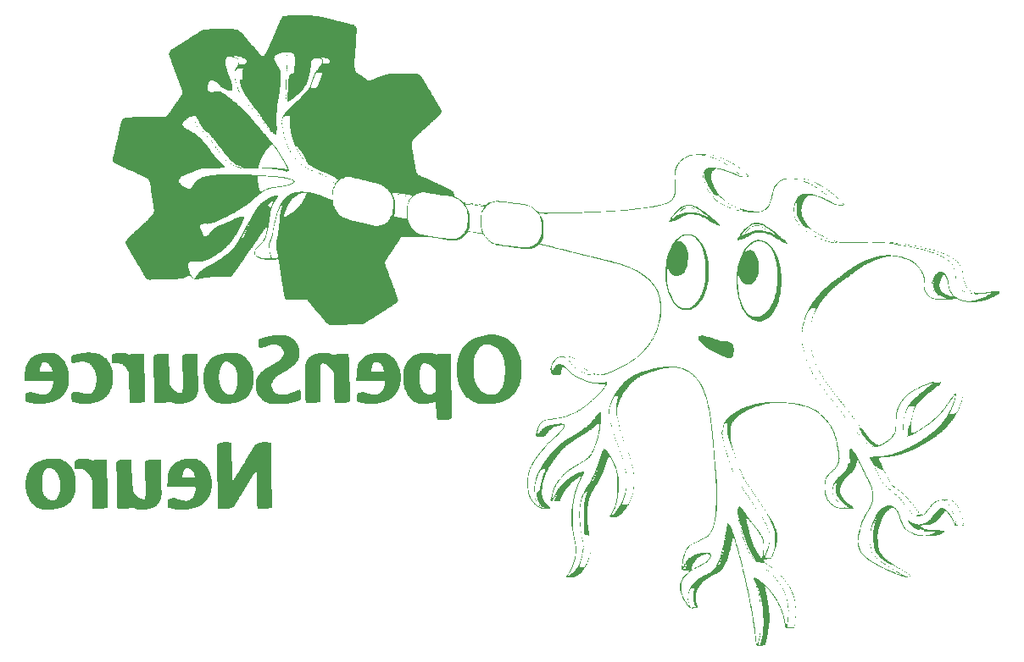
<source format=gbr>
%TF.GenerationSoftware,KiCad,Pcbnew,9.0.3*%
%TF.CreationDate,2025-08-06T15:24:12+02:00*%
%TF.ProjectId,Spikeling_v3.0,5370696b-656c-4696-9e67-5f76332e302e,rev?*%
%TF.SameCoordinates,Original*%
%TF.FileFunction,Legend,Bot*%
%TF.FilePolarity,Positive*%
%FSLAX46Y46*%
G04 Gerber Fmt 4.6, Leading zero omitted, Abs format (unit mm)*
G04 Created by KiCad (PCBNEW 9.0.3) date 2025-08-06 15:24:12*
%MOMM*%
%LPD*%
G01*
G04 APERTURE LIST*
%ADD10C,0.000000*%
G04 APERTURE END LIST*
D10*
%TO.C,G\u002A\u002A\u002A*%
G36*
X132141935Y-67113930D02*
G01*
X132123313Y-67132552D01*
X132104692Y-67113930D01*
X132123313Y-67095308D01*
X132141935Y-67113930D01*
G37*
G36*
X132924046Y-68007771D02*
G01*
X132905425Y-68026393D01*
X132886803Y-68007771D01*
X132905425Y-67989150D01*
X132924046Y-68007771D01*
G37*
G36*
X133817888Y-69125074D02*
G01*
X133799266Y-69143695D01*
X133780645Y-69125074D01*
X133799266Y-69106452D01*
X133817888Y-69125074D01*
G37*
G36*
X136164222Y-67002200D02*
G01*
X136145601Y-67020821D01*
X136126979Y-67002200D01*
X136145601Y-66983578D01*
X136164222Y-67002200D01*
G37*
G36*
X136722873Y-72365249D02*
G01*
X136704252Y-72383871D01*
X136685630Y-72365249D01*
X136704252Y-72346628D01*
X136722873Y-72365249D01*
G37*
G36*
X136946334Y-72700440D02*
G01*
X136927712Y-72719062D01*
X136909090Y-72700440D01*
X136927712Y-72681818D01*
X136946334Y-72700440D01*
G37*
G36*
X137169794Y-71806598D02*
G01*
X137151173Y-71825220D01*
X137132551Y-71806598D01*
X137151173Y-71787977D01*
X137169794Y-71806598D01*
G37*
G36*
X166443108Y-94152639D02*
G01*
X166424486Y-94171261D01*
X166405865Y-94152639D01*
X166424486Y-94134018D01*
X166443108Y-94152639D01*
G37*
G36*
X169795014Y-100856452D02*
G01*
X169776392Y-100875074D01*
X169757771Y-100856452D01*
X169776392Y-100837830D01*
X169795014Y-100856452D01*
G37*
G36*
X169906744Y-101191642D02*
G01*
X169888123Y-101210264D01*
X169869501Y-101191642D01*
X169888123Y-101173021D01*
X169906744Y-101191642D01*
G37*
G36*
X170353665Y-102308944D02*
G01*
X170335044Y-102327566D01*
X170316422Y-102308944D01*
X170335044Y-102290323D01*
X170353665Y-102308944D01*
G37*
G36*
X176982991Y-77914516D02*
G01*
X176964369Y-77933138D01*
X176945747Y-77914516D01*
X176964369Y-77895895D01*
X176982991Y-77914516D01*
G37*
G36*
X177057478Y-77951760D02*
G01*
X177038856Y-77970381D01*
X177020234Y-77951760D01*
X177038856Y-77933138D01*
X177057478Y-77951760D01*
G37*
G36*
X177280938Y-78100733D02*
G01*
X177262316Y-78119355D01*
X177243695Y-78100733D01*
X177262316Y-78082112D01*
X177280938Y-78100733D01*
G37*
G36*
X178621700Y-76499267D02*
G01*
X178603079Y-76517889D01*
X178584457Y-76499267D01*
X178603079Y-76480645D01*
X178621700Y-76499267D01*
G37*
G36*
X179403812Y-72700440D02*
G01*
X179385190Y-72719062D01*
X179366568Y-72700440D01*
X179385190Y-72681818D01*
X179403812Y-72700440D01*
G37*
G36*
X180297653Y-102867596D02*
G01*
X180279032Y-102886217D01*
X180260410Y-102867596D01*
X180279032Y-102848974D01*
X180297653Y-102867596D01*
G37*
G36*
X180856305Y-104320088D02*
G01*
X180837683Y-104338710D01*
X180819061Y-104320088D01*
X180837683Y-104301466D01*
X180856305Y-104320088D01*
G37*
G36*
X180968035Y-77951760D02*
G01*
X180949413Y-77970381D01*
X180930791Y-77951760D01*
X180949413Y-77933138D01*
X180968035Y-77951760D01*
G37*
G36*
X181079765Y-77951760D02*
G01*
X181061143Y-77970381D01*
X181042522Y-77951760D01*
X181061143Y-77933138D01*
X181079765Y-77951760D01*
G37*
G36*
X181191495Y-103202786D02*
G01*
X181172873Y-103221408D01*
X181154252Y-103202786D01*
X181172873Y-103184164D01*
X181191495Y-103202786D01*
G37*
G36*
X181414956Y-105325660D02*
G01*
X181396334Y-105344282D01*
X181377712Y-105325660D01*
X181396334Y-105307038D01*
X181414956Y-105325660D01*
G37*
G36*
X181638416Y-78063490D02*
G01*
X181619794Y-78082112D01*
X181601173Y-78063490D01*
X181619794Y-78044868D01*
X181638416Y-78063490D01*
G37*
G36*
X181638416Y-104320088D02*
G01*
X181619794Y-104338710D01*
X181601173Y-104320088D01*
X181619794Y-104301466D01*
X181638416Y-104320088D01*
G37*
G36*
X181973607Y-104990469D02*
G01*
X181954985Y-105009091D01*
X181936363Y-104990469D01*
X181954985Y-104971848D01*
X181973607Y-104990469D01*
G37*
G36*
X183202639Y-115828299D02*
G01*
X183184017Y-115846921D01*
X183165395Y-115828299D01*
X183184017Y-115809678D01*
X183202639Y-115828299D01*
G37*
G36*
X183426099Y-108342376D02*
G01*
X183407478Y-108360997D01*
X183388856Y-108342376D01*
X183407478Y-108323754D01*
X183426099Y-108342376D01*
G37*
G36*
X183798533Y-79739443D02*
G01*
X183779912Y-79758065D01*
X183761290Y-79739443D01*
X183779912Y-79720821D01*
X183798533Y-79739443D01*
G37*
G36*
X183873020Y-79776686D02*
G01*
X183854398Y-79795308D01*
X183835777Y-79776686D01*
X183854398Y-79758065D01*
X183873020Y-79776686D01*
G37*
G36*
X184096480Y-79925660D02*
G01*
X184077859Y-79944282D01*
X184059237Y-79925660D01*
X184077859Y-79907038D01*
X184096480Y-79925660D01*
G37*
G36*
X186107624Y-116610411D02*
G01*
X186089002Y-116629032D01*
X186070381Y-116610411D01*
X186089002Y-116591789D01*
X186107624Y-116610411D01*
G37*
G36*
X186107624Y-116722141D02*
G01*
X186089002Y-116740763D01*
X186070381Y-116722141D01*
X186089002Y-116703519D01*
X186107624Y-116722141D01*
G37*
G36*
X186331085Y-117839443D02*
G01*
X186312463Y-117858065D01*
X186293841Y-117839443D01*
X186312463Y-117820821D01*
X186331085Y-117839443D01*
G37*
G36*
X186331085Y-118062903D02*
G01*
X186312463Y-118081525D01*
X186293841Y-118062903D01*
X186312463Y-118044282D01*
X186331085Y-118062903D01*
G37*
G36*
X188230498Y-93258798D02*
G01*
X188211876Y-93277420D01*
X188193255Y-93258798D01*
X188211876Y-93240176D01*
X188230498Y-93258798D01*
G37*
G36*
X188789149Y-75158505D02*
G01*
X188770527Y-75177126D01*
X188751906Y-75158505D01*
X188770527Y-75139883D01*
X188789149Y-75158505D01*
G37*
G36*
X188789149Y-80521554D02*
G01*
X188770527Y-80540176D01*
X188751906Y-80521554D01*
X188770527Y-80502933D01*
X188789149Y-80521554D01*
G37*
G36*
X189012610Y-93258798D02*
G01*
X188993988Y-93277420D01*
X188975366Y-93258798D01*
X188993988Y-93240176D01*
X189012610Y-93258798D01*
G37*
G36*
X189347800Y-95269942D02*
G01*
X189329178Y-95288563D01*
X189310557Y-95269942D01*
X189329178Y-95251320D01*
X189347800Y-95269942D01*
G37*
G36*
X189571261Y-95605132D02*
G01*
X189552639Y-95623754D01*
X189534017Y-95605132D01*
X189552639Y-95586510D01*
X189571261Y-95605132D01*
G37*
G36*
X191023753Y-77281378D02*
G01*
X191005131Y-77300000D01*
X190986510Y-77281378D01*
X191005131Y-77262757D01*
X191023753Y-77281378D01*
G37*
G36*
X191582404Y-98174927D02*
G01*
X191563783Y-98193549D01*
X191545161Y-98174927D01*
X191563783Y-98156305D01*
X191582404Y-98174927D01*
G37*
G36*
X193481818Y-100632991D02*
G01*
X193463196Y-100651613D01*
X193444574Y-100632991D01*
X193463196Y-100614370D01*
X193481818Y-100632991D01*
G37*
G36*
X194152199Y-101303373D02*
G01*
X194133577Y-101321994D01*
X194114956Y-101303373D01*
X194133577Y-101284751D01*
X194152199Y-101303373D01*
G37*
G36*
X194487390Y-111135631D02*
G01*
X194468768Y-111154252D01*
X194450146Y-111135631D01*
X194468768Y-111117009D01*
X194487390Y-111135631D01*
G37*
G36*
X194599120Y-112029472D02*
G01*
X194580498Y-112048094D01*
X194561876Y-112029472D01*
X194580498Y-112010851D01*
X194599120Y-112029472D01*
G37*
G36*
X195157771Y-112811584D02*
G01*
X195139149Y-112830205D01*
X195120527Y-112811584D01*
X195139149Y-112792962D01*
X195157771Y-112811584D01*
G37*
G36*
X196051612Y-104431818D02*
G01*
X196032991Y-104450440D01*
X196014369Y-104431818D01*
X196032991Y-104413197D01*
X196051612Y-104431818D01*
G37*
G36*
X196498533Y-105213930D02*
G01*
X196479912Y-105232552D01*
X196461290Y-105213930D01*
X196479912Y-105195308D01*
X196498533Y-105213930D01*
G37*
G36*
X196945454Y-114040616D02*
G01*
X196926832Y-114059238D01*
X196908211Y-114040616D01*
X196926832Y-114021994D01*
X196945454Y-114040616D01*
G37*
G36*
X197839296Y-100186071D02*
G01*
X197820674Y-100204692D01*
X197802052Y-100186071D01*
X197820674Y-100167449D01*
X197839296Y-100186071D01*
G37*
G36*
X197839296Y-100297801D02*
G01*
X197820674Y-100316422D01*
X197802052Y-100297801D01*
X197820674Y-100279179D01*
X197839296Y-100297801D01*
G37*
G36*
X198844868Y-108454106D02*
G01*
X198826246Y-108472727D01*
X198807624Y-108454106D01*
X198826246Y-108435484D01*
X198844868Y-108454106D01*
G37*
G36*
X203537536Y-108342376D02*
G01*
X203518914Y-108360997D01*
X203500293Y-108342376D01*
X203518914Y-108323754D01*
X203537536Y-108342376D01*
G37*
G36*
X203649266Y-108677566D02*
G01*
X203630645Y-108696188D01*
X203612023Y-108677566D01*
X203630645Y-108658944D01*
X203649266Y-108677566D01*
G37*
G36*
X203984457Y-85437683D02*
G01*
X203965835Y-85456305D01*
X203947214Y-85437683D01*
X203965835Y-85419062D01*
X203984457Y-85437683D01*
G37*
G36*
X126887675Y-68749536D02*
G01*
X126885042Y-68787310D01*
X126868114Y-68798418D01*
X126860734Y-68785242D01*
X126865174Y-68727035D01*
X126878580Y-68709796D01*
X126887675Y-68749536D01*
G37*
G36*
X127225806Y-69516129D02*
G01*
X127223118Y-69535846D01*
X127200977Y-69540958D01*
X127196520Y-69535499D01*
X127200977Y-69491300D01*
X127212179Y-69485474D01*
X127225806Y-69516129D01*
G37*
G36*
X127511339Y-69900978D02*
G01*
X127517165Y-69912180D01*
X127486510Y-69925807D01*
X127466793Y-69923119D01*
X127461681Y-69900978D01*
X127467140Y-69896520D01*
X127511339Y-69900978D01*
G37*
G36*
X129410752Y-65469013D02*
G01*
X129416579Y-65480215D01*
X129385923Y-65493842D01*
X129366207Y-65491154D01*
X129361094Y-65469013D01*
X129366553Y-65464556D01*
X129410752Y-65469013D01*
G37*
G36*
X129572140Y-72309384D02*
G01*
X129569453Y-72329101D01*
X129547311Y-72334213D01*
X129542854Y-72328755D01*
X129547311Y-72284555D01*
X129558514Y-72278729D01*
X129572140Y-72309384D01*
G37*
G36*
X130639784Y-73364614D02*
G01*
X130645611Y-73375816D01*
X130614956Y-73389443D01*
X130595239Y-73386755D01*
X130590127Y-73364614D01*
X130595585Y-73360157D01*
X130639784Y-73364614D01*
G37*
G36*
X131130483Y-65195895D02*
G01*
X131125291Y-65247128D01*
X131111698Y-65242449D01*
X131106779Y-65225591D01*
X131111698Y-65149340D01*
X131124630Y-65143023D01*
X131130483Y-65195895D01*
G37*
G36*
X132253665Y-67281525D02*
G01*
X132250977Y-67301242D01*
X132228836Y-67306354D01*
X132224379Y-67300895D01*
X132228836Y-67256696D01*
X132240038Y-67250870D01*
X132253665Y-67281525D01*
G37*
G36*
X133926678Y-69270943D02*
G01*
X133924045Y-69308718D01*
X133907117Y-69319825D01*
X133899737Y-69306649D01*
X133904177Y-69248442D01*
X133917582Y-69231204D01*
X133926678Y-69270943D01*
G37*
G36*
X134485329Y-82045430D02*
G01*
X134482696Y-82083205D01*
X134465768Y-82094312D01*
X134458388Y-82081136D01*
X134462828Y-82022929D01*
X134476233Y-82005690D01*
X134485329Y-82045430D01*
G37*
G36*
X134817579Y-80130499D02*
G01*
X134812388Y-80181732D01*
X134798794Y-80177053D01*
X134793875Y-80160195D01*
X134798794Y-80083944D01*
X134811727Y-80077627D01*
X134817579Y-80130499D01*
G37*
G36*
X135717302Y-69069208D02*
G01*
X135714614Y-69088925D01*
X135692473Y-69094037D01*
X135688015Y-69088579D01*
X135692473Y-69044379D01*
X135703675Y-69038553D01*
X135717302Y-69069208D01*
G37*
G36*
X136114565Y-71130010D02*
G01*
X136120391Y-71141212D01*
X136089736Y-71154839D01*
X136070019Y-71152151D01*
X136064907Y-71130010D01*
X136070365Y-71125553D01*
X136114565Y-71130010D01*
G37*
G36*
X136164222Y-62402639D02*
G01*
X136161535Y-62422356D01*
X136139393Y-62427468D01*
X136134936Y-62422010D01*
X136139393Y-62377811D01*
X136150596Y-62371984D01*
X136164222Y-62402639D01*
G37*
G36*
X136831663Y-72548363D02*
G01*
X136829030Y-72586137D01*
X136812102Y-72597245D01*
X136804722Y-72584069D01*
X136809162Y-72525862D01*
X136822568Y-72508623D01*
X136831663Y-72548363D01*
G37*
G36*
X137120136Y-71688661D02*
G01*
X137125963Y-71699863D01*
X137095307Y-71713490D01*
X137075591Y-71710802D01*
X137070479Y-71688661D01*
X137075937Y-71684204D01*
X137120136Y-71688661D01*
G37*
G36*
X137231867Y-71912121D02*
G01*
X137237693Y-71923324D01*
X137207038Y-71936950D01*
X137187321Y-71934263D01*
X137182209Y-71912121D01*
X137187667Y-71907664D01*
X137231867Y-71912121D01*
G37*
G36*
X137393255Y-73203226D02*
G01*
X137390567Y-73222943D01*
X137368426Y-73228055D01*
X137363968Y-73222596D01*
X137368426Y-73178397D01*
X137379628Y-73172570D01*
X137393255Y-73203226D01*
G37*
G36*
X137902248Y-73588074D02*
G01*
X137908074Y-73599277D01*
X137877419Y-73612903D01*
X137857702Y-73610216D01*
X137852590Y-73588074D01*
X137858049Y-73583617D01*
X137902248Y-73588074D01*
G37*
G36*
X139041275Y-74146889D02*
G01*
X139047593Y-74159821D01*
X138994721Y-74165674D01*
X138943488Y-74160482D01*
X138948167Y-74146889D01*
X138965025Y-74141970D01*
X139041275Y-74146889D01*
G37*
G36*
X140025122Y-74593646D02*
G01*
X140030948Y-74604848D01*
X140000293Y-74618475D01*
X139980576Y-74615787D01*
X139975464Y-74593646D01*
X139980923Y-74589189D01*
X140025122Y-74593646D01*
G37*
G36*
X140360312Y-74817107D02*
G01*
X140366139Y-74828309D01*
X140335483Y-74841936D01*
X140315767Y-74839248D01*
X140310654Y-74817107D01*
X140316113Y-74812649D01*
X140360312Y-74817107D01*
G37*
G36*
X147716660Y-76492447D02*
G01*
X147733899Y-76505853D01*
X147694159Y-76514948D01*
X147656384Y-76512315D01*
X147645277Y-76495388D01*
X147658453Y-76488007D01*
X147716660Y-76492447D01*
G37*
G36*
X148231085Y-76555132D02*
G01*
X148228397Y-76574849D01*
X148206256Y-76579961D01*
X148201798Y-76574502D01*
X148206256Y-76530303D01*
X148217458Y-76524477D01*
X148231085Y-76555132D01*
G37*
G36*
X148538343Y-76604953D02*
G01*
X148544660Y-76617886D01*
X148491788Y-76623738D01*
X148440555Y-76618547D01*
X148445234Y-76604953D01*
X148462092Y-76600034D01*
X148538343Y-76604953D01*
G37*
G36*
X154996969Y-77386901D02*
G01*
X155002796Y-77398104D01*
X154972140Y-77411730D01*
X154952424Y-77409043D01*
X154947311Y-77386901D01*
X154952770Y-77382444D01*
X154996969Y-77386901D01*
G37*
G36*
X165655116Y-110521115D02*
G01*
X165649925Y-110572347D01*
X165636331Y-110567669D01*
X165631412Y-110550810D01*
X165636331Y-110474560D01*
X165649263Y-110468243D01*
X165655116Y-110521115D01*
G37*
G36*
X168516324Y-98950831D02*
G01*
X168522151Y-98962033D01*
X168491495Y-98975660D01*
X168471779Y-98972972D01*
X168466666Y-98950831D01*
X168472125Y-98946374D01*
X168516324Y-98950831D01*
G37*
G36*
X168516324Y-99062561D02*
G01*
X168522151Y-99073763D01*
X168491495Y-99087390D01*
X168471779Y-99084702D01*
X168466666Y-99062561D01*
X168472125Y-99058104D01*
X168516324Y-99062561D01*
G37*
G36*
X168739784Y-99956403D02*
G01*
X168745611Y-99967605D01*
X168714956Y-99981232D01*
X168695239Y-99978544D01*
X168690127Y-99956403D01*
X168695585Y-99951946D01*
X168739784Y-99956403D01*
G37*
G36*
X168783562Y-100130205D02*
G01*
X168778370Y-100181438D01*
X168764777Y-100176760D01*
X168759858Y-100159901D01*
X168764777Y-100083651D01*
X168777709Y-100077334D01*
X168783562Y-100130205D01*
G37*
G36*
X168898232Y-100480914D02*
G01*
X168895599Y-100518689D01*
X168878671Y-100529796D01*
X168871291Y-100516620D01*
X168875731Y-100458413D01*
X168889137Y-100441174D01*
X168898232Y-100480914D01*
G37*
G36*
X169342213Y-99348094D02*
G01*
X169337021Y-99399327D01*
X169323428Y-99394648D01*
X169318509Y-99377790D01*
X169323428Y-99301540D01*
X169336360Y-99295222D01*
X169342213Y-99348094D01*
G37*
G36*
X169456883Y-99810533D02*
G01*
X169454250Y-99848307D01*
X169437322Y-99859415D01*
X169429942Y-99846239D01*
X169434382Y-99788032D01*
X169447788Y-99770793D01*
X169456883Y-99810533D01*
G37*
G36*
X169456883Y-101933407D02*
G01*
X169454250Y-101971181D01*
X169437322Y-101982289D01*
X169429942Y-101969113D01*
X169434382Y-101910906D01*
X169447788Y-101893667D01*
X169456883Y-101933407D01*
G37*
G36*
X169568614Y-100220210D02*
G01*
X169565980Y-100257985D01*
X169549053Y-100269092D01*
X169541672Y-100255916D01*
X169546112Y-100197709D01*
X169559518Y-100180470D01*
X169568614Y-100220210D01*
G37*
G36*
X169680344Y-100555401D02*
G01*
X169677710Y-100593176D01*
X169660783Y-100604283D01*
X169653403Y-100591107D01*
X169657843Y-100532900D01*
X169671248Y-100515661D01*
X169680344Y-100555401D01*
G37*
G36*
X169792074Y-102938979D02*
G01*
X169789441Y-102976753D01*
X169772513Y-102987861D01*
X169765133Y-102974684D01*
X169769573Y-102916477D01*
X169782978Y-102899239D01*
X169792074Y-102938979D01*
G37*
G36*
X169857087Y-103196579D02*
G01*
X169862913Y-103207781D01*
X169832258Y-103221408D01*
X169812541Y-103218720D01*
X169807429Y-103196579D01*
X169812887Y-103192122D01*
X169857087Y-103196579D01*
G37*
G36*
X169903804Y-103348656D02*
G01*
X169901171Y-103386431D01*
X169884243Y-103397538D01*
X169876863Y-103384362D01*
X169881303Y-103326155D01*
X169894709Y-103308916D01*
X169903804Y-103348656D01*
G37*
G36*
X169968817Y-101297165D02*
G01*
X169974643Y-101308368D01*
X169943988Y-101321994D01*
X169924271Y-101319307D01*
X169919159Y-101297165D01*
X169924618Y-101292708D01*
X169968817Y-101297165D01*
G37*
G36*
X170015534Y-101449243D02*
G01*
X170012901Y-101487017D01*
X169995973Y-101498125D01*
X169988593Y-101484948D01*
X169993033Y-101426741D01*
X170006439Y-101409503D01*
X170015534Y-101449243D01*
G37*
G36*
X170127265Y-101709946D02*
G01*
X170124631Y-101747721D01*
X170107704Y-101758828D01*
X170100323Y-101745652D01*
X170104763Y-101687445D01*
X170118169Y-101670206D01*
X170127265Y-101709946D01*
G37*
G36*
X170192277Y-101855816D02*
G01*
X170198104Y-101867019D01*
X170167448Y-101880645D01*
X170147732Y-101877958D01*
X170142619Y-101855816D01*
X170148078Y-101851359D01*
X170192277Y-101855816D01*
G37*
G36*
X170238995Y-102007894D02*
G01*
X170236361Y-102045668D01*
X170219434Y-102056776D01*
X170212054Y-102043599D01*
X170216494Y-101985392D01*
X170229899Y-101968154D01*
X170238995Y-102007894D01*
G37*
G36*
X170462455Y-102678275D02*
G01*
X170459822Y-102716049D01*
X170442894Y-102727157D01*
X170435514Y-102713981D01*
X170439954Y-102655774D01*
X170453360Y-102638535D01*
X170462455Y-102678275D01*
G37*
G36*
X170574185Y-103050709D02*
G01*
X170571552Y-103088483D01*
X170554624Y-103099591D01*
X170547244Y-103086415D01*
X170551684Y-103028208D01*
X170565090Y-103010969D01*
X170574185Y-103050709D01*
G37*
G36*
X170682975Y-103482112D02*
G01*
X170677784Y-103533345D01*
X170664190Y-103528666D01*
X170659271Y-103511808D01*
X170664190Y-103435557D01*
X170677122Y-103429240D01*
X170682975Y-103482112D01*
G37*
G36*
X170794706Y-103929032D02*
G01*
X170789514Y-103980265D01*
X170775920Y-103975587D01*
X170771001Y-103958728D01*
X170775920Y-103882478D01*
X170788853Y-103876161D01*
X170794706Y-103929032D01*
G37*
G36*
X176384156Y-117352175D02*
G01*
X176381523Y-117389950D01*
X176364595Y-117401057D01*
X176357215Y-117387881D01*
X176361655Y-117329674D01*
X176375060Y-117312435D01*
X176384156Y-117352175D01*
G37*
G36*
X177948379Y-75229888D02*
G01*
X177945746Y-75267662D01*
X177928818Y-75278770D01*
X177921438Y-75265594D01*
X177925878Y-75207387D01*
X177939283Y-75190148D01*
X177948379Y-75229888D01*
G37*
G36*
X178398240Y-72644575D02*
G01*
X178395552Y-72664292D01*
X178373411Y-72669404D01*
X178368954Y-72663945D01*
X178373411Y-72619746D01*
X178384613Y-72613919D01*
X178398240Y-72644575D01*
G37*
G36*
X179038361Y-72581890D02*
G01*
X179055600Y-72595296D01*
X179015860Y-72604391D01*
X178978085Y-72601758D01*
X178966978Y-72584830D01*
X178980154Y-72577450D01*
X179038361Y-72581890D01*
G37*
G36*
X179403812Y-77225513D02*
G01*
X179401124Y-77245230D01*
X179378983Y-77250342D01*
X179374526Y-77244884D01*
X179378983Y-77200684D01*
X179390185Y-77194858D01*
X179403812Y-77225513D01*
G37*
G36*
X179689345Y-73141154D02*
G01*
X179695171Y-73152356D01*
X179664516Y-73165983D01*
X179644799Y-73163295D01*
X179639687Y-73141154D01*
X179645145Y-73136696D01*
X179689345Y-73141154D01*
G37*
G36*
X179736062Y-100480914D02*
G01*
X179733429Y-100518689D01*
X179716501Y-100529796D01*
X179709121Y-100516620D01*
X179713561Y-100458413D01*
X179726967Y-100441174D01*
X179736062Y-100480914D01*
G37*
G36*
X179739002Y-77448974D02*
G01*
X179736315Y-77468690D01*
X179714174Y-77473803D01*
X179709716Y-77468344D01*
X179714174Y-77424145D01*
X179725376Y-77418318D01*
X179739002Y-77448974D01*
G37*
G36*
X180024535Y-73364614D02*
G01*
X180030362Y-73375816D01*
X179999706Y-73389443D01*
X179979990Y-73386755D01*
X179974877Y-73364614D01*
X179980336Y-73360157D01*
X180024535Y-73364614D01*
G37*
G36*
X180071253Y-102045137D02*
G01*
X180068619Y-102082912D01*
X180051692Y-102094019D01*
X180044312Y-102080843D01*
X180048752Y-102022636D01*
X180062157Y-102005397D01*
X180071253Y-102045137D01*
G37*
G36*
X180406443Y-103162439D02*
G01*
X180403810Y-103200214D01*
X180386882Y-103211321D01*
X180379502Y-103198145D01*
X180383942Y-103139938D01*
X180397348Y-103122699D01*
X180406443Y-103162439D01*
G37*
G36*
X180471456Y-103308309D02*
G01*
X180477283Y-103319511D01*
X180446627Y-103333138D01*
X180426911Y-103330450D01*
X180421798Y-103308309D01*
X180427257Y-103303852D01*
X180471456Y-103308309D01*
G37*
G36*
X180677071Y-77833210D02*
G01*
X180694309Y-77846615D01*
X180654569Y-77855711D01*
X180616795Y-77853078D01*
X180605687Y-77836150D01*
X180618864Y-77828770D01*
X180677071Y-77833210D01*
G37*
G36*
X180853364Y-102156867D02*
G01*
X180850731Y-102194642D01*
X180833803Y-102205749D01*
X180826423Y-102192573D01*
X180830863Y-102134366D01*
X180844269Y-102117127D01*
X180853364Y-102156867D01*
G37*
G36*
X180965094Y-102492058D02*
G01*
X180962461Y-102529832D01*
X180945534Y-102540940D01*
X180938153Y-102527764D01*
X180942593Y-102469557D01*
X180955999Y-102452318D01*
X180965094Y-102492058D01*
G37*
G36*
X181076825Y-102901735D02*
G01*
X181074191Y-102939510D01*
X181057264Y-102950617D01*
X181049883Y-102937441D01*
X181054323Y-102879234D01*
X181067729Y-102861995D01*
X181076825Y-102901735D01*
G37*
G36*
X181076825Y-104801149D02*
G01*
X181074191Y-104838923D01*
X181057264Y-104850031D01*
X181049883Y-104836855D01*
X181054323Y-104778648D01*
X181067729Y-104761409D01*
X181076825Y-104801149D01*
G37*
G36*
X181161235Y-77721480D02*
G01*
X181178474Y-77734885D01*
X181138734Y-77743981D01*
X181100959Y-77741347D01*
X181089852Y-77724420D01*
X181103028Y-77717040D01*
X181161235Y-77721480D01*
G37*
G36*
X181300285Y-103497630D02*
G01*
X181297652Y-103535404D01*
X181280724Y-103546512D01*
X181273344Y-103533335D01*
X181277784Y-103475128D01*
X181291189Y-103457890D01*
X181300285Y-103497630D01*
G37*
G36*
X181303225Y-77784164D02*
G01*
X181300538Y-77803881D01*
X181278396Y-77808993D01*
X181273939Y-77803535D01*
X181278396Y-77759335D01*
X181289599Y-77753509D01*
X181303225Y-77784164D01*
G37*
G36*
X181303225Y-105158065D02*
G01*
X181300538Y-105177781D01*
X181278396Y-105182894D01*
X181273939Y-105177435D01*
X181278396Y-105133236D01*
X181289599Y-105127409D01*
X181303225Y-105158065D01*
G37*
G36*
X181365298Y-103643500D02*
G01*
X181371124Y-103654702D01*
X181340469Y-103668329D01*
X181320752Y-103665641D01*
X181315640Y-103643500D01*
X181321098Y-103639042D01*
X181365298Y-103643500D01*
G37*
G36*
X181412015Y-103795577D02*
G01*
X181409382Y-103833351D01*
X181392454Y-103844459D01*
X181385074Y-103831283D01*
X181389514Y-103773076D01*
X181402920Y-103755837D01*
X181412015Y-103795577D01*
G37*
G36*
X181526686Y-104040763D02*
G01*
X181523998Y-104060479D01*
X181501857Y-104065592D01*
X181497400Y-104060133D01*
X181501857Y-104015934D01*
X181513059Y-104010107D01*
X181526686Y-104040763D01*
G37*
G36*
X181526686Y-105493255D02*
G01*
X181523998Y-105512972D01*
X181501857Y-105518084D01*
X181497400Y-105512626D01*
X181501857Y-105468426D01*
X181513059Y-105462600D01*
X181526686Y-105493255D01*
G37*
G36*
X181700488Y-104425611D02*
G01*
X181706315Y-104436813D01*
X181675659Y-104450440D01*
X181655943Y-104447752D01*
X181650830Y-104425611D01*
X181656289Y-104421154D01*
X181700488Y-104425611D01*
G37*
G36*
X181906103Y-74704764D02*
G01*
X181923342Y-74718170D01*
X181883602Y-74727265D01*
X181845827Y-74724632D01*
X181834720Y-74707704D01*
X181847896Y-74700324D01*
X181906103Y-74704764D01*
G37*
G36*
X181970666Y-111281501D02*
G01*
X181968033Y-111319275D01*
X181951105Y-111330383D01*
X181943725Y-111317206D01*
X181948165Y-111258999D01*
X181961571Y-111241761D01*
X181970666Y-111281501D01*
G37*
G36*
X182259139Y-106548485D02*
G01*
X182264966Y-106559687D01*
X182234310Y-106573314D01*
X182214594Y-106570626D01*
X182209481Y-106548485D01*
X182214940Y-106544028D01*
X182259139Y-106548485D01*
G37*
G36*
X182594330Y-107107136D02*
G01*
X182600157Y-107118338D01*
X182569501Y-107131965D01*
X182549784Y-107129277D01*
X182544672Y-107107136D01*
X182550131Y-107102679D01*
X182594330Y-107107136D01*
G37*
G36*
X182594330Y-112470186D02*
G01*
X182600157Y-112481388D01*
X182569501Y-112495015D01*
X182549784Y-112492327D01*
X182544672Y-112470186D01*
X182550131Y-112465729D01*
X182594330Y-112470186D01*
G37*
G36*
X182706060Y-107218866D02*
G01*
X182711887Y-107230068D01*
X182681231Y-107243695D01*
X182661515Y-107241007D01*
X182656402Y-107218866D01*
X182661861Y-107214409D01*
X182706060Y-107218866D01*
G37*
G36*
X182817790Y-112805377D02*
G01*
X182823617Y-112816579D01*
X182792961Y-112830205D01*
X182773245Y-112827518D01*
X182768132Y-112805377D01*
X182773591Y-112800919D01*
X182817790Y-112805377D01*
G37*
G36*
X182867448Y-107504399D02*
G01*
X182864760Y-107524116D01*
X182842619Y-107529228D01*
X182838162Y-107523769D01*
X182842619Y-107479570D01*
X182853821Y-107473743D01*
X182867448Y-107504399D01*
G37*
G36*
X184208211Y-109739003D02*
G01*
X184205523Y-109758720D01*
X184183382Y-109763832D01*
X184178924Y-109758373D01*
X184183382Y-109714174D01*
X184194584Y-109708348D01*
X184208211Y-109739003D01*
G37*
G36*
X185660703Y-115660704D02*
G01*
X185658016Y-115680421D01*
X185635874Y-115685533D01*
X185631417Y-115680074D01*
X185635874Y-115635875D01*
X185647077Y-115630048D01*
X185660703Y-115660704D01*
G37*
G36*
X186281427Y-117386315D02*
G01*
X186287253Y-117397517D01*
X186256598Y-117411144D01*
X186236881Y-117408456D01*
X186231769Y-117386315D01*
X186237228Y-117381858D01*
X186281427Y-117386315D01*
G37*
G36*
X186889736Y-78454546D02*
G01*
X186887048Y-78474262D01*
X186864907Y-78479375D01*
X186860449Y-78473916D01*
X186864907Y-78429717D01*
X186876109Y-78423890D01*
X186889736Y-78454546D01*
G37*
G36*
X187224926Y-79236657D02*
G01*
X187222238Y-79256374D01*
X187200097Y-79261486D01*
X187195640Y-79256027D01*
X187200097Y-79211828D01*
X187211299Y-79206002D01*
X187224926Y-79236657D01*
G37*
G36*
X187398729Y-74928837D02*
G01*
X187404555Y-74940039D01*
X187373900Y-74953666D01*
X187354183Y-74950978D01*
X187349071Y-74928837D01*
X187354530Y-74924380D01*
X187398729Y-74928837D01*
G37*
G36*
X187777697Y-91750440D02*
G01*
X187772505Y-91801673D01*
X187758912Y-91796994D01*
X187753993Y-91780136D01*
X187758912Y-91703886D01*
X187771844Y-91697568D01*
X187777697Y-91750440D01*
G37*
G36*
X187892367Y-92212879D02*
G01*
X187889734Y-92250654D01*
X187872806Y-92261761D01*
X187865426Y-92248585D01*
X187869866Y-92190378D01*
X187883272Y-92173139D01*
X187892367Y-92212879D01*
G37*
G36*
X187957380Y-92470479D02*
G01*
X187963206Y-92481681D01*
X187932551Y-92495308D01*
X187912834Y-92492620D01*
X187907722Y-92470479D01*
X187913181Y-92466022D01*
X187957380Y-92470479D01*
G37*
G36*
X188007038Y-92644282D02*
G01*
X188004350Y-92663998D01*
X187982209Y-92669111D01*
X187977751Y-92663652D01*
X187982209Y-92619453D01*
X187993411Y-92613626D01*
X188007038Y-92644282D01*
G37*
G36*
X188292570Y-93364321D02*
G01*
X188298397Y-93375523D01*
X188267741Y-93389150D01*
X188248025Y-93386462D01*
X188242913Y-93364321D01*
X188248371Y-93359864D01*
X188292570Y-93364321D01*
G37*
G36*
X188339288Y-93516398D02*
G01*
X188336655Y-93554173D01*
X188319727Y-93565280D01*
X188312347Y-93552104D01*
X188316787Y-93493897D01*
X188330192Y-93476658D01*
X188339288Y-93516398D01*
G37*
G36*
X188498185Y-75039955D02*
G01*
X188515424Y-75053360D01*
X188475684Y-75062456D01*
X188437909Y-75059822D01*
X188426802Y-75042895D01*
X188439978Y-75035515D01*
X188498185Y-75039955D01*
G37*
G36*
X188565689Y-93985044D02*
G01*
X188563001Y-94004761D01*
X188540860Y-94009873D01*
X188536402Y-94004414D01*
X188540860Y-93960215D01*
X188552062Y-93954389D01*
X188565689Y-93985044D01*
G37*
G36*
X188559808Y-91862170D02*
G01*
X188554617Y-91913403D01*
X188541023Y-91908725D01*
X188536104Y-91891866D01*
X188541023Y-91815616D01*
X188553955Y-91809298D01*
X188559808Y-91862170D01*
G37*
G36*
X188627761Y-80403617D02*
G01*
X188633588Y-80414819D01*
X188602932Y-80428446D01*
X188583216Y-80425758D01*
X188578103Y-80403617D01*
X188583562Y-80399160D01*
X188627761Y-80403617D01*
G37*
G36*
X188674479Y-92324609D02*
G01*
X188671845Y-92362384D01*
X188654918Y-92373491D01*
X188647537Y-92360315D01*
X188651977Y-92302108D01*
X188665383Y-92284869D01*
X188674479Y-92324609D01*
G37*
G36*
X188786209Y-92659800D02*
G01*
X188783575Y-92697574D01*
X188766648Y-92708682D01*
X188759268Y-92695506D01*
X188763708Y-92637299D01*
X188777113Y-92620060D01*
X188786209Y-92659800D01*
G37*
G36*
X188900879Y-92979472D02*
G01*
X188898192Y-92999189D01*
X188876050Y-93004301D01*
X188871593Y-92998843D01*
X188876050Y-92954643D01*
X188887253Y-92948817D01*
X188900879Y-92979472D01*
G37*
G36*
X188900879Y-94543695D02*
G01*
X188898192Y-94563412D01*
X188876050Y-94568524D01*
X188871593Y-94563065D01*
X188876050Y-94518866D01*
X188887253Y-94513040D01*
X188900879Y-94543695D01*
G37*
G36*
X188962952Y-93140860D02*
G01*
X188968778Y-93152063D01*
X188938123Y-93165689D01*
X188918406Y-93163002D01*
X188913294Y-93140860D01*
X188918752Y-93136403D01*
X188962952Y-93140860D01*
G37*
G36*
X189124340Y-93538123D02*
G01*
X189121652Y-93557840D01*
X189099511Y-93562952D01*
X189095053Y-93557494D01*
X189099511Y-93513294D01*
X189110713Y-93507468D01*
X189124340Y-93538123D01*
G37*
G36*
X189186412Y-80291887D02*
G01*
X189192239Y-80303089D01*
X189161583Y-80316716D01*
X189141867Y-80314028D01*
X189136754Y-80291887D01*
X189142213Y-80287429D01*
X189186412Y-80291887D01*
G37*
G36*
X189186412Y-95040274D02*
G01*
X189192239Y-95051476D01*
X189161583Y-95065103D01*
X189141867Y-95062415D01*
X189136754Y-95040274D01*
X189142213Y-95035817D01*
X189186412Y-95040274D01*
G37*
G36*
X189236070Y-93761584D02*
G01*
X189233382Y-93781300D01*
X189211241Y-93786413D01*
X189206784Y-93780954D01*
X189211241Y-93736755D01*
X189222443Y-93730928D01*
X189236070Y-93761584D01*
G37*
G36*
X189298142Y-95152004D02*
G01*
X189303969Y-95163206D01*
X189273313Y-95176833D01*
X189253597Y-95174145D01*
X189248484Y-95152004D01*
X189253943Y-95147547D01*
X189298142Y-95152004D01*
G37*
G36*
X189347800Y-93985044D02*
G01*
X189345112Y-94004761D01*
X189322971Y-94009873D01*
X189318514Y-94004414D01*
X189322971Y-93960215D01*
X189334173Y-93954389D01*
X189347800Y-93985044D01*
G37*
G36*
X189633333Y-94481623D02*
G01*
X189639159Y-94492825D01*
X189608504Y-94506452D01*
X189588787Y-94503764D01*
X189583675Y-94481623D01*
X189589134Y-94477166D01*
X189633333Y-94481623D01*
G37*
G36*
X189794721Y-94767156D02*
G01*
X189792033Y-94786872D01*
X189769892Y-94791985D01*
X189765435Y-94786526D01*
X189769892Y-94742327D01*
X189781094Y-94736500D01*
X189794721Y-94767156D01*
G37*
G36*
X189856793Y-75710948D02*
G01*
X189862620Y-75722151D01*
X189831964Y-75735777D01*
X189812248Y-75733090D01*
X189807135Y-75710948D01*
X189812594Y-75706491D01*
X189856793Y-75710948D01*
G37*
G36*
X189906451Y-76331672D02*
G01*
X189903763Y-76351388D01*
X189881622Y-76356501D01*
X189877165Y-76351042D01*
X189881622Y-76306843D01*
X189892824Y-76301016D01*
X189906451Y-76331672D01*
G37*
G36*
X189906451Y-95996188D02*
G01*
X189903763Y-96015904D01*
X189881622Y-96021017D01*
X189877165Y-96015558D01*
X189881622Y-95971359D01*
X189892824Y-95965532D01*
X189906451Y-95996188D01*
G37*
G36*
X190323112Y-80849925D02*
G01*
X190340350Y-80863331D01*
X190300610Y-80872426D01*
X190262836Y-80869793D01*
X190251729Y-80852866D01*
X190264905Y-80845485D01*
X190323112Y-80849925D01*
G37*
G36*
X190465102Y-80912610D02*
G01*
X190462414Y-80932327D01*
X190440273Y-80937439D01*
X190435816Y-80931980D01*
X190440273Y-80887781D01*
X190451475Y-80881955D01*
X190465102Y-80912610D01*
G37*
G36*
X190621059Y-80961655D02*
G01*
X190638298Y-80975061D01*
X190598558Y-80984157D01*
X190560783Y-80981523D01*
X190549676Y-80964596D01*
X190562852Y-80957216D01*
X190621059Y-80961655D01*
G37*
G36*
X190576832Y-96890030D02*
G01*
X190574145Y-96909746D01*
X190552003Y-96914858D01*
X190547546Y-96909400D01*
X190552003Y-96865201D01*
X190563206Y-96859374D01*
X190576832Y-96890030D01*
G37*
G36*
X190800293Y-106498827D02*
G01*
X190797605Y-106518544D01*
X190775464Y-106523656D01*
X190771007Y-106518197D01*
X190775464Y-106473998D01*
X190786666Y-106468172D01*
X190800293Y-106498827D01*
G37*
G36*
X190956250Y-81073386D02*
G01*
X190973488Y-81086791D01*
X190933748Y-81095887D01*
X190895974Y-81093254D01*
X190884866Y-81076326D01*
X190898043Y-81068946D01*
X190956250Y-81073386D01*
G37*
G36*
X191023753Y-97448681D02*
G01*
X191021065Y-97468397D01*
X190998924Y-97473509D01*
X190994467Y-97468051D01*
X190998924Y-97423852D01*
X191010126Y-97418025D01*
X191023753Y-97448681D01*
G37*
G36*
X191358944Y-97895601D02*
G01*
X191356256Y-97915318D01*
X191334115Y-97920430D01*
X191329658Y-97914972D01*
X191334115Y-97870772D01*
X191345317Y-97864946D01*
X191358944Y-97895601D01*
G37*
G36*
X191694134Y-107504399D02*
G01*
X191691447Y-107524116D01*
X191669305Y-107529228D01*
X191664848Y-107523769D01*
X191669305Y-107479570D01*
X191680508Y-107473743D01*
X191694134Y-107504399D01*
G37*
G36*
X191756207Y-98392180D02*
G01*
X191762033Y-98403382D01*
X191731378Y-98417009D01*
X191711661Y-98414321D01*
X191706549Y-98392180D01*
X191712008Y-98387723D01*
X191756207Y-98392180D01*
G37*
G36*
X191867937Y-98503910D02*
G01*
X191873764Y-98515112D01*
X191843108Y-98528739D01*
X191823391Y-98526051D01*
X191818279Y-98503910D01*
X191823738Y-98499453D01*
X191867937Y-98503910D01*
G37*
G36*
X192141055Y-98901173D02*
G01*
X192138367Y-98920890D01*
X192116226Y-98926002D01*
X192111769Y-98920543D01*
X192116226Y-98876344D01*
X192127428Y-98870518D01*
X192141055Y-98901173D01*
G37*
G36*
X192873509Y-99844673D02*
G01*
X192879335Y-99855875D01*
X192848680Y-99869502D01*
X192828963Y-99866814D01*
X192823851Y-99844673D01*
X192829310Y-99840215D01*
X192873509Y-99844673D01*
G37*
G36*
X193367147Y-100480914D02*
G01*
X193364514Y-100518689D01*
X193347586Y-100529796D01*
X193340206Y-100516620D01*
X193344646Y-100458413D01*
X193358052Y-100441174D01*
X193367147Y-100480914D01*
G37*
G36*
X194326001Y-101408896D02*
G01*
X194331828Y-101420098D01*
X194301173Y-101433725D01*
X194281456Y-101431037D01*
X194276344Y-101408896D01*
X194281802Y-101404438D01*
X194326001Y-101408896D01*
G37*
G36*
X194457129Y-101520013D02*
G01*
X194474368Y-101533419D01*
X194434628Y-101542514D01*
X194396854Y-101539881D01*
X194385746Y-101522954D01*
X194398922Y-101515573D01*
X194457129Y-101520013D01*
G37*
G36*
X195890224Y-105431183D02*
G01*
X195896051Y-105442385D01*
X195865395Y-105456012D01*
X195845679Y-105453324D01*
X195840566Y-105431183D01*
X195846025Y-105426726D01*
X195890224Y-105431183D01*
G37*
G36*
X197839296Y-99236364D02*
G01*
X197836608Y-99256080D01*
X197814467Y-99261193D01*
X197810009Y-99255734D01*
X197814467Y-99211535D01*
X197825669Y-99205708D01*
X197839296Y-99236364D01*
G37*
G36*
X197901368Y-100515054D02*
G01*
X197907195Y-100526256D01*
X197876539Y-100539883D01*
X197856823Y-100537195D01*
X197851710Y-100515054D01*
X197857169Y-100510597D01*
X197901368Y-100515054D01*
G37*
G36*
X198034824Y-81409352D02*
G01*
X198041141Y-81422284D01*
X197988269Y-81428137D01*
X197937036Y-81422946D01*
X197941715Y-81409352D01*
X197958573Y-81404433D01*
X198034824Y-81409352D01*
G37*
G36*
X198124828Y-114257869D02*
G01*
X198130655Y-114269071D01*
X198100000Y-114282698D01*
X198080283Y-114280010D01*
X198075171Y-114257869D01*
X198080629Y-114253412D01*
X198124828Y-114257869D01*
G37*
G36*
X198481744Y-114593223D02*
G01*
X198488062Y-114606155D01*
X198435190Y-114612008D01*
X198383957Y-114606817D01*
X198388636Y-114593223D01*
X198405494Y-114588304D01*
X198481744Y-114593223D01*
G37*
G36*
X198665634Y-81520307D02*
G01*
X198682872Y-81533712D01*
X198643132Y-81542808D01*
X198605358Y-81540174D01*
X198594251Y-81523247D01*
X198607427Y-81515867D01*
X198665634Y-81520307D01*
G37*
G36*
X198730197Y-98320797D02*
G01*
X198727564Y-98358571D01*
X198710636Y-98369679D01*
X198703256Y-98356503D01*
X198707696Y-98298296D01*
X198721102Y-98281057D01*
X198730197Y-98320797D01*
G37*
G36*
X198889094Y-81743767D02*
G01*
X198906333Y-81757173D01*
X198866593Y-81766268D01*
X198828818Y-81763635D01*
X198817711Y-81746707D01*
X198830887Y-81739327D01*
X198889094Y-81743767D01*
G37*
G36*
X198956598Y-108509971D02*
G01*
X198953910Y-108529687D01*
X198931769Y-108534800D01*
X198927312Y-108529341D01*
X198931769Y-108485142D01*
X198942971Y-108479315D01*
X198956598Y-108509971D01*
G37*
G36*
X199018670Y-81744379D02*
G01*
X199024497Y-81755582D01*
X198993841Y-81769208D01*
X198974125Y-81766521D01*
X198969012Y-81744379D01*
X198974471Y-81739922D01*
X199018670Y-81744379D01*
G37*
G36*
X199261528Y-81632037D02*
G01*
X199278767Y-81645442D01*
X199239027Y-81654538D01*
X199201252Y-81651905D01*
X199190145Y-81634977D01*
X199203321Y-81627597D01*
X199261528Y-81632037D01*
G37*
G36*
X199782936Y-81743767D02*
G01*
X199800174Y-81757173D01*
X199760435Y-81766268D01*
X199722660Y-81763635D01*
X199711553Y-81746707D01*
X199724729Y-81739327D01*
X199782936Y-81743767D01*
G37*
G36*
X200269428Y-81856273D02*
G01*
X200275745Y-81869205D01*
X200222873Y-81875058D01*
X200171641Y-81869867D01*
X200176319Y-81856273D01*
X200193178Y-81851354D01*
X200269428Y-81856273D01*
G37*
G36*
X200267100Y-82078958D02*
G01*
X200284339Y-82092363D01*
X200244599Y-82101459D01*
X200206824Y-82098825D01*
X200195717Y-82081898D01*
X200208893Y-82074518D01*
X200267100Y-82078958D01*
G37*
G36*
X200676777Y-81967227D02*
G01*
X200694016Y-81980633D01*
X200654276Y-81989729D01*
X200616502Y-81987095D01*
X200605394Y-81970168D01*
X200618570Y-81962787D01*
X200676777Y-81967227D01*
G37*
G36*
X200744281Y-85940469D02*
G01*
X200741593Y-85960186D01*
X200719452Y-85965298D01*
X200714995Y-85959840D01*
X200719452Y-85915640D01*
X200730654Y-85909814D01*
X200744281Y-85940469D01*
G37*
G36*
X201049211Y-82078958D02*
G01*
X201066450Y-82092363D01*
X201026710Y-82101459D01*
X200988936Y-82098825D01*
X200977828Y-82081898D01*
X200991004Y-82074518D01*
X201049211Y-82078958D01*
G37*
G36*
X201029814Y-86325318D02*
G01*
X201035640Y-86336520D01*
X201004985Y-86350147D01*
X200985268Y-86347459D01*
X200980156Y-86325318D01*
X200985615Y-86320861D01*
X201029814Y-86325318D01*
G37*
G36*
X201384402Y-82190688D02*
G01*
X201401641Y-82204093D01*
X201361901Y-82213189D01*
X201324126Y-82210556D01*
X201313019Y-82193628D01*
X201326195Y-82186248D01*
X201384402Y-82190688D01*
G37*
G36*
X202085044Y-107169208D02*
G01*
X202082356Y-107188925D01*
X202060215Y-107194037D01*
X202055757Y-107188579D01*
X202060215Y-107144379D01*
X202071417Y-107138553D01*
X202085044Y-107169208D01*
G37*
G36*
X202196774Y-107280939D02*
G01*
X202194086Y-107300655D01*
X202171945Y-107305768D01*
X202167487Y-107300309D01*
X202171945Y-107256110D01*
X202183147Y-107250283D01*
X202196774Y-107280939D01*
G37*
G36*
X202420234Y-107616129D02*
G01*
X202417546Y-107635846D01*
X202395405Y-107640958D01*
X202390948Y-107635499D01*
X202395405Y-107591300D01*
X202406607Y-107585474D01*
X202420234Y-107616129D01*
G37*
G36*
X202482306Y-82638221D02*
G01*
X202488133Y-82649423D01*
X202457478Y-82663050D01*
X202437761Y-82660362D01*
X202432649Y-82638221D01*
X202438107Y-82633764D01*
X202482306Y-82638221D01*
G37*
G36*
X202576191Y-106994793D02*
G01*
X202593430Y-107008199D01*
X202553690Y-107017295D01*
X202515915Y-107014661D01*
X202504808Y-106997734D01*
X202517984Y-106990353D01*
X202576191Y-106994793D01*
G37*
G36*
X202531964Y-83258944D02*
G01*
X202529277Y-83278661D01*
X202507135Y-83283773D01*
X202502678Y-83278315D01*
X202507135Y-83234116D01*
X202518338Y-83228289D01*
X202531964Y-83258944D01*
G37*
G36*
X202643695Y-108063050D02*
G01*
X202641007Y-108082767D01*
X202618866Y-108087879D01*
X202614408Y-108082420D01*
X202618866Y-108038221D01*
X202630068Y-108032395D01*
X202643695Y-108063050D01*
G37*
G36*
X202755425Y-83594135D02*
G01*
X202752737Y-83613852D01*
X202730596Y-83618964D01*
X202726139Y-83613505D01*
X202730596Y-83569306D01*
X202741798Y-83563480D01*
X202755425Y-83594135D01*
G37*
G36*
X202864215Y-83833114D02*
G01*
X202861581Y-83870888D01*
X202844654Y-83881996D01*
X202837274Y-83868819D01*
X202841713Y-83810612D01*
X202855119Y-83793374D01*
X202864215Y-83833114D01*
G37*
G36*
X202867155Y-108621701D02*
G01*
X202864467Y-108641418D01*
X202842326Y-108646530D01*
X202837869Y-108641071D01*
X202842326Y-108596872D01*
X202853528Y-108591046D01*
X202867155Y-108621701D01*
G37*
G36*
X202929227Y-108783089D02*
G01*
X202935054Y-108794291D01*
X202904398Y-108807918D01*
X202884682Y-108805230D01*
X202879569Y-108783089D01*
X202885028Y-108778632D01*
X202929227Y-108783089D01*
G37*
G36*
X202975945Y-108935166D02*
G01*
X202973312Y-108972941D01*
X202956384Y-108984048D01*
X202949004Y-108970872D01*
X202953444Y-108912665D01*
X202966849Y-108895426D01*
X202975945Y-108935166D01*
G37*
G36*
X203084735Y-85046628D02*
G01*
X203079543Y-85097861D01*
X203065950Y-85093182D01*
X203061031Y-85076324D01*
X203065950Y-85000074D01*
X203078882Y-84993756D01*
X203084735Y-85046628D01*
G37*
G36*
X203314076Y-107839590D02*
G01*
X203311388Y-107859306D01*
X203289247Y-107864419D01*
X203284790Y-107858960D01*
X203289247Y-107814761D01*
X203300449Y-107808934D01*
X203314076Y-107839590D01*
G37*
G36*
X203425806Y-108063050D02*
G01*
X203423118Y-108082767D01*
X203400977Y-108087879D01*
X203396520Y-108082420D01*
X203400977Y-108038221D01*
X203412179Y-108032395D01*
X203425806Y-108063050D01*
G37*
G36*
X203537536Y-85940469D02*
G01*
X203534848Y-85960186D01*
X203512707Y-85965298D01*
X203508250Y-85959840D01*
X203512707Y-85915640D01*
X203523909Y-85909814D01*
X203537536Y-85940469D01*
G37*
G36*
X203646326Y-83944844D02*
G01*
X203643693Y-83982618D01*
X203626765Y-83993726D01*
X203619385Y-83980550D01*
X203623825Y-83922343D01*
X203637231Y-83905104D01*
X203646326Y-83944844D01*
G37*
G36*
X203758056Y-109046897D02*
G01*
X203755423Y-109084671D01*
X203738495Y-109095779D01*
X203731115Y-109082602D01*
X203735555Y-109024395D01*
X203748961Y-109007157D01*
X203758056Y-109046897D01*
G37*
G36*
X203755116Y-84487977D02*
G01*
X203749925Y-84539210D01*
X203736331Y-84534531D01*
X203731412Y-84517673D01*
X203736331Y-84441422D01*
X203749263Y-84435105D01*
X203755116Y-84487977D01*
G37*
G36*
X203869787Y-85136633D02*
G01*
X203867153Y-85174407D01*
X203850226Y-85185515D01*
X203842845Y-85172338D01*
X203847285Y-85114131D01*
X203860691Y-85096893D01*
X203869787Y-85136633D01*
G37*
G36*
X204046529Y-85543206D02*
G01*
X204052356Y-85554409D01*
X204021700Y-85568035D01*
X204001984Y-85565348D01*
X203996871Y-85543206D01*
X204002330Y-85538749D01*
X204046529Y-85543206D01*
G37*
G36*
X204046529Y-86213588D02*
G01*
X204052356Y-86224790D01*
X204021700Y-86238417D01*
X204001984Y-86235729D01*
X203996871Y-86213588D01*
X204002330Y-86209130D01*
X204046529Y-86213588D01*
G37*
G36*
X204207917Y-86275660D02*
G01*
X204205230Y-86295377D01*
X204183088Y-86300489D01*
X204178631Y-86295030D01*
X204183088Y-86250831D01*
X204194291Y-86245004D01*
X204207917Y-86275660D01*
G37*
G36*
X204605180Y-86101857D02*
G01*
X204611007Y-86113060D01*
X204580351Y-86126686D01*
X204560635Y-86123999D01*
X204555523Y-86101857D01*
X204560981Y-86097400D01*
X204605180Y-86101857D01*
G37*
G36*
X127829389Y-70149516D02*
G01*
X127858944Y-70190495D01*
X127846508Y-70219561D01*
X127807789Y-70215471D01*
X127771717Y-70169785D01*
X127767185Y-70138179D01*
X127804975Y-70136527D01*
X127829389Y-70149516D01*
G37*
G36*
X128276310Y-70596437D02*
G01*
X128305865Y-70637416D01*
X128293429Y-70666482D01*
X128254710Y-70662392D01*
X128218637Y-70616706D01*
X128214106Y-70585100D01*
X128251896Y-70583448D01*
X128276310Y-70596437D01*
G37*
G36*
X128655739Y-71039265D02*
G01*
X128678299Y-71084018D01*
X128668218Y-71096250D01*
X128626190Y-71072510D01*
X128599130Y-71043342D01*
X128586469Y-71011447D01*
X128611744Y-71008668D01*
X128655739Y-71039265D01*
G37*
G36*
X129326120Y-71933106D02*
G01*
X129348680Y-71977860D01*
X129338599Y-71990091D01*
X129296571Y-71966351D01*
X129269511Y-71937183D01*
X129256850Y-71905288D01*
X129282126Y-71902509D01*
X129326120Y-71933106D01*
G37*
G36*
X130510914Y-73277962D02*
G01*
X130540469Y-73318941D01*
X130528033Y-73348007D01*
X130489314Y-73343917D01*
X130453242Y-73298231D01*
X130448710Y-73266625D01*
X130486500Y-73264972D01*
X130510914Y-73277962D01*
G37*
G36*
X131672454Y-66458326D02*
G01*
X131695014Y-66503080D01*
X131684933Y-66515311D01*
X131642905Y-66491571D01*
X131615845Y-66462403D01*
X131603184Y-66430508D01*
X131628460Y-66427729D01*
X131672454Y-66458326D01*
G37*
G36*
X132745518Y-67803182D02*
G01*
X132775073Y-67844161D01*
X132762637Y-67873227D01*
X132723918Y-67869137D01*
X132687846Y-67823451D01*
X132683315Y-67791845D01*
X132721104Y-67790192D01*
X132745518Y-67803182D01*
G37*
G36*
X133236677Y-68357740D02*
G01*
X133259237Y-68402494D01*
X133249156Y-68414725D01*
X133207128Y-68390985D01*
X133180068Y-68361817D01*
X133167407Y-68329922D01*
X133192683Y-68327143D01*
X133236677Y-68357740D01*
G37*
G36*
X133309796Y-68479189D02*
G01*
X133346464Y-68527282D01*
X133350995Y-68558888D01*
X133313205Y-68560541D01*
X133275025Y-68534587D01*
X133260218Y-68493714D01*
X133292496Y-68473314D01*
X133309796Y-68479189D01*
G37*
G36*
X133571868Y-68804661D02*
G01*
X133594428Y-68849414D01*
X133584347Y-68861645D01*
X133542319Y-68837906D01*
X133515259Y-68808738D01*
X133502598Y-68776843D01*
X133527873Y-68774064D01*
X133571868Y-68804661D01*
G37*
G36*
X137258965Y-73050408D02*
G01*
X137281524Y-73095162D01*
X137271443Y-73107393D01*
X137229416Y-73083653D01*
X137202356Y-73054485D01*
X137189694Y-73022590D01*
X137214970Y-73019812D01*
X137258965Y-73050408D01*
G37*
G36*
X137443813Y-72278016D02*
G01*
X137480482Y-72326109D01*
X137485013Y-72357715D01*
X137447223Y-72359368D01*
X137409042Y-72333414D01*
X137394235Y-72292541D01*
X137426513Y-72272141D01*
X137443813Y-72278016D01*
G37*
G36*
X137594155Y-72491757D02*
G01*
X137616715Y-72536511D01*
X137606634Y-72548742D01*
X137564606Y-72525002D01*
X137537546Y-72495834D01*
X137524885Y-72463939D01*
X137550161Y-72461161D01*
X137594155Y-72491757D01*
G37*
G36*
X137661647Y-73389692D02*
G01*
X137691202Y-73430671D01*
X137678766Y-73459737D01*
X137640047Y-73455647D01*
X137603975Y-73409961D01*
X137599444Y-73378355D01*
X137637233Y-73376703D01*
X137661647Y-73389692D01*
G37*
G36*
X165376961Y-93956083D02*
G01*
X165413033Y-94001769D01*
X165417564Y-94033375D01*
X165379774Y-94035028D01*
X165355360Y-94022039D01*
X165325806Y-93981060D01*
X165338242Y-93951994D01*
X165376961Y-93956083D01*
G37*
G36*
X178493922Y-76316399D02*
G01*
X178539371Y-76354050D01*
X178560612Y-76384763D01*
X178550880Y-76406159D01*
X178517908Y-76393229D01*
X178480758Y-76351498D01*
X178478308Y-76314329D01*
X178493922Y-76316399D01*
G37*
G36*
X178778363Y-76629868D02*
G01*
X178807917Y-76670847D01*
X178795481Y-76699913D01*
X178756763Y-76695823D01*
X178720690Y-76650137D01*
X178716159Y-76618531D01*
X178753949Y-76616879D01*
X178778363Y-76629868D01*
G37*
G36*
X180058145Y-77098510D02*
G01*
X180103594Y-77136161D01*
X180124835Y-77166875D01*
X180115103Y-77188270D01*
X180082131Y-77175341D01*
X180044980Y-77133609D01*
X180042531Y-77096440D01*
X180058145Y-77098510D01*
G37*
G36*
X180610284Y-73720790D02*
G01*
X180632844Y-73765543D01*
X180622763Y-73777775D01*
X180580735Y-73754035D01*
X180553675Y-73724867D01*
X180541014Y-73692972D01*
X180566290Y-73690193D01*
X180610284Y-73720790D01*
G37*
G36*
X181057205Y-73497329D02*
G01*
X181079765Y-73542083D01*
X181069684Y-73554314D01*
X181027656Y-73530574D01*
X181000596Y-73501406D01*
X180987935Y-73469511D01*
X181013211Y-73466732D01*
X181057205Y-73497329D01*
G37*
G36*
X181236427Y-73613152D02*
G01*
X181265982Y-73654131D01*
X181253546Y-73683197D01*
X181214827Y-73679108D01*
X181178755Y-73633422D01*
X181174224Y-73601816D01*
X181212014Y-73600163D01*
X181236427Y-73613152D01*
G37*
G36*
X181236427Y-105009340D02*
G01*
X181265982Y-105050319D01*
X181253546Y-105079385D01*
X181214827Y-105075296D01*
X181178755Y-105029610D01*
X181174224Y-104998003D01*
X181212014Y-104996351D01*
X181236427Y-105009340D01*
G37*
G36*
X182062777Y-105116977D02*
G01*
X182085337Y-105161731D01*
X182075256Y-105173962D01*
X182033228Y-105150222D01*
X182006168Y-105121054D01*
X181993507Y-105089159D01*
X182018782Y-105086380D01*
X182062777Y-105116977D01*
G37*
G36*
X182136491Y-105240834D02*
G01*
X182172564Y-105286520D01*
X182177095Y-105318126D01*
X182139305Y-105319779D01*
X182114891Y-105306789D01*
X182085337Y-105265810D01*
X182097773Y-105236744D01*
X182136491Y-105240834D01*
G37*
G36*
X182248222Y-111944646D02*
G01*
X182284294Y-111990332D01*
X182288825Y-112021938D01*
X182251035Y-112023591D01*
X182226621Y-112010602D01*
X182197067Y-111969623D01*
X182209503Y-111940557D01*
X182248222Y-111944646D01*
G37*
G36*
X182286237Y-105452168D02*
G01*
X182308797Y-105496922D01*
X182298716Y-105509153D01*
X182256688Y-105485413D01*
X182229628Y-105456245D01*
X182216967Y-105424350D01*
X182242243Y-105421571D01*
X182286237Y-105452168D01*
G37*
G36*
X182359952Y-105576025D02*
G01*
X182396024Y-105621711D01*
X182400556Y-105653317D01*
X182362766Y-105654969D01*
X182338352Y-105641980D01*
X182308797Y-105601001D01*
X182321233Y-105571935D01*
X182359952Y-105576025D01*
G37*
G36*
X182404479Y-106818745D02*
G01*
X182449928Y-106856396D01*
X182471169Y-106887109D01*
X182461437Y-106908505D01*
X182428465Y-106895575D01*
X182391315Y-106853844D01*
X182388865Y-106816675D01*
X182404479Y-106818745D01*
G37*
G36*
X182509698Y-105787359D02*
G01*
X182532258Y-105832112D01*
X182522176Y-105844343D01*
X182480149Y-105820603D01*
X182453089Y-105791435D01*
X182440428Y-105759541D01*
X182465703Y-105756762D01*
X182509698Y-105787359D01*
G37*
G36*
X182583412Y-105911215D02*
G01*
X182619485Y-105956901D01*
X182624016Y-105988507D01*
X182586226Y-105990160D01*
X182561812Y-105977171D01*
X182532258Y-105936192D01*
X182544694Y-105907126D01*
X182583412Y-105911215D01*
G37*
G36*
X182688920Y-112606994D02*
G01*
X182718475Y-112647973D01*
X182706038Y-112677039D01*
X182667320Y-112672949D01*
X182631247Y-112627263D01*
X182626716Y-112595657D01*
X182664506Y-112594005D01*
X182688920Y-112606994D01*
G37*
G36*
X182733158Y-106122549D02*
G01*
X182755718Y-106167303D01*
X182745637Y-106179534D01*
X182703609Y-106155794D01*
X182676549Y-106126626D01*
X182663888Y-106094731D01*
X182689164Y-106091952D01*
X182733158Y-106122549D01*
G37*
G36*
X182800650Y-107355674D02*
G01*
X182830205Y-107396653D01*
X182817769Y-107425719D01*
X182779050Y-107421630D01*
X182742978Y-107375944D01*
X182738446Y-107344338D01*
X182776236Y-107342685D01*
X182800650Y-107355674D01*
G37*
G36*
X182806873Y-106246406D02*
G01*
X182842945Y-106292092D01*
X182847476Y-106323698D01*
X182809686Y-106325351D01*
X182785272Y-106312361D01*
X182755718Y-106271382D01*
X182768154Y-106242316D01*
X182806873Y-106246406D01*
G37*
G36*
X182956619Y-106457740D02*
G01*
X182979178Y-106502494D01*
X182969097Y-106514725D01*
X182927070Y-106490985D01*
X182900010Y-106461817D01*
X182887348Y-106429922D01*
X182912624Y-106427143D01*
X182956619Y-106457740D01*
G37*
G36*
X183030333Y-106581596D02*
G01*
X183066406Y-106627282D01*
X183070937Y-106658888D01*
X183033147Y-106660541D01*
X183008733Y-106647552D01*
X182979178Y-106606573D01*
X182991615Y-106577507D01*
X183030333Y-106581596D01*
G37*
G36*
X183180079Y-106792930D02*
G01*
X183202639Y-106837684D01*
X183192558Y-106849915D01*
X183150530Y-106826175D01*
X183123470Y-106797007D01*
X183110809Y-106765112D01*
X183136084Y-106762334D01*
X183180079Y-106792930D01*
G37*
G36*
X183253794Y-106916787D02*
G01*
X183289866Y-106962473D01*
X183294397Y-106994079D01*
X183256607Y-106995732D01*
X183232193Y-106982743D01*
X183202639Y-106941763D01*
X183215075Y-106912697D01*
X183253794Y-106916787D01*
G37*
G36*
X183403539Y-107128121D02*
G01*
X183426099Y-107172875D01*
X183416018Y-107185106D01*
X183373990Y-107161366D01*
X183346930Y-107132198D01*
X183334269Y-107100303D01*
X183359545Y-107097524D01*
X183403539Y-107128121D01*
G37*
G36*
X183477254Y-107251978D02*
G01*
X183513326Y-107297664D01*
X183517858Y-107329270D01*
X183480068Y-107330922D01*
X183455654Y-107317933D01*
X183426099Y-107276954D01*
X183438535Y-107247888D01*
X183477254Y-107251978D01*
G37*
G36*
X183515270Y-108468883D02*
G01*
X183537829Y-108513637D01*
X183527748Y-108525868D01*
X183485721Y-108502128D01*
X183458661Y-108472960D01*
X183445999Y-108441066D01*
X183471275Y-108438287D01*
X183515270Y-108468883D01*
G37*
G36*
X183627000Y-107463312D02*
G01*
X183649560Y-107508065D01*
X183639479Y-107520297D01*
X183597451Y-107496557D01*
X183570391Y-107467389D01*
X183557730Y-107435494D01*
X183583005Y-107432715D01*
X183627000Y-107463312D01*
G37*
G36*
X183700714Y-107587168D02*
G01*
X183736787Y-107632854D01*
X183741318Y-107664460D01*
X183703528Y-107666113D01*
X183679114Y-107653124D01*
X183649560Y-107612145D01*
X183661996Y-107583079D01*
X183700714Y-107587168D01*
G37*
G36*
X183850460Y-107798502D02*
G01*
X183873020Y-107843256D01*
X183862939Y-107855487D01*
X183820911Y-107831747D01*
X183793851Y-107802579D01*
X183781190Y-107770684D01*
X183806466Y-107767905D01*
X183850460Y-107798502D01*
G37*
G36*
X183924175Y-107922359D02*
G01*
X183960247Y-107968045D01*
X183964778Y-107999651D01*
X183926988Y-108001304D01*
X183902575Y-107988314D01*
X183873020Y-107947335D01*
X183885456Y-107918269D01*
X183924175Y-107922359D01*
G37*
G36*
X184073921Y-108133693D02*
G01*
X184096480Y-108178447D01*
X184086399Y-108190678D01*
X184044372Y-108166938D01*
X184017312Y-108137770D01*
X184004650Y-108105875D01*
X184029926Y-108103096D01*
X184073921Y-108133693D01*
G37*
G36*
X184303893Y-114081208D02*
G01*
X184349342Y-114118859D01*
X184370583Y-114149573D01*
X184360851Y-114170968D01*
X184327879Y-114158039D01*
X184290728Y-114116307D01*
X184288279Y-114079138D01*
X184303893Y-114081208D01*
G37*
G36*
X184371096Y-113508869D02*
G01*
X184407168Y-113554555D01*
X184411699Y-113586161D01*
X184373909Y-113587814D01*
X184349495Y-113574825D01*
X184319941Y-113533845D01*
X184332377Y-113504780D01*
X184371096Y-113508869D01*
G37*
G36*
X185823588Y-115966934D02*
G01*
X185859661Y-116012620D01*
X185864192Y-116044226D01*
X185826402Y-116045878D01*
X185801988Y-116032889D01*
X185772434Y-115991910D01*
X185784870Y-115962844D01*
X185823588Y-115966934D01*
G37*
G36*
X186040532Y-116406965D02*
G01*
X186070381Y-116465422D01*
X186053278Y-116512996D01*
X186017351Y-116504607D01*
X185985831Y-116445602D01*
X185982455Y-116398088D01*
X186018731Y-116393721D01*
X186040532Y-116406965D01*
G37*
G36*
X186196794Y-115284426D02*
G01*
X186219354Y-115329180D01*
X186209273Y-115341411D01*
X186167246Y-115317671D01*
X186140186Y-115288503D01*
X186127524Y-115256608D01*
X186152800Y-115253829D01*
X186196794Y-115284426D01*
G37*
G36*
X186270509Y-115408283D02*
G01*
X186306582Y-115453969D01*
X186311113Y-115485575D01*
X186273323Y-115487227D01*
X186248909Y-115474238D01*
X186219354Y-115433259D01*
X186231791Y-115404193D01*
X186270509Y-115408283D01*
G37*
G36*
X187381589Y-79423123D02*
G01*
X187411143Y-79464102D01*
X187398707Y-79493168D01*
X187359989Y-79489078D01*
X187323916Y-79443393D01*
X187319385Y-79411786D01*
X187357175Y-79410134D01*
X187381589Y-79423123D01*
G37*
G36*
X188878319Y-80089411D02*
G01*
X188900879Y-80134165D01*
X188890798Y-80146396D01*
X188848771Y-80122656D01*
X188821710Y-80093488D01*
X188809049Y-80061593D01*
X188834325Y-80058814D01*
X188878319Y-80089411D01*
G37*
G36*
X188952034Y-94626464D02*
G01*
X188988106Y-94672150D01*
X188992638Y-94703756D01*
X188954848Y-94705409D01*
X188930434Y-94692420D01*
X188900879Y-94651441D01*
X188913315Y-94622375D01*
X188952034Y-94626464D01*
G37*
G36*
X189057542Y-80205234D02*
G01*
X189087096Y-80246214D01*
X189074660Y-80275279D01*
X189035942Y-80271190D01*
X188999869Y-80225504D01*
X188995338Y-80193898D01*
X189033128Y-80192245D01*
X189057542Y-80205234D01*
G37*
G36*
X189325240Y-80759793D02*
G01*
X189347800Y-80804546D01*
X189337719Y-80816777D01*
X189295691Y-80793037D01*
X189268631Y-80763869D01*
X189255970Y-80731975D01*
X189281246Y-80729196D01*
X189325240Y-80759793D01*
G37*
G36*
X189443482Y-95422264D02*
G01*
X189488931Y-95459915D01*
X189510172Y-95490628D01*
X189500440Y-95512024D01*
X189467468Y-95499094D01*
X189430318Y-95457363D01*
X189427868Y-95420194D01*
X189443482Y-95422264D01*
G37*
G36*
X189727923Y-75624296D02*
G01*
X189757478Y-75665275D01*
X189745041Y-75694341D01*
X189706323Y-75690252D01*
X189670250Y-75644566D01*
X189665719Y-75612959D01*
X189703509Y-75611307D01*
X189727923Y-75624296D01*
G37*
G36*
X189727923Y-94618431D02*
G01*
X189757478Y-94659410D01*
X189745041Y-94688476D01*
X189706323Y-94684386D01*
X189670250Y-94638700D01*
X189665719Y-94607094D01*
X189703509Y-94605442D01*
X189727923Y-94618431D01*
G37*
G36*
X189845876Y-94849925D02*
G01*
X189881948Y-94895611D01*
X189886479Y-94927217D01*
X189848689Y-94928870D01*
X189824275Y-94915880D01*
X189794721Y-94874901D01*
X189807157Y-94845835D01*
X189845876Y-94849925D01*
G37*
G36*
X189957010Y-75741653D02*
G01*
X189993678Y-75789746D01*
X189998209Y-75821352D01*
X189960420Y-75823004D01*
X189922239Y-75797050D01*
X189907432Y-75756177D01*
X189939710Y-75735777D01*
X189957010Y-75741653D01*
G37*
G36*
X189995621Y-95061259D02*
G01*
X190018181Y-95106013D01*
X190008100Y-95118244D01*
X189966073Y-95094504D01*
X189939013Y-95065336D01*
X189926351Y-95033441D01*
X189951627Y-95030662D01*
X189995621Y-95061259D01*
G37*
G36*
X190069336Y-95185115D02*
G01*
X190105409Y-95230801D01*
X190109940Y-95262407D01*
X190072150Y-95264060D01*
X190047736Y-95251071D01*
X190018181Y-95210092D01*
X190030617Y-95181026D01*
X190069336Y-95185115D01*
G37*
G36*
X190113863Y-75869478D02*
G01*
X190159312Y-75907129D01*
X190180554Y-75937843D01*
X190170821Y-75959238D01*
X190137850Y-75946308D01*
X190100699Y-75904577D01*
X190098250Y-75867408D01*
X190113863Y-75869478D01*
G37*
G36*
X190225594Y-95422264D02*
G01*
X190271043Y-95459915D01*
X190292284Y-95490628D01*
X190282552Y-95512024D01*
X190249580Y-95499094D01*
X190212429Y-95457363D01*
X190209980Y-95420194D01*
X190225594Y-95422264D01*
G37*
G36*
X190337324Y-76651589D02*
G01*
X190382773Y-76689240D01*
X190404014Y-76719954D01*
X190394282Y-76741349D01*
X190361310Y-76728420D01*
X190324159Y-76686689D01*
X190321710Y-76649519D01*
X190337324Y-76651589D01*
G37*
G36*
X190398304Y-95624003D02*
G01*
X190427859Y-95664982D01*
X190415423Y-95694048D01*
X190376704Y-95689958D01*
X190340632Y-95644272D01*
X190336100Y-95612666D01*
X190373890Y-95611013D01*
X190398304Y-95624003D01*
G37*
G36*
X190554273Y-76849235D02*
G01*
X190576832Y-76893989D01*
X190566751Y-76906220D01*
X190524724Y-76882480D01*
X190497664Y-76853312D01*
X190485002Y-76821417D01*
X190510278Y-76818639D01*
X190554273Y-76849235D01*
G37*
G36*
X190554273Y-95843370D02*
G01*
X190576832Y-95888124D01*
X190566751Y-95900355D01*
X190524724Y-95876615D01*
X190497664Y-95847447D01*
X190485002Y-95815552D01*
X190510278Y-95812773D01*
X190554273Y-95843370D01*
G37*
G36*
X190895975Y-106707015D02*
G01*
X190941424Y-106744666D01*
X190962665Y-106775379D01*
X190952933Y-106796774D01*
X190919961Y-106783845D01*
X190882810Y-106742114D01*
X190880361Y-106704944D01*
X190895975Y-106707015D01*
G37*
G36*
X191962527Y-98640718D02*
G01*
X191992082Y-98681697D01*
X191979646Y-98710763D01*
X191940927Y-98706674D01*
X191904854Y-98660988D01*
X191900323Y-98629382D01*
X191938113Y-98627729D01*
X191962527Y-98640718D01*
G37*
G36*
X193079829Y-99087639D02*
G01*
X193109384Y-99128618D01*
X193096948Y-99157684D01*
X193058229Y-99153595D01*
X193022157Y-99107909D01*
X193017625Y-99076303D01*
X193055415Y-99074650D01*
X193079829Y-99087639D01*
G37*
G36*
X193235797Y-100312578D02*
G01*
X193258357Y-100357332D01*
X193248276Y-100369563D01*
X193206249Y-100345823D01*
X193179188Y-100316655D01*
X193166527Y-100284761D01*
X193191803Y-100281982D01*
X193235797Y-100312578D01*
G37*
G36*
X193800960Y-101008774D02*
G01*
X193846409Y-101046425D01*
X193867650Y-101077139D01*
X193857918Y-101098534D01*
X193824946Y-101085605D01*
X193787796Y-101043873D01*
X193785346Y-101006704D01*
X193800960Y-101008774D01*
G37*
G36*
X194017909Y-101206420D02*
G01*
X194040469Y-101251174D01*
X194030388Y-101263405D01*
X193988360Y-101239665D01*
X193961300Y-101210497D01*
X193948639Y-101178602D01*
X193973914Y-101175823D01*
X194017909Y-101206420D01*
G37*
G36*
X194763879Y-112358737D02*
G01*
X194795399Y-112417742D01*
X194798776Y-112465256D01*
X194762500Y-112469622D01*
X194740699Y-112456379D01*
X194710850Y-112397922D01*
X194727953Y-112350347D01*
X194763879Y-112358737D01*
G37*
G36*
X195761354Y-105232800D02*
G01*
X195790909Y-105273780D01*
X195778472Y-105302845D01*
X195739754Y-105298756D01*
X195703681Y-105253070D01*
X195699150Y-105221464D01*
X195736940Y-105219811D01*
X195761354Y-105232800D01*
G37*
G36*
X196035564Y-105589713D02*
G01*
X196081013Y-105627364D01*
X196102254Y-105658077D01*
X196092522Y-105679472D01*
X196059551Y-105666543D01*
X196022400Y-105624812D01*
X196019951Y-105587642D01*
X196035564Y-105589713D01*
G37*
G36*
X196252513Y-104781787D02*
G01*
X196275073Y-104826540D01*
X196264992Y-104838772D01*
X196222964Y-104815032D01*
X196195904Y-104785864D01*
X196183243Y-104753969D01*
X196208518Y-104751190D01*
X196252513Y-104781787D01*
G37*
G36*
X196370755Y-105031062D02*
G01*
X196416204Y-105068713D01*
X196437445Y-105099426D01*
X196427713Y-105120821D01*
X196394741Y-105107892D01*
X196357590Y-105066161D01*
X196355141Y-105028991D01*
X196370755Y-105031062D01*
G37*
G36*
X197108339Y-105799485D02*
G01*
X197144411Y-105845171D01*
X197148943Y-105876777D01*
X197111153Y-105878430D01*
X197086739Y-105865440D01*
X197057184Y-105824461D01*
X197069620Y-105795395D01*
X197108339Y-105799485D01*
G37*
G36*
X198040196Y-100647769D02*
G01*
X198062756Y-100692523D01*
X198052675Y-100704754D01*
X198010647Y-100681014D01*
X197983587Y-100651846D01*
X197970926Y-100619951D01*
X197996202Y-100617172D01*
X198040196Y-100647769D01*
G37*
G36*
X201912142Y-107026110D02*
G01*
X201948810Y-107074203D01*
X201953341Y-107105809D01*
X201915552Y-107107462D01*
X201877371Y-107081508D01*
X201862564Y-107040634D01*
X201894842Y-107020235D01*
X201912142Y-107026110D01*
G37*
G36*
X202353436Y-107467404D02*
G01*
X202382991Y-107508384D01*
X202370555Y-107537450D01*
X202331836Y-107533360D01*
X202295764Y-107487674D01*
X202291232Y-107456068D01*
X202329022Y-107454415D01*
X202353436Y-107467404D01*
G37*
G36*
X202515916Y-107824317D02*
G01*
X202561365Y-107861968D01*
X202582606Y-107892681D01*
X202572874Y-107914076D01*
X202539902Y-107901147D01*
X202502752Y-107859416D01*
X202500302Y-107822246D01*
X202515916Y-107824317D01*
G37*
G36*
X202583119Y-82671332D02*
G01*
X202619192Y-82717018D01*
X202623723Y-82748624D01*
X202585933Y-82750277D01*
X202561519Y-82737288D01*
X202531964Y-82696309D01*
X202544400Y-82667243D01*
X202583119Y-82671332D01*
G37*
G36*
X203179786Y-107575042D02*
G01*
X203202346Y-107619796D01*
X203192264Y-107632027D01*
X203150237Y-107608287D01*
X203123177Y-107579119D01*
X203110516Y-107547224D01*
X203135791Y-107544445D01*
X203179786Y-107575042D01*
G37*
G36*
X204141120Y-85680014D02*
G01*
X204170674Y-85720994D01*
X204158238Y-85750060D01*
X204119519Y-85745970D01*
X204083447Y-85700284D01*
X204078916Y-85668678D01*
X204116706Y-85667025D01*
X204141120Y-85680014D01*
G37*
G36*
X204476310Y-86015205D02*
G01*
X204505865Y-86056184D01*
X204493429Y-86085250D01*
X204454710Y-86081161D01*
X204418637Y-86035475D01*
X204414106Y-86003869D01*
X204451896Y-86002216D01*
X204476310Y-86015205D01*
G37*
G36*
X126927859Y-68892553D02*
G01*
X126959619Y-68912374D01*
X126992378Y-68979186D01*
X126993630Y-69020223D01*
X126977483Y-68994722D01*
X126964199Y-68969087D01*
X126912963Y-68908089D01*
X126896468Y-68891199D01*
X126927859Y-68892553D01*
G37*
G36*
X127271951Y-69591698D02*
G01*
X127300293Y-69627859D01*
X127299211Y-69636762D01*
X127263049Y-69665103D01*
X127254147Y-69664021D01*
X127225806Y-69627859D01*
X127226888Y-69618957D01*
X127263049Y-69590616D01*
X127271951Y-69591698D01*
G37*
G36*
X128939002Y-71442806D02*
G01*
X128988135Y-71492024D01*
X129013489Y-71535185D01*
X128993148Y-71537360D01*
X128939002Y-71500010D01*
X128889870Y-71450792D01*
X128864516Y-71407630D01*
X128884857Y-71405456D01*
X128939002Y-71442806D01*
G37*
G36*
X129189359Y-65251757D02*
G01*
X129246930Y-65307625D01*
X129282805Y-65358647D01*
X129282106Y-65382112D01*
X129247297Y-65363493D01*
X129189726Y-65307625D01*
X129153851Y-65256603D01*
X129154550Y-65233138D01*
X129189359Y-65251757D01*
G37*
G36*
X129841746Y-72608414D02*
G01*
X129870088Y-72644575D01*
X129869005Y-72653477D01*
X129832844Y-72681818D01*
X129823942Y-72680736D01*
X129795601Y-72644575D01*
X129796683Y-72635673D01*
X129832844Y-72607332D01*
X129841746Y-72608414D01*
G37*
G36*
X130841202Y-73491111D02*
G01*
X130882002Y-73507665D01*
X130912903Y-73542760D01*
X130912263Y-73549716D01*
X130881136Y-73574859D01*
X130828451Y-73564515D01*
X130789322Y-73524010D01*
X130789084Y-73490654D01*
X130841202Y-73491111D01*
G37*
G36*
X131195253Y-65358836D02*
G01*
X131210850Y-65419355D01*
X131203866Y-65462649D01*
X131173607Y-65493842D01*
X131151960Y-65479874D01*
X131136363Y-65419355D01*
X131143347Y-65376061D01*
X131173607Y-65344868D01*
X131195253Y-65358836D01*
G37*
G36*
X134422685Y-69815159D02*
G01*
X134451026Y-69851320D01*
X134449944Y-69860222D01*
X134413783Y-69888563D01*
X134404880Y-69887481D01*
X134376539Y-69851320D01*
X134377621Y-69842418D01*
X134413783Y-69814076D01*
X134422685Y-69815159D01*
G37*
G36*
X135704243Y-69276409D02*
G01*
X135707909Y-69348534D01*
X135707428Y-69387988D01*
X135701780Y-69441472D01*
X135691712Y-69432766D01*
X135684965Y-69380835D01*
X135690961Y-69283792D01*
X135695831Y-69265466D01*
X135704243Y-69276409D01*
G37*
G36*
X135821771Y-70018915D02*
G01*
X135821822Y-70027735D01*
X135816829Y-70086038D01*
X135804602Y-70084800D01*
X135797770Y-70054197D01*
X135803222Y-69973070D01*
X135805065Y-69966666D01*
X135816401Y-69961152D01*
X135821771Y-70018915D01*
G37*
G36*
X135887922Y-70237721D02*
G01*
X135903519Y-70298241D01*
X135896535Y-70341534D01*
X135866275Y-70372727D01*
X135844628Y-70358760D01*
X135829032Y-70298241D01*
X135836016Y-70254947D01*
X135866275Y-70223754D01*
X135887922Y-70237721D01*
G37*
G36*
X136045232Y-70912757D02*
G01*
X136045283Y-70921577D01*
X136040289Y-70979880D01*
X136028063Y-70978642D01*
X136021231Y-70948039D01*
X136026683Y-70866911D01*
X136028526Y-70860508D01*
X136039861Y-70854994D01*
X136045232Y-70912757D01*
G37*
G36*
X136106869Y-66431230D02*
G01*
X136126979Y-66480792D01*
X136122777Y-66506492D01*
X136089736Y-66536657D01*
X136072603Y-66530354D01*
X136052492Y-66480792D01*
X136056694Y-66455092D01*
X136089736Y-66424927D01*
X136106869Y-66431230D01*
G37*
G36*
X136210368Y-62478209D02*
G01*
X136238709Y-62514370D01*
X136237627Y-62523272D01*
X136201466Y-62551613D01*
X136192564Y-62550531D01*
X136164222Y-62514370D01*
X136165305Y-62505468D01*
X136201466Y-62477126D01*
X136210368Y-62478209D01*
G37*
G36*
X137045684Y-72830792D02*
G01*
X137058967Y-72856426D01*
X137110203Y-72917425D01*
X137126699Y-72934315D01*
X137095307Y-72932960D01*
X137063547Y-72913139D01*
X137030788Y-72846327D01*
X137029536Y-72805290D01*
X137045684Y-72830792D01*
G37*
G36*
X137998051Y-72943604D02*
G01*
X138026392Y-72979766D01*
X138025310Y-72988668D01*
X137989149Y-73017009D01*
X137980247Y-73015927D01*
X137951906Y-72979766D01*
X137952988Y-72970863D01*
X137989149Y-72942522D01*
X137998051Y-72943604D01*
G37*
G36*
X138761241Y-74034015D02*
G01*
X138767644Y-74035858D01*
X138773158Y-74047193D01*
X138715395Y-74052564D01*
X138706576Y-74052615D01*
X138648273Y-74047621D01*
X138649511Y-74035395D01*
X138680113Y-74028563D01*
X138761241Y-74034015D01*
G37*
G36*
X140567846Y-74954748D02*
G01*
X140596187Y-74990909D01*
X140595105Y-74999811D01*
X140558944Y-75028153D01*
X140550042Y-75027070D01*
X140521700Y-74990909D01*
X140522783Y-74982007D01*
X140558944Y-74953666D01*
X140567846Y-74954748D01*
G37*
G36*
X140903037Y-75178209D02*
G01*
X140931378Y-75214370D01*
X140930296Y-75223272D01*
X140894134Y-75251613D01*
X140885232Y-75250531D01*
X140856891Y-75214370D01*
X140857973Y-75205468D01*
X140894134Y-75177126D01*
X140903037Y-75178209D01*
G37*
G36*
X147048172Y-76379818D02*
G01*
X147066498Y-76384688D01*
X147055556Y-76393099D01*
X146983431Y-76396766D01*
X146943976Y-76396285D01*
X146890493Y-76390637D01*
X146899199Y-76380569D01*
X146951130Y-76373821D01*
X147048172Y-76379818D01*
G37*
G36*
X148089189Y-76522091D02*
G01*
X148119354Y-76555132D01*
X148113052Y-76572265D01*
X148063489Y-76592376D01*
X148037790Y-76588174D01*
X148007624Y-76555132D01*
X148013927Y-76537999D01*
X148063489Y-76517889D01*
X148089189Y-76522091D01*
G37*
G36*
X154329692Y-77274327D02*
G01*
X154340259Y-77277809D01*
X154332273Y-77287477D01*
X154264516Y-77291360D01*
X154239247Y-77290999D01*
X154187749Y-77285122D01*
X154199340Y-77274327D01*
X154235234Y-77268535D01*
X154329692Y-77274327D01*
G37*
G36*
X161237934Y-107244777D02*
G01*
X161266275Y-107280939D01*
X161265193Y-107289841D01*
X161229032Y-107318182D01*
X161220130Y-107317100D01*
X161191788Y-107280939D01*
X161192871Y-107272036D01*
X161229032Y-107243695D01*
X161237934Y-107244777D01*
G37*
G36*
X161573125Y-107579968D02*
G01*
X161601466Y-107616129D01*
X161600384Y-107625031D01*
X161564222Y-107653373D01*
X161555320Y-107652290D01*
X161526979Y-107616129D01*
X161528061Y-107607227D01*
X161564222Y-107578886D01*
X161573125Y-107579968D01*
G37*
G36*
X161908315Y-103892871D02*
G01*
X161936656Y-103929032D01*
X161935574Y-103937935D01*
X161899413Y-103966276D01*
X161890511Y-103965194D01*
X161862170Y-103929032D01*
X161863252Y-103920130D01*
X161899413Y-103891789D01*
X161908315Y-103892871D01*
G37*
G36*
X164670960Y-92691493D02*
G01*
X164712227Y-92705227D01*
X164757593Y-92756012D01*
X164762042Y-92784436D01*
X164742058Y-92770907D01*
X164724495Y-92752021D01*
X164655425Y-92706388D01*
X164629459Y-92690685D01*
X164670960Y-92691493D01*
G37*
G36*
X164916845Y-92827565D02*
G01*
X164967217Y-92887347D01*
X164971213Y-92914660D01*
X164935733Y-92918831D01*
X164915412Y-92907919D01*
X164865040Y-92848138D01*
X164861044Y-92820825D01*
X164896524Y-92816653D01*
X164916845Y-92827565D01*
G37*
G36*
X165036761Y-93725423D02*
G01*
X165065102Y-93761584D01*
X165064020Y-93770486D01*
X165027859Y-93798827D01*
X165018957Y-93797745D01*
X164990615Y-93761584D01*
X164991698Y-93752682D01*
X165027859Y-93724340D01*
X165036761Y-93725423D01*
G37*
G36*
X165536743Y-109820219D02*
G01*
X165540626Y-109887977D01*
X165540266Y-109913246D01*
X165534388Y-109964744D01*
X165523594Y-109953153D01*
X165517801Y-109917259D01*
X165523594Y-109822801D01*
X165527075Y-109812234D01*
X165536743Y-109820219D01*
G37*
G36*
X165603643Y-110154983D02*
G01*
X165623753Y-110204546D01*
X165619551Y-110230245D01*
X165586510Y-110260411D01*
X165569377Y-110254108D01*
X165549266Y-110204546D01*
X165553468Y-110178846D01*
X165586510Y-110148681D01*
X165603643Y-110154983D01*
G37*
G36*
X165759678Y-110999214D02*
G01*
X165762583Y-111079766D01*
X165761497Y-111134420D01*
X165755653Y-111181212D01*
X165746443Y-111163563D01*
X165740281Y-111104495D01*
X165746443Y-110995968D01*
X165752250Y-110977101D01*
X165759678Y-110999214D01*
G37*
G36*
X165921700Y-93788847D02*
G01*
X165970833Y-93838065D01*
X165996187Y-93881226D01*
X165975846Y-93883401D01*
X165921700Y-93846051D01*
X165872568Y-93796833D01*
X165847214Y-93753671D01*
X165867555Y-93751497D01*
X165921700Y-93788847D01*
G37*
G36*
X166435847Y-112588123D02*
G01*
X166435899Y-112596943D01*
X166430905Y-112655246D01*
X166418679Y-112654008D01*
X166411846Y-112623406D01*
X166417299Y-112542278D01*
X166419142Y-112535874D01*
X166430477Y-112530361D01*
X166435847Y-112588123D01*
G37*
G36*
X166501998Y-112248279D02*
G01*
X166517595Y-112308798D01*
X166510611Y-112352091D01*
X166480351Y-112383285D01*
X166458705Y-112369317D01*
X166443108Y-112308798D01*
X166450092Y-112265504D01*
X166480351Y-112234311D01*
X166501998Y-112248279D01*
G37*
G36*
X166504846Y-110730448D02*
G01*
X166517595Y-110800440D01*
X166508348Y-110861676D01*
X166480351Y-110893549D01*
X166455857Y-110870432D01*
X166443108Y-110800440D01*
X166452355Y-110739204D01*
X166480351Y-110707332D01*
X166504846Y-110730448D01*
G37*
G36*
X166541399Y-111795996D02*
G01*
X166544186Y-111880499D01*
X166542967Y-111949621D01*
X166537344Y-111998417D01*
X166528621Y-111983430D01*
X166521986Y-111907356D01*
X166528113Y-111797213D01*
X166534725Y-111771280D01*
X166541399Y-111795996D01*
G37*
G36*
X166541789Y-111110944D02*
G01*
X166544694Y-111191496D01*
X166543608Y-111246151D01*
X166537765Y-111292943D01*
X166528554Y-111275293D01*
X166522393Y-111216225D01*
X166528554Y-111107698D01*
X166534361Y-111088831D01*
X166541789Y-111110944D01*
G37*
G36*
X168441203Y-98597161D02*
G01*
X168444108Y-98677713D01*
X168443022Y-98732368D01*
X168437178Y-98779160D01*
X168427968Y-98761510D01*
X168421806Y-98702442D01*
X168427968Y-98593915D01*
X168433775Y-98575048D01*
X168441203Y-98597161D01*
G37*
G36*
X169161876Y-101294313D02*
G01*
X169193636Y-101314134D01*
X169226396Y-101380946D01*
X169227647Y-101421983D01*
X169211500Y-101396481D01*
X169198217Y-101370847D01*
X169146981Y-101309848D01*
X169130485Y-101292958D01*
X169161876Y-101294313D01*
G37*
G36*
X169229103Y-98733578D02*
G01*
X169229154Y-98742398D01*
X169224160Y-98800701D01*
X169211934Y-98799463D01*
X169205102Y-98768860D01*
X169210554Y-98687732D01*
X169212397Y-98681329D01*
X169223732Y-98675815D01*
X169229103Y-98733578D01*
G37*
G36*
X169298101Y-98998777D02*
G01*
X169310850Y-99068769D01*
X169301603Y-99130005D01*
X169273607Y-99161877D01*
X169249112Y-99138760D01*
X169236363Y-99068769D01*
X169245610Y-99007532D01*
X169273607Y-98975660D01*
X169298101Y-98998777D01*
G37*
G36*
X169406984Y-99511035D02*
G01*
X169422580Y-99571554D01*
X169415596Y-99614848D01*
X169385337Y-99646041D01*
X169363690Y-99632074D01*
X169348093Y-99571554D01*
X169355077Y-99528261D01*
X169385337Y-99497068D01*
X169406984Y-99511035D01*
G37*
G36*
X169518714Y-99957956D02*
G01*
X169534310Y-100018475D01*
X169527327Y-100061769D01*
X169497067Y-100092962D01*
X169475420Y-100078995D01*
X169459824Y-100018475D01*
X169466807Y-99975182D01*
X169497067Y-99943988D01*
X169518714Y-99957956D01*
G37*
G36*
X169625930Y-100322725D02*
G01*
X169646041Y-100372288D01*
X169641839Y-100397987D01*
X169608797Y-100428153D01*
X169591664Y-100421850D01*
X169571554Y-100372288D01*
X169575756Y-100346588D01*
X169608797Y-100316422D01*
X169625930Y-100322725D01*
G37*
G36*
X169729430Y-102775569D02*
G01*
X169757771Y-102811730D01*
X169756689Y-102820633D01*
X169720527Y-102848974D01*
X169711625Y-102847892D01*
X169683284Y-102811730D01*
X169684366Y-102802828D01*
X169720527Y-102774487D01*
X169729430Y-102775569D01*
G37*
G36*
X169737660Y-100657916D02*
G01*
X169757771Y-100707478D01*
X169753569Y-100733178D01*
X169720527Y-100763343D01*
X169703394Y-100757041D01*
X169683284Y-100707478D01*
X169687486Y-100681779D01*
X169720527Y-100651613D01*
X169737660Y-100657916D01*
G37*
G36*
X169849391Y-100993106D02*
G01*
X169869501Y-101042669D01*
X169865299Y-101068368D01*
X169832258Y-101098534D01*
X169815125Y-101092231D01*
X169795014Y-101042669D01*
X169799216Y-101016969D01*
X169832258Y-100986804D01*
X169849391Y-100993106D01*
G37*
G36*
X169965635Y-103533323D02*
G01*
X169981231Y-103593842D01*
X169974247Y-103637135D01*
X169943988Y-103668329D01*
X169922341Y-103654361D01*
X169906744Y-103593842D01*
X169913728Y-103550548D01*
X169943988Y-103519355D01*
X169965635Y-103533323D01*
G37*
G36*
X170005416Y-103801042D02*
G01*
X170009082Y-103873167D01*
X170008601Y-103912622D01*
X170002953Y-103966105D01*
X169992885Y-103957399D01*
X169986138Y-103905468D01*
X169992134Y-103808426D01*
X169997004Y-103790100D01*
X170005416Y-103801042D01*
G37*
G36*
X170064620Y-101546537D02*
G01*
X170092961Y-101582698D01*
X170091879Y-101591600D01*
X170055718Y-101619942D01*
X170046816Y-101618859D01*
X170018475Y-101582698D01*
X170019557Y-101573796D01*
X170055718Y-101545455D01*
X170064620Y-101546537D01*
G37*
G36*
X170296311Y-102110409D02*
G01*
X170316422Y-102159971D01*
X170312220Y-102185670D01*
X170279178Y-102215836D01*
X170262045Y-102209533D01*
X170241935Y-102159971D01*
X170246137Y-102134271D01*
X170279178Y-102104106D01*
X170296311Y-102110409D01*
G37*
G36*
X170408042Y-102445599D02*
G01*
X170428152Y-102495161D01*
X170423950Y-102520861D01*
X170390909Y-102551027D01*
X170373776Y-102544724D01*
X170353665Y-102495161D01*
X170357867Y-102469462D01*
X170390909Y-102439296D01*
X170408042Y-102445599D01*
G37*
G36*
X170519772Y-102780790D02*
G01*
X170539882Y-102830352D01*
X170535680Y-102856052D01*
X170502639Y-102886217D01*
X170485506Y-102879914D01*
X170465395Y-102830352D01*
X170469597Y-102804653D01*
X170502639Y-102774487D01*
X170519772Y-102780790D01*
G37*
G36*
X170636016Y-103198132D02*
G01*
X170651612Y-103258651D01*
X170644629Y-103301945D01*
X170614369Y-103333138D01*
X170592722Y-103319171D01*
X170577126Y-103258651D01*
X170584109Y-103215358D01*
X170614369Y-103184164D01*
X170636016Y-103198132D01*
G37*
G36*
X170747746Y-103645053D02*
G01*
X170763343Y-103705572D01*
X170756359Y-103748866D01*
X170726099Y-103780059D01*
X170704452Y-103766091D01*
X170688856Y-103705572D01*
X170695840Y-103662278D01*
X170726099Y-103631085D01*
X170747746Y-103645053D01*
G37*
G36*
X170788063Y-106058636D02*
G01*
X170791945Y-106126393D01*
X170791585Y-106151662D01*
X170785708Y-106203160D01*
X170774913Y-106191569D01*
X170769121Y-106155675D01*
X170774913Y-106061217D01*
X170778395Y-106050650D01*
X170788063Y-106058636D01*
G37*
G36*
X176262843Y-116859222D02*
G01*
X176266726Y-116926980D01*
X176266365Y-116952249D01*
X176260488Y-117003747D01*
X176249693Y-116992156D01*
X176243901Y-116956261D01*
X176249693Y-116861804D01*
X176253175Y-116851237D01*
X176262843Y-116859222D01*
G37*
G36*
X176329743Y-117156743D02*
G01*
X176349853Y-117206305D01*
X176345651Y-117232005D01*
X176312610Y-117262170D01*
X176295476Y-117255868D01*
X176275366Y-117206305D01*
X176279568Y-117180606D01*
X176312610Y-117150440D01*
X176329743Y-117156743D01*
G37*
G36*
X176854791Y-77823084D02*
G01*
X176889882Y-77858651D01*
X176896819Y-77871837D01*
X176894278Y-77895895D01*
X176887730Y-77894219D01*
X176852639Y-77858651D01*
X176845702Y-77845465D01*
X176848243Y-77821408D01*
X176854791Y-77823084D01*
G37*
G36*
X177141275Y-78002874D02*
G01*
X177181000Y-78036962D01*
X177206451Y-78068050D01*
X177205840Y-78074585D01*
X177181574Y-78074837D01*
X177127214Y-78016936D01*
X177106409Y-77989951D01*
X177097161Y-77970664D01*
X177141275Y-78002874D01*
G37*
G36*
X177338955Y-78121031D02*
G01*
X177374046Y-78156598D01*
X177380983Y-78169785D01*
X177378442Y-78193842D01*
X177371894Y-78192166D01*
X177336803Y-78156598D01*
X177329866Y-78143412D01*
X177332407Y-78119355D01*
X177338955Y-78121031D01*
G37*
G36*
X177832328Y-74935044D02*
G01*
X177832380Y-74943864D01*
X177827386Y-75002167D01*
X177815160Y-75000929D01*
X177808327Y-74970326D01*
X177813780Y-74889199D01*
X177815623Y-74882795D01*
X177826958Y-74877281D01*
X177832328Y-74935044D01*
G37*
G36*
X177885734Y-75066478D02*
G01*
X177914076Y-75102639D01*
X177912994Y-75111542D01*
X177876832Y-75139883D01*
X177867930Y-75138801D01*
X177839589Y-75102639D01*
X177840671Y-75093737D01*
X177876832Y-75065396D01*
X177885734Y-75066478D01*
G37*
G36*
X178202003Y-72581522D02*
G01*
X178208407Y-72583365D01*
X178213921Y-72594701D01*
X178156158Y-72600071D01*
X178147338Y-72600122D01*
X178089035Y-72595129D01*
X178090273Y-72582902D01*
X178120876Y-72576070D01*
X178202003Y-72581522D01*
G37*
G36*
X178519281Y-72469317D02*
G01*
X178538148Y-72475124D01*
X178516035Y-72482552D01*
X178435483Y-72485458D01*
X178380829Y-72484371D01*
X178334037Y-72478528D01*
X178351686Y-72469317D01*
X178410754Y-72463156D01*
X178519281Y-72469317D01*
G37*
G36*
X178444386Y-76183780D02*
G01*
X178472727Y-76219942D01*
X178471645Y-76228844D01*
X178435483Y-76257185D01*
X178426581Y-76256103D01*
X178398240Y-76219942D01*
X178399322Y-76211039D01*
X178435483Y-76182698D01*
X178444386Y-76183780D01*
G37*
G36*
X178813968Y-72502585D02*
G01*
X178845161Y-72532845D01*
X178831193Y-72554492D01*
X178770674Y-72570088D01*
X178727380Y-72563104D01*
X178696187Y-72532845D01*
X178710155Y-72511198D01*
X178770674Y-72495601D01*
X178813968Y-72502585D01*
G37*
G36*
X179056475Y-72853140D02*
G01*
X179074037Y-72872027D01*
X179143108Y-72917659D01*
X179169074Y-72933362D01*
X179127573Y-72932555D01*
X179086306Y-72918820D01*
X179040940Y-72868035D01*
X179036491Y-72839611D01*
X179056475Y-72853140D01*
G37*
G36*
X179224673Y-72611533D02*
G01*
X179254838Y-72644575D01*
X179248536Y-72661708D01*
X179198973Y-72681818D01*
X179173274Y-72677617D01*
X179143108Y-72644575D01*
X179149411Y-72627442D01*
X179198973Y-72607332D01*
X179224673Y-72611533D01*
G37*
G36*
X179559863Y-72723264D02*
G01*
X179590029Y-72756305D01*
X179583726Y-72773438D01*
X179534164Y-72793549D01*
X179508464Y-72789347D01*
X179478299Y-72756305D01*
X179484601Y-72739172D01*
X179534164Y-72719062D01*
X179559863Y-72723264D01*
G37*
G36*
X179555572Y-77289938D02*
G01*
X179596371Y-77306492D01*
X179627272Y-77341587D01*
X179626632Y-77348543D01*
X179595505Y-77373686D01*
X179542821Y-77363342D01*
X179503691Y-77322837D01*
X179503453Y-77289481D01*
X179555572Y-77289938D01*
G37*
G36*
X179726479Y-100658342D02*
G01*
X179730362Y-100726100D01*
X179730002Y-100751369D01*
X179724125Y-100802867D01*
X179713330Y-100791276D01*
X179707538Y-100755382D01*
X179713330Y-100660924D01*
X179716811Y-100650357D01*
X179726479Y-100658342D01*
G37*
G36*
X179785148Y-73167065D02*
G01*
X179813489Y-73203226D01*
X179812407Y-73212128D01*
X179776246Y-73240469D01*
X179767344Y-73239387D01*
X179739002Y-73203226D01*
X179740085Y-73194324D01*
X179776246Y-73165983D01*
X179785148Y-73167065D01*
G37*
G36*
X179797893Y-100963528D02*
G01*
X179813489Y-101024047D01*
X179806506Y-101067341D01*
X179776246Y-101098534D01*
X179754599Y-101084566D01*
X179739002Y-101024047D01*
X179745986Y-100980753D01*
X179776246Y-100949560D01*
X179797893Y-100963528D01*
G37*
G36*
X179896878Y-73278795D02*
G01*
X179925219Y-73314956D01*
X179924137Y-73323858D01*
X179887976Y-73352200D01*
X179879074Y-73351117D01*
X179850733Y-73314956D01*
X179851815Y-73306054D01*
X179887976Y-73277713D01*
X179896878Y-73278795D01*
G37*
G36*
X180008608Y-101881728D02*
G01*
X180036950Y-101917889D01*
X180035867Y-101926791D01*
X179999706Y-101955132D01*
X179990804Y-101954050D01*
X179962463Y-101917889D01*
X179963545Y-101908987D01*
X179999706Y-101880645D01*
X180008608Y-101881728D01*
G37*
G36*
X180232069Y-77636273D02*
G01*
X180260410Y-77672434D01*
X180259328Y-77681336D01*
X180223167Y-77709678D01*
X180214265Y-77708595D01*
X180185923Y-77672434D01*
X180187006Y-77663532D01*
X180223167Y-77635191D01*
X180232069Y-77636273D01*
G37*
G36*
X180247661Y-102574143D02*
G01*
X180260410Y-102644135D01*
X180251163Y-102705371D01*
X180223167Y-102737244D01*
X180198672Y-102714127D01*
X180185923Y-102644135D01*
X180195170Y-102582899D01*
X180223167Y-102551027D01*
X180247661Y-102574143D01*
G37*
G36*
X180343799Y-102999030D02*
G01*
X180372140Y-103035191D01*
X180371058Y-103044093D01*
X180334897Y-103072434D01*
X180325995Y-103071352D01*
X180297653Y-103035191D01*
X180298736Y-103026289D01*
X180334897Y-102997947D01*
X180343799Y-102999030D01*
G37*
G36*
X180455529Y-73613986D02*
G01*
X180483871Y-73650147D01*
X180482788Y-73659049D01*
X180446627Y-73687390D01*
X180437725Y-73686308D01*
X180409384Y-73650147D01*
X180410466Y-73641245D01*
X180446627Y-73612903D01*
X180455529Y-73613986D01*
G37*
G36*
X180790720Y-77859733D02*
G01*
X180819061Y-77895895D01*
X180817979Y-77904797D01*
X180781818Y-77933138D01*
X180772916Y-77932056D01*
X180744574Y-77895895D01*
X180745657Y-77886993D01*
X180781818Y-77858651D01*
X180790720Y-77859733D01*
G37*
G36*
X180910681Y-102296626D02*
G01*
X180930791Y-102346188D01*
X180926589Y-102371887D01*
X180893548Y-102402053D01*
X180876415Y-102395750D01*
X180856305Y-102346188D01*
X180860506Y-102320488D01*
X180893548Y-102290323D01*
X180910681Y-102296626D01*
G37*
G36*
X180960774Y-104543549D02*
G01*
X180960825Y-104552368D01*
X180955832Y-104610671D01*
X180943605Y-104609433D01*
X180936773Y-104578831D01*
X180942225Y-104497703D01*
X180944068Y-104491300D01*
X180955404Y-104485786D01*
X180960774Y-104543549D01*
G37*
G36*
X181014180Y-77636273D02*
G01*
X181042522Y-77672434D01*
X181041439Y-77681336D01*
X181005278Y-77709678D01*
X180996376Y-77708595D01*
X180968035Y-77672434D01*
X180969117Y-77663532D01*
X181005278Y-77635191D01*
X181014180Y-77636273D01*
G37*
G36*
X181022411Y-102669060D02*
G01*
X181042522Y-102718622D01*
X181038320Y-102744321D01*
X181005278Y-102774487D01*
X180988145Y-102768184D01*
X180968035Y-102718622D01*
X180972237Y-102692922D01*
X181005278Y-102662757D01*
X181022411Y-102669060D01*
G37*
G36*
X181125910Y-102999030D02*
G01*
X181154252Y-103035191D01*
X181153169Y-103044093D01*
X181117008Y-103072434D01*
X181108106Y-103071352D01*
X181079765Y-103035191D01*
X181080847Y-103026289D01*
X181117008Y-102997947D01*
X181125910Y-102999030D01*
G37*
G36*
X181245872Y-103302197D02*
G01*
X181265982Y-103351760D01*
X181261780Y-103377459D01*
X181228739Y-103407625D01*
X181211606Y-103401322D01*
X181191495Y-103351760D01*
X181195697Y-103326060D01*
X181228739Y-103295895D01*
X181245872Y-103302197D01*
G37*
G36*
X181367365Y-73706009D02*
G01*
X181424936Y-73761877D01*
X181460811Y-73812899D01*
X181460111Y-73836364D01*
X181425303Y-73817745D01*
X181367732Y-73761877D01*
X181331857Y-73710855D01*
X181332556Y-73687390D01*
X181367365Y-73706009D01*
G37*
G36*
X181461101Y-103892871D02*
G01*
X181489442Y-103929032D01*
X181488360Y-103937935D01*
X181452199Y-103966276D01*
X181443297Y-103965194D01*
X181414956Y-103929032D01*
X181416038Y-103920130D01*
X181452199Y-103891789D01*
X181461101Y-103892871D01*
G37*
G36*
X181469332Y-109559089D02*
G01*
X181489442Y-109608651D01*
X181485241Y-109634351D01*
X181452199Y-109664516D01*
X181435066Y-109658214D01*
X181414956Y-109608651D01*
X181419157Y-109582952D01*
X181452199Y-109552786D01*
X181469332Y-109559089D01*
G37*
G36*
X181581062Y-104121552D02*
G01*
X181601173Y-104171115D01*
X181596971Y-104196814D01*
X181563929Y-104226980D01*
X181546796Y-104220677D01*
X181526686Y-104171115D01*
X181530888Y-104145415D01*
X181563929Y-104115249D01*
X181581062Y-104121552D01*
G37*
G36*
X181692792Y-110341200D02*
G01*
X181712903Y-110390763D01*
X181708701Y-110416462D01*
X181675659Y-110446628D01*
X181658526Y-110440325D01*
X181638416Y-110390763D01*
X181642618Y-110365063D01*
X181675659Y-110334898D01*
X181692792Y-110341200D01*
G37*
G36*
X182354943Y-106686126D02*
G01*
X182383284Y-106722288D01*
X182382202Y-106731190D01*
X182346041Y-106759531D01*
X182337138Y-106758449D01*
X182308797Y-106722288D01*
X182309879Y-106713385D01*
X182346041Y-106685044D01*
X182354943Y-106686126D01*
G37*
G36*
X182354943Y-112160906D02*
G01*
X182383284Y-112197068D01*
X182382202Y-112205970D01*
X182346041Y-112234311D01*
X182337138Y-112233229D01*
X182308797Y-112197068D01*
X182309879Y-112188166D01*
X182346041Y-112159824D01*
X182354943Y-112160906D01*
G37*
G36*
X182466673Y-112272637D02*
G01*
X182495014Y-112308798D01*
X182493932Y-112317700D01*
X182457771Y-112346041D01*
X182448869Y-112344959D01*
X182420527Y-112308798D01*
X182421610Y-112299896D01*
X182457771Y-112271554D01*
X182466673Y-112272637D01*
G37*
G36*
X183257015Y-108032109D02*
G01*
X183277126Y-108081672D01*
X183272924Y-108107371D01*
X183239882Y-108137537D01*
X183222749Y-108131234D01*
X183202639Y-108081672D01*
X183206841Y-108055972D01*
X183239882Y-108025807D01*
X183257015Y-108032109D01*
G37*
G36*
X183418839Y-116722141D02*
G01*
X183418890Y-116730961D01*
X183413896Y-116789264D01*
X183401670Y-116788026D01*
X183394838Y-116757423D01*
X183400290Y-116676296D01*
X183402133Y-116669892D01*
X183413468Y-116664378D01*
X183418839Y-116722141D01*
G37*
G36*
X183524390Y-117382506D02*
G01*
X183527177Y-117467009D01*
X183525958Y-117536131D01*
X183520336Y-117584927D01*
X183511613Y-117569940D01*
X183504978Y-117493867D01*
X183511104Y-117383723D01*
X183517717Y-117357790D01*
X183524390Y-117382506D01*
G37*
G36*
X183524390Y-119952301D02*
G01*
X183527177Y-120036804D01*
X183525958Y-120105926D01*
X183520336Y-120154722D01*
X183511613Y-120139735D01*
X183504978Y-120063661D01*
X183511104Y-119953518D01*
X183517717Y-119927585D01*
X183524390Y-119952301D01*
G37*
G36*
X183695705Y-108697270D02*
G01*
X183724046Y-108733431D01*
X183722964Y-108742333D01*
X183686803Y-108770675D01*
X183677901Y-108769592D01*
X183649560Y-108733431D01*
X183650642Y-108724529D01*
X183686803Y-108696188D01*
X183695705Y-108697270D01*
G37*
G36*
X183670333Y-79648010D02*
G01*
X183705425Y-79683578D01*
X183712362Y-79696764D01*
X183709821Y-79720821D01*
X183703273Y-79719145D01*
X183668181Y-79683578D01*
X183661244Y-79670392D01*
X183663785Y-79646335D01*
X183670333Y-79648010D01*
G37*
G36*
X183860874Y-113746395D02*
G01*
X183878436Y-113765282D01*
X183947507Y-113810914D01*
X183973472Y-113826617D01*
X183931971Y-113825810D01*
X183890705Y-113812075D01*
X183845338Y-113761291D01*
X183840889Y-113732866D01*
X183860874Y-113746395D01*
G37*
G36*
X183956818Y-79827801D02*
G01*
X183996542Y-79861888D01*
X184021994Y-79892977D01*
X184021382Y-79899512D01*
X183997117Y-79899764D01*
X183942756Y-79841862D01*
X183921951Y-79814877D01*
X183912703Y-79795591D01*
X183956818Y-79827801D01*
G37*
G36*
X184136510Y-113937445D02*
G01*
X184177310Y-113954000D01*
X184208211Y-113989095D01*
X184207571Y-113996051D01*
X184176444Y-114021194D01*
X184123759Y-114010849D01*
X184084630Y-113970345D01*
X184084392Y-113936988D01*
X184136510Y-113937445D01*
G37*
G36*
X184154498Y-79945958D02*
G01*
X184189589Y-79981525D01*
X184196526Y-79994711D01*
X184193985Y-80018769D01*
X184187437Y-80017093D01*
X184152346Y-79981525D01*
X184145409Y-79968339D01*
X184147950Y-79944282D01*
X184154498Y-79945958D01*
G37*
G36*
X184366086Y-110149763D02*
G01*
X184394428Y-110185924D01*
X184393345Y-110194826D01*
X184357184Y-110223167D01*
X184348282Y-110222085D01*
X184319941Y-110185924D01*
X184321023Y-110177022D01*
X184357184Y-110148681D01*
X184366086Y-110149763D01*
G37*
G36*
X184942731Y-114710995D02*
G01*
X185000302Y-114766862D01*
X185036178Y-114817884D01*
X185035478Y-114841349D01*
X185000670Y-114822730D01*
X184943099Y-114766862D01*
X184907223Y-114715841D01*
X184907923Y-114692376D01*
X184942731Y-114710995D01*
G37*
G36*
X185371658Y-115177622D02*
G01*
X185400000Y-115213783D01*
X185398917Y-115222685D01*
X185362756Y-115251027D01*
X185353854Y-115249944D01*
X185325513Y-115213783D01*
X185326595Y-115204881D01*
X185362756Y-115176540D01*
X185371658Y-115177622D01*
G37*
G36*
X185595119Y-115512813D02*
G01*
X185623460Y-115548974D01*
X185622378Y-115557876D01*
X185586217Y-115586217D01*
X185577314Y-115585135D01*
X185548973Y-115548974D01*
X185550055Y-115540072D01*
X185586217Y-115511730D01*
X185595119Y-115512813D01*
G37*
G36*
X185930309Y-116183194D02*
G01*
X185958651Y-116219355D01*
X185957568Y-116228257D01*
X185921407Y-116256598D01*
X185912505Y-116255516D01*
X185884164Y-116219355D01*
X185885246Y-116210453D01*
X185921407Y-116182112D01*
X185930309Y-116183194D01*
G37*
G36*
X186317645Y-118239105D02*
G01*
X186320432Y-118323607D01*
X186319213Y-118392729D01*
X186313591Y-118441525D01*
X186304868Y-118426539D01*
X186298233Y-118350465D01*
X186304359Y-118240322D01*
X186310972Y-118214388D01*
X186317645Y-118239105D01*
G37*
G36*
X186948626Y-116940947D02*
G01*
X186964222Y-117001466D01*
X186957239Y-117044760D01*
X186926979Y-117075953D01*
X186905332Y-117061986D01*
X186889736Y-117001466D01*
X186896719Y-116958173D01*
X186926979Y-116926980D01*
X186948626Y-116940947D01*
G37*
G36*
X186988942Y-117231656D02*
G01*
X186992825Y-117299414D01*
X186992465Y-117324683D01*
X186986588Y-117376181D01*
X186975793Y-117364590D01*
X186970001Y-117328695D01*
X186975793Y-117234238D01*
X186979275Y-117223671D01*
X186988942Y-117231656D01*
G37*
G36*
X186988942Y-119093826D02*
G01*
X186992825Y-119161584D01*
X186992465Y-119186853D01*
X186986588Y-119238351D01*
X186975793Y-119226760D01*
X186970001Y-119190866D01*
X186975793Y-119096408D01*
X186979275Y-119085841D01*
X186988942Y-119093826D01*
G37*
G36*
X187569428Y-74815652D02*
G01*
X187588294Y-74821458D01*
X187566182Y-74828887D01*
X187485630Y-74831792D01*
X187430975Y-74830706D01*
X187384183Y-74824862D01*
X187401832Y-74815652D01*
X187460901Y-74809490D01*
X187569428Y-74815652D01*
G37*
G36*
X187494532Y-74954748D02*
G01*
X187522873Y-74990909D01*
X187521791Y-74999811D01*
X187485630Y-75028153D01*
X187476728Y-75027070D01*
X187448387Y-74990909D01*
X187449469Y-74982007D01*
X187485630Y-74953666D01*
X187494532Y-74954748D01*
G37*
G36*
X187837954Y-92017447D02*
G01*
X187858064Y-92067009D01*
X187853862Y-92092709D01*
X187820821Y-92122874D01*
X187803688Y-92116571D01*
X187783577Y-92067009D01*
X187787779Y-92041309D01*
X187820821Y-92011144D01*
X187837954Y-92017447D01*
G37*
G36*
X187937922Y-74851182D02*
G01*
X187969794Y-74879179D01*
X187946678Y-74903674D01*
X187876686Y-74916422D01*
X187815449Y-74907176D01*
X187783577Y-74879179D01*
X187806694Y-74854685D01*
X187876686Y-74841936D01*
X187937922Y-74851182D01*
G37*
G36*
X188145992Y-74927857D02*
G01*
X188152395Y-74929699D01*
X188157909Y-74941035D01*
X188100146Y-74946405D01*
X188091326Y-74946456D01*
X188033023Y-74941463D01*
X188034261Y-74929237D01*
X188064864Y-74922404D01*
X188145992Y-74927857D01*
G37*
G36*
X188312063Y-74957868D02*
G01*
X188342228Y-74990909D01*
X188335926Y-75008042D01*
X188286363Y-75028153D01*
X188260664Y-75023951D01*
X188230498Y-74990909D01*
X188236801Y-74973776D01*
X188286363Y-74953666D01*
X188312063Y-74957868D01*
G37*
G36*
X188388374Y-93613692D02*
G01*
X188416715Y-93649854D01*
X188415633Y-93658756D01*
X188379472Y-93687097D01*
X188370570Y-93686015D01*
X188342228Y-93649854D01*
X188343311Y-93640951D01*
X188379472Y-93612610D01*
X188388374Y-93613692D01*
G37*
G36*
X188498280Y-80320918D02*
G01*
X188528445Y-80353959D01*
X188522143Y-80371092D01*
X188472580Y-80391203D01*
X188446881Y-80387001D01*
X188416715Y-80353959D01*
X188423018Y-80336826D01*
X188472580Y-80316716D01*
X188498280Y-80320918D01*
G37*
G36*
X188440489Y-89982541D02*
G01*
X188442798Y-90074487D01*
X188441018Y-90157714D01*
X188435402Y-90200012D01*
X188427283Y-90176906D01*
X188421048Y-90092368D01*
X188427283Y-89972068D01*
X188434477Y-89948080D01*
X188440489Y-89982541D01*
G37*
G36*
X188440489Y-90988113D02*
G01*
X188442798Y-91080059D01*
X188441018Y-91163286D01*
X188435402Y-91205584D01*
X188427283Y-91182478D01*
X188421048Y-91097940D01*
X188427283Y-90977639D01*
X188434477Y-90953652D01*
X188440489Y-90988113D01*
G37*
G36*
X188512849Y-89567047D02*
G01*
X188528445Y-89627566D01*
X188521462Y-89670860D01*
X188491202Y-89702053D01*
X188469555Y-89688085D01*
X188453958Y-89627566D01*
X188460942Y-89584273D01*
X188491202Y-89553079D01*
X188512849Y-89567047D01*
G37*
G36*
X188512849Y-91466460D02*
G01*
X188528445Y-91526980D01*
X188521462Y-91570273D01*
X188491202Y-91601466D01*
X188469555Y-91587499D01*
X188453958Y-91526980D01*
X188460942Y-91483686D01*
X188491202Y-91452493D01*
X188512849Y-91466460D01*
G37*
G36*
X188558428Y-89348241D02*
G01*
X188558479Y-89357061D01*
X188553486Y-89415363D01*
X188541259Y-89414125D01*
X188534427Y-89383523D01*
X188539879Y-89302395D01*
X188541722Y-89295992D01*
X188553058Y-89290478D01*
X188558428Y-89348241D01*
G37*
G36*
X188620065Y-89037974D02*
G01*
X188640175Y-89087537D01*
X188635974Y-89113236D01*
X188602932Y-89143402D01*
X188585799Y-89137099D01*
X188565689Y-89087537D01*
X188569891Y-89061837D01*
X188602932Y-89031672D01*
X188620065Y-89037974D01*
G37*
G36*
X188620065Y-92054690D02*
G01*
X188640175Y-92104252D01*
X188635974Y-92129952D01*
X188602932Y-92160117D01*
X188585799Y-92153815D01*
X188565689Y-92104252D01*
X188569891Y-92078553D01*
X188602932Y-92048387D01*
X188620065Y-92054690D01*
G37*
G36*
X188647253Y-75069598D02*
G01*
X188677419Y-75102639D01*
X188671116Y-75119773D01*
X188621554Y-75139883D01*
X188595854Y-75135681D01*
X188565689Y-75102639D01*
X188571991Y-75085506D01*
X188621554Y-75065396D01*
X188647253Y-75069598D01*
G37*
G36*
X188731795Y-92464367D02*
G01*
X188751906Y-92513930D01*
X188747704Y-92539629D01*
X188714662Y-92569795D01*
X188697529Y-92563492D01*
X188677419Y-92513930D01*
X188681621Y-92488230D01*
X188714662Y-92458065D01*
X188731795Y-92464367D01*
G37*
G36*
X188843526Y-92799558D02*
G01*
X188863636Y-92849120D01*
X188859434Y-92874820D01*
X188826392Y-92904986D01*
X188809259Y-92898683D01*
X188789149Y-92849120D01*
X188793351Y-92823421D01*
X188826392Y-92793255D01*
X188843526Y-92799558D01*
G37*
G36*
X189066986Y-93358209D02*
G01*
X189087096Y-93407771D01*
X189082894Y-93433471D01*
X189049853Y-93463637D01*
X189032720Y-93457334D01*
X189012610Y-93407771D01*
X189016811Y-93382072D01*
X189049853Y-93351906D01*
X189066986Y-93358209D01*
G37*
G36*
X189066986Y-94810702D02*
G01*
X189087096Y-94860264D01*
X189082894Y-94885964D01*
X189049853Y-94916129D01*
X189032720Y-94909826D01*
X189012610Y-94860264D01*
X189016811Y-94834565D01*
X189049853Y-94804399D01*
X189066986Y-94810702D01*
G37*
G36*
X189170485Y-93613692D02*
G01*
X189198827Y-93649854D01*
X189197744Y-93658756D01*
X189161583Y-93687097D01*
X189152681Y-93686015D01*
X189124340Y-93649854D01*
X189125422Y-93640951D01*
X189161583Y-93612610D01*
X189170485Y-93613692D01*
G37*
G36*
X189282215Y-93837153D02*
G01*
X189310557Y-93873314D01*
X189309474Y-93882216D01*
X189273313Y-93910557D01*
X189264411Y-93909475D01*
X189236070Y-93873314D01*
X189237152Y-93864412D01*
X189273313Y-93836071D01*
X189282215Y-93837153D01*
G37*
G36*
X189385044Y-75912014D02*
G01*
X189434176Y-75961232D01*
X189459530Y-76004394D01*
X189439189Y-76006568D01*
X189385044Y-75969218D01*
X189335911Y-75920000D01*
X189310557Y-75876838D01*
X189330898Y-75874664D01*
X189385044Y-75912014D01*
G37*
G36*
X189393946Y-94060613D02*
G01*
X189422287Y-94096774D01*
X189421205Y-94105676D01*
X189385044Y-94134018D01*
X189376141Y-94132936D01*
X189347800Y-94096774D01*
X189348882Y-94087872D01*
X189385044Y-94059531D01*
X189393946Y-94060613D01*
G37*
G36*
X190056141Y-76403225D02*
G01*
X190106514Y-76463007D01*
X190110509Y-76490319D01*
X190075029Y-76494491D01*
X190054709Y-76483579D01*
X190004336Y-76423797D01*
X190000341Y-76396484D01*
X190035820Y-76392313D01*
X190056141Y-76403225D01*
G37*
G36*
X190167155Y-96358642D02*
G01*
X190216287Y-96407860D01*
X190241642Y-96451021D01*
X190221300Y-96453196D01*
X190167155Y-96415845D01*
X190118023Y-96366628D01*
X190092668Y-96323466D01*
X190113010Y-96321291D01*
X190167155Y-96358642D01*
G37*
G36*
X190176057Y-80764719D02*
G01*
X190204398Y-80800880D01*
X190203316Y-80809782D01*
X190167155Y-80838123D01*
X190158253Y-80837041D01*
X190129912Y-80800880D01*
X190130994Y-80791978D01*
X190167155Y-80763637D01*
X190176057Y-80764719D01*
G37*
G36*
X190391332Y-96626392D02*
G01*
X190441704Y-96686174D01*
X190445700Y-96713487D01*
X190410220Y-96717658D01*
X190389899Y-96706746D01*
X190339527Y-96646965D01*
X190335531Y-96619652D01*
X190371011Y-96615480D01*
X190391332Y-96626392D01*
G37*
G36*
X190614076Y-76247205D02*
G01*
X190663208Y-76296423D01*
X190688563Y-76339584D01*
X190668221Y-76341759D01*
X190614076Y-76304409D01*
X190564944Y-76255191D01*
X190539589Y-76212029D01*
X190559931Y-76209855D01*
X190614076Y-76247205D01*
G37*
G36*
X190726522Y-96067741D02*
G01*
X190776895Y-96127523D01*
X190780890Y-96154836D01*
X190745411Y-96159007D01*
X190725090Y-96148095D01*
X190674717Y-96088313D01*
X190670722Y-96061001D01*
X190706201Y-96056829D01*
X190726522Y-96067741D01*
G37*
G36*
X190734708Y-106350936D02*
G01*
X190763049Y-106387097D01*
X190761967Y-106395999D01*
X190725806Y-106424340D01*
X190716904Y-106423258D01*
X190688563Y-106387097D01*
X190689645Y-106378195D01*
X190725806Y-106349854D01*
X190734708Y-106350936D01*
G37*
G36*
X190742939Y-97045306D02*
G01*
X190763049Y-97094868D01*
X190758848Y-97120568D01*
X190725806Y-97150733D01*
X190708673Y-97144431D01*
X190688563Y-97094868D01*
X190692764Y-97069169D01*
X190725806Y-97039003D01*
X190742939Y-97045306D01*
G37*
G36*
X190770127Y-80991299D02*
G01*
X190800293Y-81024340D01*
X190793990Y-81041473D01*
X190744428Y-81061584D01*
X190718728Y-81057382D01*
X190688563Y-81024340D01*
X190694865Y-81007207D01*
X190744428Y-80987097D01*
X190770127Y-80991299D01*
G37*
G36*
X190838252Y-76403225D02*
G01*
X190888625Y-76463007D01*
X190892620Y-76490319D01*
X190857141Y-76494491D01*
X190836820Y-76483579D01*
X190786447Y-76423797D01*
X190782452Y-76396484D01*
X190817932Y-76392313D01*
X190838252Y-76403225D01*
G37*
G36*
X190949266Y-96358642D02*
G01*
X190998399Y-96407860D01*
X191023753Y-96451021D01*
X191003411Y-96453196D01*
X190949266Y-96415845D01*
X190900134Y-96366628D01*
X190874780Y-96323466D01*
X190895121Y-96321291D01*
X190949266Y-96358642D01*
G37*
G36*
X191178098Y-81108074D02*
G01*
X191209970Y-81136071D01*
X191186854Y-81160565D01*
X191116862Y-81173314D01*
X191055625Y-81164067D01*
X191023753Y-81136071D01*
X191046870Y-81111576D01*
X191116862Y-81098827D01*
X191178098Y-81108074D01*
G37*
G36*
X191173443Y-96626392D02*
G01*
X191223816Y-96686174D01*
X191227811Y-96713487D01*
X191192331Y-96717658D01*
X191172011Y-96706746D01*
X191121638Y-96646965D01*
X191117643Y-96619652D01*
X191153122Y-96615480D01*
X191173443Y-96626392D01*
G37*
G36*
X191181629Y-97635980D02*
G01*
X191209970Y-97672141D01*
X191208888Y-97681043D01*
X191172727Y-97709384D01*
X191163825Y-97708302D01*
X191135483Y-97672141D01*
X191136566Y-97663239D01*
X191172727Y-97634898D01*
X191181629Y-97635980D01*
G37*
G36*
X191396187Y-96917293D02*
G01*
X191445319Y-96966511D01*
X191470674Y-97009672D01*
X191450332Y-97011847D01*
X191396187Y-96974496D01*
X191347055Y-96925279D01*
X191321700Y-96882117D01*
X191342042Y-96879942D01*
X191396187Y-96917293D01*
G37*
G36*
X191405089Y-107244777D02*
G01*
X191433431Y-107280939D01*
X191432348Y-107289841D01*
X191396187Y-107318182D01*
X191387285Y-107317100D01*
X191358944Y-107280939D01*
X191360026Y-107272036D01*
X191396187Y-107243695D01*
X191405089Y-107244777D01*
G37*
G36*
X191628550Y-77077622D02*
G01*
X191656891Y-77113783D01*
X191655809Y-77122685D01*
X191619648Y-77151027D01*
X191610746Y-77149944D01*
X191582404Y-77113783D01*
X191583486Y-77104881D01*
X191619648Y-77076540D01*
X191628550Y-77077622D01*
G37*
G36*
X191758274Y-97392813D02*
G01*
X191815845Y-97448681D01*
X191851720Y-97499702D01*
X191851021Y-97523167D01*
X191816212Y-97504548D01*
X191758641Y-97448681D01*
X191722766Y-97397659D01*
X191723465Y-97374194D01*
X191758274Y-97392813D01*
G37*
G36*
X191955554Y-97631964D02*
G01*
X192005927Y-97691746D01*
X192009922Y-97719058D01*
X191974443Y-97723230D01*
X191954122Y-97712318D01*
X191903749Y-97652536D01*
X191899754Y-97625223D01*
X191935234Y-97621052D01*
X191955554Y-97631964D01*
G37*
G36*
X192093464Y-97839734D02*
G01*
X192151035Y-97895601D01*
X192186911Y-97946623D01*
X192186211Y-97970088D01*
X192151403Y-97951469D01*
X192093832Y-97895601D01*
X192057956Y-97844580D01*
X192058656Y-97821115D01*
X192093464Y-97839734D01*
G37*
G36*
X192298931Y-99088472D02*
G01*
X192327272Y-99124634D01*
X192326190Y-99133536D01*
X192290029Y-99161877D01*
X192281127Y-99160795D01*
X192252785Y-99124634D01*
X192253868Y-99115732D01*
X192290029Y-99087390D01*
X192298931Y-99088472D01*
G37*
G36*
X192513489Y-98369785D02*
G01*
X192562622Y-98419003D01*
X192587976Y-98462165D01*
X192567634Y-98464339D01*
X192513489Y-98426989D01*
X192464357Y-98377771D01*
X192439002Y-98334610D01*
X192459344Y-98332435D01*
X192513489Y-98369785D01*
G37*
G36*
X192848680Y-98816706D02*
G01*
X192897812Y-98865924D01*
X192923167Y-98909086D01*
X192902825Y-98911260D01*
X192848680Y-98873910D01*
X192799548Y-98824692D01*
X192774193Y-98781531D01*
X192794535Y-98779356D01*
X192848680Y-98816706D01*
G37*
G36*
X193072857Y-100090029D02*
G01*
X193123229Y-100149810D01*
X193127224Y-100177123D01*
X193091745Y-100181294D01*
X193071424Y-100170382D01*
X193021052Y-100110601D01*
X193017056Y-100083288D01*
X193052536Y-100079117D01*
X193072857Y-100090029D01*
G37*
G36*
X193210766Y-99292226D02*
G01*
X193268337Y-99348094D01*
X193304213Y-99399116D01*
X193303513Y-99422581D01*
X193268705Y-99403962D01*
X193211134Y-99348094D01*
X193175258Y-99297072D01*
X193175958Y-99273607D01*
X193210766Y-99292226D01*
G37*
G36*
X194473950Y-111311832D02*
G01*
X194476737Y-111396335D01*
X194475518Y-111465456D01*
X194469896Y-111514252D01*
X194461173Y-111499266D01*
X194454538Y-111423192D01*
X194460664Y-111313049D01*
X194467277Y-111287115D01*
X194473950Y-111311832D01*
G37*
G36*
X194546280Y-111689628D02*
G01*
X194561876Y-111750147D01*
X194554893Y-111793440D01*
X194524633Y-111824634D01*
X194502986Y-111810666D01*
X194487390Y-111750147D01*
X194494373Y-111706853D01*
X194524633Y-111675660D01*
X194546280Y-111689628D01*
G37*
G36*
X194653496Y-112128884D02*
G01*
X194673607Y-112178446D01*
X194669405Y-112204145D01*
X194636363Y-112234311D01*
X194619230Y-112228008D01*
X194599120Y-112178446D01*
X194603322Y-112152746D01*
X194636363Y-112122581D01*
X194653496Y-112128884D01*
G37*
G36*
X194972270Y-112603812D02*
G01*
X195022643Y-112663593D01*
X195026638Y-112690906D01*
X194991158Y-112695077D01*
X194970838Y-112684165D01*
X194920465Y-112624384D01*
X194916470Y-112597071D01*
X194951949Y-112592900D01*
X194972270Y-112603812D01*
G37*
G36*
X194988687Y-103749118D02*
G01*
X195008797Y-103798681D01*
X195004595Y-103824380D01*
X194971554Y-103854546D01*
X194954421Y-103848243D01*
X194934310Y-103798681D01*
X194938512Y-103772981D01*
X194971554Y-103742815D01*
X194988687Y-103749118D01*
G37*
G36*
X196088856Y-104534489D02*
G01*
X196120616Y-104554310D01*
X196153375Y-104621122D01*
X196154627Y-104662159D01*
X196138480Y-104636657D01*
X196125196Y-104611023D01*
X196073961Y-104550024D01*
X196057465Y-104533134D01*
X196088856Y-104534489D01*
G37*
G36*
X196319394Y-113616519D02*
G01*
X196349560Y-113649560D01*
X196343257Y-113666693D01*
X196293695Y-113686804D01*
X196267995Y-113682602D01*
X196237829Y-113649560D01*
X196244132Y-113632427D01*
X196293695Y-113612317D01*
X196319394Y-113616519D01*
G37*
G36*
X196321218Y-104898443D02*
G01*
X196349560Y-104934604D01*
X196348477Y-104943506D01*
X196312316Y-104971848D01*
X196303414Y-104970765D01*
X196275073Y-104934604D01*
X196276155Y-104925702D01*
X196312316Y-104897361D01*
X196321218Y-104898443D01*
G37*
G36*
X196768139Y-106127475D02*
G01*
X196796480Y-106163637D01*
X196795398Y-106172539D01*
X196759237Y-106200880D01*
X196750335Y-106199798D01*
X196721994Y-106163637D01*
X196723076Y-106154734D01*
X196759237Y-106126393D01*
X196768139Y-106127475D01*
G37*
G36*
X197550251Y-81435100D02*
G01*
X197578592Y-81471261D01*
X197577510Y-81480163D01*
X197541349Y-81508505D01*
X197532446Y-81507422D01*
X197504105Y-81471261D01*
X197505187Y-81462359D01*
X197541349Y-81434018D01*
X197550251Y-81435100D01*
G37*
G36*
X197826247Y-98932352D02*
G01*
X197829152Y-99012903D01*
X197828066Y-99067558D01*
X197822222Y-99114350D01*
X197813012Y-99096701D01*
X197806850Y-99037632D01*
X197813012Y-98929106D01*
X197818818Y-98910239D01*
X197826247Y-98932352D01*
G37*
G36*
X198366754Y-81441002D02*
G01*
X198397947Y-81471261D01*
X198383979Y-81492908D01*
X198323460Y-81508505D01*
X198280166Y-81501521D01*
X198248973Y-81471261D01*
X198262941Y-81449614D01*
X198323460Y-81434018D01*
X198366754Y-81441002D01*
G37*
G36*
X198332362Y-107915159D02*
G01*
X198360703Y-107951320D01*
X198359621Y-107960222D01*
X198323460Y-107988563D01*
X198314558Y-107987481D01*
X198286217Y-107951320D01*
X198287299Y-107942418D01*
X198323460Y-107914076D01*
X198332362Y-107915159D01*
G37*
G36*
X198444092Y-108026889D02*
G01*
X198472434Y-108063050D01*
X198471351Y-108071952D01*
X198435190Y-108100293D01*
X198426288Y-108099211D01*
X198397947Y-108063050D01*
X198399029Y-108054148D01*
X198435190Y-108025807D01*
X198444092Y-108026889D01*
G37*
G36*
X198573816Y-108230643D02*
G01*
X198631387Y-108286510D01*
X198667263Y-108337532D01*
X198666563Y-108360997D01*
X198631755Y-108342378D01*
X198574184Y-108286510D01*
X198538308Y-108235489D01*
X198539008Y-108212024D01*
X198573816Y-108230643D01*
G37*
G36*
X198608884Y-98796172D02*
G01*
X198612767Y-98863930D01*
X198612406Y-98889199D01*
X198606529Y-98940697D01*
X198595734Y-98929106D01*
X198589942Y-98893212D01*
X198595734Y-98798754D01*
X198599216Y-98788187D01*
X198608884Y-98796172D01*
G37*
G36*
X198680297Y-98505463D02*
G01*
X198695894Y-98565983D01*
X198688910Y-98609276D01*
X198658651Y-98640469D01*
X198637004Y-98626502D01*
X198621407Y-98565983D01*
X198628391Y-98522689D01*
X198658651Y-98491496D01*
X198680297Y-98505463D01*
G37*
G36*
X198909007Y-107671992D02*
G01*
X198966578Y-107727859D01*
X199002453Y-107778881D01*
X199001754Y-107802346D01*
X198966945Y-107783727D01*
X198909374Y-107727859D01*
X198873499Y-107676838D01*
X198874198Y-107653373D01*
X198909007Y-107671992D01*
G37*
G36*
X199000919Y-81549950D02*
G01*
X199031085Y-81582991D01*
X199024782Y-81600124D01*
X198975219Y-81620235D01*
X198949520Y-81616033D01*
X198919354Y-81582991D01*
X198925657Y-81565858D01*
X198975219Y-81545748D01*
X199000919Y-81549950D01*
G37*
G36*
X199106288Y-107911143D02*
G01*
X199156660Y-107970924D01*
X199160656Y-107998237D01*
X199125176Y-108002409D01*
X199104855Y-107991497D01*
X199054483Y-107931715D01*
X199050487Y-107904402D01*
X199085967Y-107900231D01*
X199106288Y-107911143D01*
G37*
G36*
X199557863Y-81666725D02*
G01*
X199589736Y-81694722D01*
X199566619Y-81719216D01*
X199496627Y-81731965D01*
X199435391Y-81722718D01*
X199403519Y-81694722D01*
X199426635Y-81670227D01*
X199496627Y-81657478D01*
X199557863Y-81666725D01*
G37*
G36*
X199671300Y-110041152D02*
G01*
X199701466Y-110074194D01*
X199695163Y-110091327D01*
X199645601Y-110111437D01*
X199619901Y-110107235D01*
X199589736Y-110074194D01*
X199596038Y-110057061D01*
X199645601Y-110036950D01*
X199671300Y-110041152D01*
G37*
G36*
X200042707Y-81776192D02*
G01*
X200073900Y-81806452D01*
X200059932Y-81828099D01*
X199999413Y-81843695D01*
X199956119Y-81836711D01*
X199924926Y-81806452D01*
X199938894Y-81784805D01*
X199999413Y-81769208D01*
X200042707Y-81776192D01*
G37*
G36*
X200120045Y-81993751D02*
G01*
X200148387Y-82029912D01*
X200147304Y-82038814D01*
X200111143Y-82067156D01*
X200102241Y-82066073D01*
X200073900Y-82029912D01*
X200074982Y-82021010D01*
X200111143Y-81992669D01*
X200120045Y-81993751D01*
G37*
G36*
X200489627Y-81887922D02*
G01*
X200520821Y-81918182D01*
X200506853Y-81939829D01*
X200446334Y-81955425D01*
X200403040Y-81948442D01*
X200371847Y-81918182D01*
X200385815Y-81896535D01*
X200446334Y-81880939D01*
X200489627Y-81887922D01*
G37*
G36*
X200678696Y-85792578D02*
G01*
X200707038Y-85828739D01*
X200705955Y-85837641D01*
X200669794Y-85865983D01*
X200660892Y-85864900D01*
X200632551Y-85828739D01*
X200633633Y-85819837D01*
X200669794Y-85791496D01*
X200678696Y-85792578D01*
G37*
G36*
X200790427Y-86016038D02*
G01*
X200818768Y-86052200D01*
X200817686Y-86061102D01*
X200781524Y-86089443D01*
X200772622Y-86088361D01*
X200744281Y-86052200D01*
X200745363Y-86043297D01*
X200781524Y-86014956D01*
X200790427Y-86016038D01*
G37*
G36*
X200898626Y-82001915D02*
G01*
X200930498Y-82029912D01*
X200907381Y-82054407D01*
X200837390Y-82067156D01*
X200776153Y-82057909D01*
X200744281Y-82029912D01*
X200767398Y-82005418D01*
X200837390Y-81992669D01*
X200898626Y-82001915D01*
G37*
G36*
X201235523Y-82108601D02*
G01*
X201265689Y-82141642D01*
X201259386Y-82158775D01*
X201209824Y-82178886D01*
X201184124Y-82174684D01*
X201153958Y-82141642D01*
X201160261Y-82124509D01*
X201209824Y-82104399D01*
X201235523Y-82108601D01*
G37*
G36*
X201570714Y-82220331D02*
G01*
X201600879Y-82253373D01*
X201594577Y-82270506D01*
X201545014Y-82290616D01*
X201519315Y-82286414D01*
X201489149Y-82253373D01*
X201495452Y-82236240D01*
X201545014Y-82216129D01*
X201570714Y-82220331D01*
G37*
G36*
X202466380Y-107691698D02*
G01*
X202494721Y-107727859D01*
X202493639Y-107736762D01*
X202457478Y-107765103D01*
X202448575Y-107764021D01*
X202420234Y-107727859D01*
X202421316Y-107718957D01*
X202457478Y-107690616D01*
X202466380Y-107691698D01*
G37*
G36*
X202801570Y-83669704D02*
G01*
X202829912Y-83705865D01*
X202828829Y-83714767D01*
X202792668Y-83743109D01*
X202783766Y-83742026D01*
X202755425Y-83705865D01*
X202756507Y-83696963D01*
X202792668Y-83668622D01*
X202801570Y-83669704D01*
G37*
G36*
X202913300Y-84004895D02*
G01*
X202941642Y-84041056D01*
X202940560Y-84049958D01*
X202904398Y-84078299D01*
X202895496Y-84077217D01*
X202867155Y-84041056D01*
X202868237Y-84032154D01*
X202904398Y-84003813D01*
X202913300Y-84004895D01*
G37*
G36*
X202966362Y-84271246D02*
G01*
X202970245Y-84339003D01*
X202969884Y-84364272D01*
X202964007Y-84415770D01*
X202953212Y-84404179D01*
X202947420Y-84368285D01*
X202953212Y-84273827D01*
X202956694Y-84263260D01*
X202966362Y-84271246D01*
G37*
G36*
X203037775Y-109119833D02*
G01*
X203053372Y-109180352D01*
X203046388Y-109223646D01*
X203016129Y-109254839D01*
X202994482Y-109240871D01*
X202978885Y-109180352D01*
X202985869Y-109137058D01*
X203016129Y-109105865D01*
X203037775Y-109119833D01*
G37*
G36*
X203136761Y-85233927D02*
G01*
X203165102Y-85270088D01*
X203164020Y-85278990D01*
X203127859Y-85307332D01*
X203118957Y-85306249D01*
X203090615Y-85270088D01*
X203091698Y-85261186D01*
X203127859Y-85232845D01*
X203136761Y-85233927D01*
G37*
G36*
X203248491Y-107691698D02*
G01*
X203276832Y-107727859D01*
X203275750Y-107736762D01*
X203239589Y-107765103D01*
X203230687Y-107764021D01*
X203202346Y-107727859D01*
X203203428Y-107718957D01*
X203239589Y-107690616D01*
X203248491Y-107691698D01*
G37*
G36*
X203360221Y-107915159D02*
G01*
X203388563Y-107951320D01*
X203387480Y-107960222D01*
X203351319Y-107988563D01*
X203342417Y-107987481D01*
X203314076Y-107951320D01*
X203315158Y-107942418D01*
X203351319Y-107914076D01*
X203360221Y-107915159D01*
G37*
G36*
X203480182Y-108143840D02*
G01*
X203500293Y-108193402D01*
X203496091Y-108219101D01*
X203463049Y-108249267D01*
X203445916Y-108242964D01*
X203425806Y-108193402D01*
X203430008Y-108167702D01*
X203463049Y-108137537D01*
X203480182Y-108143840D01*
G37*
G36*
X203583682Y-108473810D02*
G01*
X203612023Y-108509971D01*
X203610941Y-108518873D01*
X203574780Y-108547214D01*
X203565877Y-108546132D01*
X203537536Y-108509971D01*
X203538618Y-108501069D01*
X203574780Y-108472727D01*
X203583682Y-108473810D01*
G37*
G36*
X203591913Y-83749411D02*
G01*
X203612023Y-83798974D01*
X203607821Y-83824673D01*
X203574780Y-83854839D01*
X203557647Y-83848536D01*
X203537536Y-83798974D01*
X203541738Y-83773274D01*
X203574780Y-83743109D01*
X203591913Y-83749411D01*
G37*
G36*
X203703643Y-108814221D02*
G01*
X203723753Y-108863783D01*
X203719551Y-108889483D01*
X203686510Y-108919648D01*
X203669377Y-108913346D01*
X203649266Y-108863783D01*
X203653468Y-108838084D01*
X203686510Y-108807918D01*
X203703643Y-108814221D01*
G37*
G36*
X203708157Y-84092267D02*
G01*
X203723753Y-84152786D01*
X203716769Y-84196080D01*
X203686510Y-84227273D01*
X203664863Y-84213305D01*
X203649266Y-84152786D01*
X203656250Y-84109492D01*
X203686510Y-84078299D01*
X203708157Y-84092267D01*
G37*
G36*
X203711004Y-96652442D02*
G01*
X203723753Y-96722434D01*
X203714507Y-96783671D01*
X203686510Y-96815543D01*
X203662015Y-96792426D01*
X203649266Y-96722434D01*
X203658513Y-96661198D01*
X203686510Y-96629326D01*
X203711004Y-96652442D01*
G37*
G36*
X203747947Y-96362557D02*
G01*
X203750853Y-96443109D01*
X203749766Y-96497763D01*
X203743923Y-96544556D01*
X203734713Y-96526906D01*
X203728551Y-96467838D01*
X203734713Y-96359311D01*
X203740519Y-96340444D01*
X203747947Y-96362557D01*
G37*
G36*
X203819887Y-84762648D02*
G01*
X203835483Y-84823167D01*
X203828500Y-84866461D01*
X203798240Y-84897654D01*
X203776593Y-84883687D01*
X203760997Y-84823167D01*
X203767980Y-84779874D01*
X203798240Y-84748681D01*
X203819887Y-84762648D01*
G37*
G36*
X203927103Y-85239148D02*
G01*
X203947214Y-85288710D01*
X203943012Y-85314409D01*
X203909970Y-85344575D01*
X203892837Y-85338272D01*
X203872727Y-85288710D01*
X203876929Y-85263010D01*
X203909970Y-85232845D01*
X203927103Y-85239148D01*
G37*
G36*
X204245161Y-85856002D02*
G01*
X204294293Y-85905220D01*
X204319648Y-85948382D01*
X204299306Y-85950556D01*
X204245161Y-85913206D01*
X204196029Y-85863988D01*
X204170674Y-85820827D01*
X204191016Y-85818652D01*
X204245161Y-85856002D01*
G37*
G36*
X204645015Y-86323422D02*
G01*
X204670949Y-86330034D01*
X204646232Y-86336708D01*
X204561730Y-86339495D01*
X204492608Y-86338275D01*
X204443812Y-86332653D01*
X204458798Y-86323930D01*
X204534872Y-86317295D01*
X204645015Y-86323422D01*
G37*
G36*
X204700984Y-86127769D02*
G01*
X204729325Y-86163930D01*
X204728243Y-86172832D01*
X204692082Y-86201173D01*
X204683180Y-86200091D01*
X204654838Y-86163930D01*
X204655921Y-86155028D01*
X204692082Y-86126686D01*
X204700984Y-86127769D01*
G37*
G36*
X139168792Y-74195732D02*
G01*
X139209498Y-74227172D01*
X139292668Y-74257505D01*
X139338848Y-74267566D01*
X139343650Y-74273005D01*
X139276919Y-74270571D01*
X139197952Y-74251625D01*
X139153042Y-74208798D01*
X139148440Y-74179334D01*
X139168792Y-74195732D01*
G37*
G36*
X165962805Y-94275614D02*
G01*
X166038406Y-94296232D01*
X166070674Y-94324462D01*
X166046762Y-94350389D01*
X165983709Y-94356770D01*
X165914793Y-94341948D01*
X165873682Y-94308630D01*
X165871439Y-94301743D01*
X165886975Y-94273575D01*
X165962805Y-94275614D01*
G37*
G36*
X182010850Y-111461547D02*
G01*
X182050896Y-111500879D01*
X182072623Y-111585424D01*
X182075071Y-111640780D01*
X182072069Y-111655757D01*
X182059557Y-111601173D01*
X182037786Y-111535170D01*
X181997784Y-111477297D01*
X181979187Y-111459596D01*
X182010850Y-111461547D01*
G37*
G36*
X128729380Y-71181074D02*
G01*
X128787465Y-71227239D01*
X128841006Y-71281944D01*
X128864516Y-71322434D01*
X128861882Y-71335296D01*
X128826311Y-71329951D01*
X128749682Y-71263465D01*
X128700422Y-71203308D01*
X128690713Y-71167253D01*
X128692234Y-71166205D01*
X128729380Y-71181074D01*
G37*
G36*
X129064570Y-71627995D02*
G01*
X129122656Y-71674160D01*
X129176196Y-71728865D01*
X129199706Y-71769355D01*
X129197072Y-71782217D01*
X129161501Y-71776872D01*
X129084872Y-71710386D01*
X129035612Y-71650229D01*
X129025904Y-71614174D01*
X129027425Y-71613125D01*
X129064570Y-71627995D01*
G37*
G36*
X129399761Y-72074916D02*
G01*
X129457846Y-72121081D01*
X129511387Y-72175785D01*
X129534897Y-72216276D01*
X129532263Y-72229138D01*
X129496692Y-72223793D01*
X129420063Y-72157307D01*
X129370803Y-72097150D01*
X129361094Y-72061095D01*
X129362616Y-72060046D01*
X129399761Y-72074916D01*
G37*
G36*
X134204160Y-69616852D02*
G01*
X134262245Y-69663016D01*
X134315786Y-69717721D01*
X134339296Y-69758211D01*
X134336662Y-69771073D01*
X134301091Y-69765728D01*
X134224462Y-69699243D01*
X134175202Y-69639085D01*
X134165493Y-69603030D01*
X134167014Y-69601982D01*
X134204160Y-69616852D01*
G37*
G36*
X139471599Y-74307987D02*
G01*
X139498281Y-74333768D01*
X139571994Y-74367764D01*
X139646480Y-74386374D01*
X139571994Y-74390124D01*
X139541944Y-74389501D01*
X139464829Y-74369514D01*
X139415495Y-74333608D01*
X139416813Y-74295699D01*
X139431077Y-74287467D01*
X139471599Y-74307987D01*
G37*
G36*
X140146295Y-74629539D02*
G01*
X140217103Y-74681567D01*
X140247226Y-74712742D01*
X140257423Y-74733226D01*
X140211396Y-74718811D01*
X140170035Y-74705119D01*
X140108977Y-74692962D01*
X140100886Y-74691902D01*
X140074780Y-74655719D01*
X140092492Y-74622711D01*
X140146295Y-74629539D01*
G37*
G36*
X179914892Y-101569614D02*
G01*
X179946688Y-101631545D01*
X179957572Y-101713050D01*
X179953822Y-101787537D01*
X179935212Y-101713050D01*
X179918102Y-101667696D01*
X179875435Y-101612656D01*
X179861020Y-101599352D01*
X179863147Y-101557869D01*
X179876100Y-101550131D01*
X179914892Y-101569614D01*
G37*
G36*
X184254266Y-109814463D02*
G01*
X184282697Y-109847687D01*
X184286648Y-109876227D01*
X184308546Y-109950107D01*
X184320374Y-109983194D01*
X184316321Y-109997150D01*
X184271303Y-109955813D01*
X184223911Y-109894329D01*
X184210550Y-109836970D01*
X184245454Y-109813490D01*
X184254266Y-109814463D01*
G37*
G36*
X185153133Y-114979315D02*
G01*
X185211219Y-115025480D01*
X185264759Y-115080184D01*
X185288269Y-115120675D01*
X185285635Y-115133537D01*
X185250064Y-115128192D01*
X185173436Y-115061706D01*
X185124175Y-115001548D01*
X185114467Y-114965494D01*
X185115988Y-114964445D01*
X185153133Y-114979315D01*
G37*
G36*
X191521755Y-97102482D02*
G01*
X191579841Y-97148647D01*
X191633381Y-97203351D01*
X191656891Y-97243842D01*
X191654257Y-97256704D01*
X191618686Y-97251359D01*
X191542057Y-97184873D01*
X191492797Y-97124715D01*
X191483088Y-97088661D01*
X191484610Y-97087612D01*
X191521755Y-97102482D01*
G37*
G36*
X192303867Y-98108054D02*
G01*
X192361952Y-98154219D01*
X192415492Y-98208923D01*
X192439002Y-98249414D01*
X192436368Y-98262276D01*
X192400798Y-98256931D01*
X192324169Y-98190445D01*
X192274908Y-98130287D01*
X192265200Y-98094233D01*
X192266721Y-98093184D01*
X192303867Y-98108054D01*
G37*
G36*
X192639057Y-98554975D02*
G01*
X192697143Y-98601139D01*
X192750683Y-98655844D01*
X192774193Y-98696335D01*
X192771559Y-98709196D01*
X192735988Y-98703851D01*
X192659359Y-98637366D01*
X192610099Y-98577208D01*
X192600391Y-98541154D01*
X192601912Y-98540105D01*
X192639057Y-98554975D01*
G37*
G36*
X196458319Y-113735111D02*
G01*
X196529126Y-113787139D01*
X196559249Y-113818314D01*
X196569446Y-113838798D01*
X196523420Y-113824383D01*
X196482058Y-113810691D01*
X196421000Y-113798534D01*
X196412909Y-113797474D01*
X196386803Y-113761291D01*
X196404515Y-113728283D01*
X196458319Y-113735111D01*
G37*
G36*
X198672488Y-107381661D02*
G01*
X198730574Y-107427826D01*
X198784114Y-107482530D01*
X198807624Y-107523021D01*
X198804990Y-107535883D01*
X198769419Y-107530538D01*
X198692790Y-107464052D01*
X198643530Y-107403894D01*
X198633822Y-107367840D01*
X198635343Y-107366791D01*
X198672488Y-107381661D01*
G37*
G36*
X203546847Y-96267193D02*
G01*
X203554132Y-96268159D01*
X203573683Y-96275277D01*
X203528125Y-96280307D01*
X203425806Y-96282214D01*
X203410487Y-96282183D01*
X203314679Y-96279838D01*
X203276656Y-96274496D01*
X203304765Y-96267193D01*
X203416252Y-96261030D01*
X203546847Y-96267193D01*
G37*
G36*
X131482949Y-66170874D02*
G01*
X131521913Y-66218058D01*
X131546041Y-66273293D01*
X131544534Y-66284508D01*
X131508797Y-66313197D01*
X131499985Y-66312223D01*
X131471554Y-66278999D01*
X131467603Y-66250460D01*
X131445705Y-66176580D01*
X131433878Y-66143493D01*
X131437930Y-66129536D01*
X131482949Y-66170874D01*
G37*
G36*
X132382914Y-67407765D02*
G01*
X132451534Y-67472002D01*
X132476656Y-67498734D01*
X132522259Y-67556220D01*
X132526021Y-67578829D01*
X132507564Y-67571599D01*
X132453376Y-67529151D01*
X132391825Y-67467836D01*
X132344359Y-67409933D01*
X132332427Y-67377722D01*
X132338454Y-67377549D01*
X132382914Y-67407765D01*
G37*
G36*
X136175617Y-71310463D02*
G01*
X136213865Y-71360422D01*
X136238709Y-71431504D01*
X136234077Y-71459685D01*
X136201466Y-71490030D01*
X136185335Y-71484786D01*
X136164222Y-71437210D01*
X136160675Y-71401226D01*
X136138374Y-71316169D01*
X136126546Y-71283082D01*
X136130599Y-71269126D01*
X136175617Y-71310463D01*
G37*
G36*
X136257967Y-62809179D02*
G01*
X136261134Y-62885003D01*
X136262350Y-63017156D01*
X136261531Y-63136174D01*
X136258655Y-63224622D01*
X136254187Y-63252932D01*
X136248628Y-63213932D01*
X136245448Y-63160563D01*
X136242984Y-62998417D01*
X136248452Y-62841498D01*
X136253347Y-62795979D01*
X136257967Y-62809179D01*
G37*
G36*
X137326535Y-72048650D02*
G01*
X137356011Y-72086863D01*
X137360046Y-72113671D01*
X137381860Y-72185297D01*
X137390407Y-72208764D01*
X137391568Y-72232675D01*
X137351843Y-72197654D01*
X137314134Y-72154427D01*
X137274592Y-72087068D01*
X137268629Y-72041299D01*
X137302043Y-72035940D01*
X137326535Y-72048650D01*
G37*
G36*
X137716123Y-72687178D02*
G01*
X137767072Y-72728073D01*
X137833106Y-72790068D01*
X137890283Y-72850043D01*
X137914662Y-72884879D01*
X137908179Y-72903233D01*
X137865354Y-72886323D01*
X137782532Y-72806732D01*
X137725619Y-72742888D01*
X137693153Y-72695459D01*
X137704385Y-72681818D01*
X137716123Y-72687178D01*
G37*
G36*
X138019107Y-73636330D02*
G01*
X138034939Y-73654827D01*
X138100879Y-73697487D01*
X138104537Y-73698885D01*
X138138099Y-73715848D01*
X138100879Y-73721123D01*
X138083294Y-73720796D01*
X138012363Y-73700622D01*
X137964467Y-73663017D01*
X137964320Y-73625318D01*
X137978093Y-73617103D01*
X138019107Y-73636330D01*
G37*
G36*
X138364785Y-73849667D02*
G01*
X138436070Y-73906683D01*
X138455063Y-73926096D01*
X138469527Y-73950206D01*
X138423713Y-73936699D01*
X138382508Y-73922874D01*
X138325278Y-73910851D01*
X138309297Y-73904935D01*
X138274356Y-73856882D01*
X138271712Y-73831671D01*
X138303727Y-73822731D01*
X138364785Y-73849667D01*
G37*
G36*
X164354533Y-93021612D02*
G01*
X164403191Y-93055126D01*
X164465683Y-93112758D01*
X164519730Y-93173060D01*
X164543051Y-93214584D01*
X164539819Y-93218814D01*
X164502343Y-93198203D01*
X164436224Y-93140098D01*
X164412093Y-93115858D01*
X164357417Y-93053071D01*
X164341945Y-93020990D01*
X164354533Y-93021612D01*
G37*
G36*
X169296098Y-101566024D02*
G01*
X169331123Y-101621654D01*
X169344583Y-101694428D01*
X169344422Y-101698086D01*
X169338811Y-101731648D01*
X169320947Y-101694428D01*
X169308493Y-101668877D01*
X169259790Y-101612656D01*
X169246227Y-101599824D01*
X169248778Y-101557869D01*
X169256848Y-101552253D01*
X169296098Y-101566024D01*
G37*
G36*
X169519559Y-102124675D02*
G01*
X169554583Y-102180305D01*
X169568043Y-102253079D01*
X169567883Y-102256737D01*
X169562272Y-102290299D01*
X169544407Y-102253079D01*
X169531953Y-102227528D01*
X169483250Y-102171307D01*
X169469688Y-102158475D01*
X169472238Y-102116520D01*
X169480308Y-102110904D01*
X169519559Y-102124675D01*
G37*
G36*
X178026315Y-75391276D02*
G01*
X178028725Y-75419102D01*
X178039591Y-75493695D01*
X178044035Y-75530228D01*
X178036352Y-75521628D01*
X178028012Y-75504475D01*
X177985832Y-75475074D01*
X177969980Y-75468792D01*
X177951319Y-75419208D01*
X177969989Y-75375956D01*
X178006149Y-75362022D01*
X178026315Y-75391276D01*
G37*
G36*
X178297905Y-76003132D02*
G01*
X178336869Y-76050316D01*
X178360997Y-76105551D01*
X178359490Y-76116766D01*
X178323753Y-76145455D01*
X178314941Y-76144481D01*
X178286510Y-76111257D01*
X178282559Y-76082718D01*
X178260661Y-76008838D01*
X178248834Y-75975751D01*
X178252886Y-75961794D01*
X178297905Y-76003132D01*
G37*
G36*
X180141394Y-73412870D02*
G01*
X180157227Y-73431366D01*
X180223167Y-73474027D01*
X180226825Y-73475425D01*
X180260386Y-73492387D01*
X180223167Y-73497663D01*
X180205581Y-73497336D01*
X180134650Y-73477162D01*
X180086754Y-73439556D01*
X180086608Y-73401857D01*
X180100381Y-73393643D01*
X180141394Y-73412870D01*
G37*
G36*
X180149188Y-102318255D02*
G01*
X180151599Y-102346082D01*
X180162465Y-102420675D01*
X180166908Y-102457207D01*
X180159225Y-102448607D01*
X180150886Y-102431454D01*
X180108706Y-102402053D01*
X180092854Y-102395772D01*
X180074193Y-102346188D01*
X180092863Y-102302936D01*
X180129023Y-102289002D01*
X180149188Y-102318255D01*
G37*
G36*
X180375343Y-77313303D02*
G01*
X180446627Y-77370319D01*
X180465620Y-77389733D01*
X180480084Y-77413842D01*
X180434270Y-77400336D01*
X180393066Y-77386511D01*
X180335835Y-77374487D01*
X180319854Y-77368572D01*
X180284913Y-77320519D01*
X180282270Y-77295307D01*
X180314284Y-77286367D01*
X180375343Y-77313303D01*
G37*
G36*
X180347254Y-77721072D02*
G01*
X180388888Y-77734101D01*
X180468295Y-77746921D01*
X180491172Y-77750619D01*
X180521114Y-77784164D01*
X180518663Y-77797998D01*
X180479209Y-77820456D01*
X180411512Y-77805983D01*
X180341548Y-77758316D01*
X180311424Y-77727141D01*
X180301228Y-77706657D01*
X180347254Y-77721072D01*
G37*
G36*
X180532509Y-103488762D02*
G01*
X180570757Y-103538721D01*
X180595601Y-103609803D01*
X180590969Y-103637984D01*
X180558357Y-103668329D01*
X180542226Y-103663085D01*
X180521114Y-103615510D01*
X180517567Y-103579525D01*
X180495265Y-103494469D01*
X180483438Y-103461381D01*
X180487490Y-103447425D01*
X180532509Y-103488762D01*
G37*
G36*
X181554924Y-73851423D02*
G01*
X181606749Y-73888305D01*
X181671487Y-73947130D01*
X181726750Y-74006906D01*
X181750146Y-74046641D01*
X181741473Y-74058869D01*
X181701888Y-74035680D01*
X181621088Y-73964653D01*
X181602659Y-73946901D01*
X181549918Y-73884412D01*
X181539100Y-73848778D01*
X181554924Y-73851423D01*
G37*
G36*
X182145072Y-111733473D02*
G01*
X182180096Y-111789103D01*
X182193556Y-111861877D01*
X182193396Y-111865535D01*
X182187785Y-111899097D01*
X182169921Y-111861877D01*
X182157466Y-111836326D01*
X182108763Y-111780104D01*
X182095201Y-111767272D01*
X182097751Y-111725318D01*
X182105821Y-111719701D01*
X182145072Y-111733473D01*
G37*
G36*
X185448638Y-115332164D02*
G01*
X185487603Y-115379349D01*
X185511730Y-115434583D01*
X185510223Y-115445799D01*
X185474486Y-115474487D01*
X185465675Y-115473514D01*
X185437243Y-115440290D01*
X185433293Y-115411750D01*
X185411394Y-115337870D01*
X185399567Y-115304783D01*
X185403619Y-115290827D01*
X185448638Y-115332164D01*
G37*
G36*
X185720438Y-115755760D02*
G01*
X185755463Y-115811390D01*
X185768923Y-115884164D01*
X185768763Y-115887823D01*
X185763152Y-115921384D01*
X185745287Y-115884164D01*
X185732833Y-115858613D01*
X185684130Y-115802392D01*
X185670568Y-115789560D01*
X185673118Y-115747605D01*
X185681188Y-115741989D01*
X185720438Y-115755760D01*
G37*
G36*
X185912402Y-114968138D02*
G01*
X185964227Y-115005021D01*
X186028965Y-115063846D01*
X186084228Y-115123621D01*
X186107624Y-115163356D01*
X186098951Y-115175584D01*
X186059366Y-115152395D01*
X185978566Y-115081369D01*
X185960137Y-115063616D01*
X185907396Y-115001128D01*
X185896578Y-114965494D01*
X185912402Y-114968138D01*
G37*
G36*
X186949471Y-78661332D02*
G01*
X186984495Y-78716962D01*
X186997955Y-78789736D01*
X186997795Y-78793394D01*
X186992184Y-78826956D01*
X186974319Y-78789736D01*
X186961865Y-78764185D01*
X186913162Y-78707964D01*
X186899600Y-78695131D01*
X186902150Y-78653177D01*
X186910220Y-78647560D01*
X186949471Y-78661332D01*
G37*
G36*
X188130163Y-92986123D02*
G01*
X188168411Y-93036082D01*
X188193255Y-93107164D01*
X188188623Y-93135344D01*
X188156011Y-93165689D01*
X188139880Y-93160446D01*
X188118768Y-93112870D01*
X188115221Y-93076886D01*
X188092919Y-92991829D01*
X188081092Y-92958742D01*
X188085144Y-92944786D01*
X188130163Y-92986123D01*
G37*
G36*
X188280098Y-75263008D02*
G01*
X188321303Y-75276833D01*
X188378533Y-75288856D01*
X188394514Y-75294772D01*
X188429455Y-75342825D01*
X188432099Y-75368036D01*
X188400085Y-75376976D01*
X188339026Y-75350041D01*
X188267741Y-75293024D01*
X188248748Y-75273611D01*
X188234285Y-75249501D01*
X188280098Y-75263008D01*
G37*
G36*
X188465353Y-93768234D02*
G01*
X188504318Y-93815419D01*
X188528445Y-93870654D01*
X188526939Y-93881869D01*
X188491202Y-93910557D01*
X188482390Y-93909584D01*
X188453958Y-93876360D01*
X188450008Y-93847820D01*
X188428110Y-93773941D01*
X188416282Y-93740853D01*
X188420335Y-93726897D01*
X188465353Y-93768234D01*
G37*
G36*
X189463698Y-94208505D02*
G01*
X189496806Y-94247572D01*
X189543515Y-94327649D01*
X189550533Y-94369512D01*
X189513499Y-94370219D01*
X189489007Y-94357508D01*
X189459530Y-94319296D01*
X189455495Y-94292487D01*
X189433682Y-94220861D01*
X189425135Y-94197395D01*
X189423974Y-94173484D01*
X189463698Y-94208505D01*
G37*
G36*
X189987979Y-80991008D02*
G01*
X190018181Y-81021867D01*
X190046263Y-81049977D01*
X190120601Y-81072151D01*
X190223020Y-81087667D01*
X190123647Y-81093247D01*
X190026118Y-81089391D01*
X189939872Y-81063256D01*
X189906451Y-81020356D01*
X189912723Y-81005091D01*
X189962316Y-80987097D01*
X189987979Y-80991008D01*
G37*
G36*
X193590608Y-100768670D02*
G01*
X193598465Y-100799690D01*
X193649413Y-100851298D01*
X193675483Y-100865939D01*
X193705278Y-100912599D01*
X193705257Y-100913507D01*
X193681606Y-100919003D01*
X193626759Y-100879310D01*
X193578137Y-100815283D01*
X193567954Y-100756818D01*
X193582278Y-100733480D01*
X193590608Y-100768670D01*
G37*
G36*
X194645184Y-101546439D02*
G01*
X194673607Y-101579967D01*
X194683552Y-101600834D01*
X194738783Y-101631512D01*
X194743891Y-101632920D01*
X194757873Y-101645617D01*
X194701539Y-101652865D01*
X194631251Y-101644966D01*
X194599120Y-101601320D01*
X194603322Y-101575620D01*
X194636363Y-101545455D01*
X194645184Y-101546439D01*
G37*
G36*
X195057435Y-103935683D02*
G01*
X195096400Y-103982868D01*
X195120527Y-104038102D01*
X195119021Y-104049318D01*
X195083284Y-104078006D01*
X195074472Y-104077033D01*
X195046041Y-104043809D01*
X195042090Y-104015269D01*
X195020192Y-103941389D01*
X195008364Y-103908302D01*
X195012417Y-103894346D01*
X195057435Y-103935683D01*
G37*
G36*
X196677464Y-113859204D02*
G01*
X196693297Y-113877701D01*
X196759237Y-113920361D01*
X196762895Y-113921759D01*
X196796457Y-113938722D01*
X196759237Y-113943997D01*
X196741652Y-113943670D01*
X196670721Y-113923496D01*
X196622825Y-113885890D01*
X196622678Y-113848192D01*
X196636451Y-113839977D01*
X196677464Y-113859204D01*
G37*
G36*
X197553705Y-113921659D02*
G01*
X197594910Y-113935484D01*
X197652140Y-113947508D01*
X197668121Y-113953423D01*
X197703062Y-114001476D01*
X197705706Y-114026687D01*
X197673692Y-114035627D01*
X197612633Y-114008692D01*
X197541349Y-113951675D01*
X197522355Y-113932262D01*
X197507892Y-113908152D01*
X197553705Y-113921659D01*
G37*
G36*
X198432245Y-107099618D02*
G01*
X198480903Y-107133132D01*
X198543396Y-107190764D01*
X198597443Y-107251066D01*
X198620764Y-107292590D01*
X198617532Y-107296819D01*
X198580056Y-107276209D01*
X198513937Y-107218103D01*
X198489806Y-107193864D01*
X198435130Y-107131077D01*
X198419657Y-107098996D01*
X198432245Y-107099618D01*
G37*
G36*
X201464263Y-82525471D02*
G01*
X201505467Y-82539296D01*
X201562697Y-82551320D01*
X201578679Y-82557235D01*
X201613620Y-82605288D01*
X201616263Y-82630500D01*
X201584249Y-82639440D01*
X201523190Y-82612504D01*
X201451906Y-82555488D01*
X201432913Y-82536074D01*
X201418449Y-82511965D01*
X201464263Y-82525471D01*
G37*
G36*
X202655089Y-83377325D02*
G01*
X202694054Y-83424510D01*
X202718181Y-83479745D01*
X202716675Y-83490960D01*
X202680938Y-83519648D01*
X202672126Y-83518675D01*
X202643695Y-83485451D01*
X202639744Y-83456911D01*
X202617846Y-83383032D01*
X202606018Y-83349944D01*
X202610071Y-83335988D01*
X202655089Y-83377325D01*
G37*
G36*
X130057348Y-72912757D02*
G01*
X130115423Y-72959754D01*
X130193998Y-73035631D01*
X130237628Y-73082340D01*
X130286619Y-73142461D01*
X130294631Y-73165983D01*
X130278721Y-73158505D01*
X130220647Y-73111507D01*
X130142072Y-73035631D01*
X130098442Y-72988922D01*
X130049451Y-72928800D01*
X130041439Y-72905279D01*
X130057348Y-72912757D01*
G37*
G36*
X131062340Y-64823469D02*
G01*
X131088332Y-64856741D01*
X131099120Y-64935191D01*
X131099117Y-64936581D01*
X131088026Y-65014558D01*
X131061876Y-65046921D01*
X131061413Y-65046912D01*
X131035421Y-65013640D01*
X131024633Y-64935191D01*
X131024636Y-64933801D01*
X131035727Y-64855824D01*
X131061876Y-64823461D01*
X131062340Y-64823469D01*
G37*
G36*
X135755008Y-69590625D02*
G01*
X135781001Y-69623897D01*
X135791788Y-69702346D01*
X135791786Y-69703736D01*
X135780695Y-69781713D01*
X135754545Y-69814076D01*
X135754082Y-69814068D01*
X135728089Y-69780796D01*
X135717302Y-69702346D01*
X135717304Y-69700956D01*
X135728395Y-69622979D01*
X135754545Y-69590616D01*
X135755008Y-69590625D01*
G37*
G36*
X136100866Y-66581591D02*
G01*
X136119582Y-66641546D01*
X136126979Y-66741496D01*
X136125270Y-66791582D01*
X136111947Y-66875803D01*
X136089736Y-66909091D01*
X136078605Y-66901401D01*
X136059889Y-66841446D01*
X136052492Y-66741496D01*
X136054201Y-66691410D01*
X136067525Y-66607188D01*
X136089736Y-66573900D01*
X136100866Y-66581591D01*
G37*
G36*
X136486153Y-71974194D02*
G01*
X136499886Y-72001118D01*
X136537221Y-72048681D01*
X136561233Y-72082476D01*
X136592415Y-72158674D01*
X136605820Y-72204780D01*
X136602474Y-72226581D01*
X136562030Y-72191105D01*
X136517963Y-72125463D01*
X136482407Y-72025247D01*
X136480812Y-72016772D01*
X136475099Y-71964853D01*
X136486153Y-71974194D01*
G37*
G36*
X147338633Y-76406161D02*
G01*
X147416610Y-76417252D01*
X147448973Y-76443402D01*
X147448965Y-76443865D01*
X147415692Y-76469858D01*
X147337243Y-76480645D01*
X147335853Y-76480642D01*
X147257876Y-76469552D01*
X147225513Y-76443402D01*
X147225521Y-76442939D01*
X147258794Y-76416946D01*
X147337243Y-76406159D01*
X147338633Y-76406161D01*
G37*
G36*
X154675583Y-77300003D02*
G01*
X154753560Y-77311094D01*
X154785923Y-77337244D01*
X154785915Y-77337707D01*
X154752643Y-77363699D01*
X154674193Y-77374487D01*
X154672803Y-77374484D01*
X154594826Y-77363393D01*
X154562463Y-77337244D01*
X154562471Y-77336780D01*
X154595744Y-77310788D01*
X154674193Y-77300000D01*
X154675583Y-77300003D01*
G37*
G36*
X155494938Y-77411733D02*
G01*
X155572915Y-77422824D01*
X155605278Y-77448974D01*
X155605270Y-77449437D01*
X155571997Y-77475429D01*
X155493548Y-77486217D01*
X155492158Y-77486214D01*
X155414181Y-77475124D01*
X155381818Y-77448974D01*
X155381826Y-77448510D01*
X155415099Y-77422518D01*
X155493548Y-77411730D01*
X155494938Y-77411733D01*
G37*
G36*
X161394082Y-107441582D02*
G01*
X161459682Y-107477073D01*
X161489736Y-107525530D01*
X161485948Y-107548903D01*
X161452492Y-107578886D01*
X161435359Y-107572583D01*
X161415249Y-107523021D01*
X161406424Y-107494398D01*
X161353176Y-107467156D01*
X161323288Y-107463680D01*
X161313126Y-107445133D01*
X161329772Y-107435827D01*
X161394082Y-107441582D01*
G37*
G36*
X164433354Y-92607041D02*
G01*
X164511331Y-92618132D01*
X164543695Y-92644282D01*
X164543686Y-92644745D01*
X164510414Y-92670737D01*
X164431964Y-92681525D01*
X164430574Y-92681522D01*
X164352597Y-92670432D01*
X164320234Y-92644282D01*
X164320243Y-92643818D01*
X164353515Y-92617826D01*
X164431964Y-92607038D01*
X164433354Y-92607041D01*
G37*
G36*
X165698703Y-110670097D02*
G01*
X165724696Y-110703369D01*
X165735483Y-110781818D01*
X165735481Y-110783208D01*
X165724390Y-110861185D01*
X165698240Y-110893549D01*
X165697777Y-110893540D01*
X165671784Y-110860268D01*
X165660997Y-110781818D01*
X165660999Y-110780428D01*
X165672090Y-110702452D01*
X165698240Y-110670088D01*
X165698703Y-110670097D01*
G37*
G36*
X165698703Y-112346050D02*
G01*
X165724696Y-112379322D01*
X165735483Y-112457771D01*
X165735481Y-112459162D01*
X165724390Y-112537138D01*
X165698240Y-112569502D01*
X165697777Y-112569493D01*
X165671784Y-112536221D01*
X165660997Y-112457771D01*
X165660999Y-112456381D01*
X165672090Y-112378405D01*
X165698240Y-112346041D01*
X165698703Y-112346050D01*
G37*
G36*
X165814858Y-111453325D02*
G01*
X165837859Y-111496393D01*
X165847214Y-111582552D01*
X165846892Y-111599658D01*
X165834587Y-111680164D01*
X165809970Y-111712903D01*
X165805083Y-111711778D01*
X165782081Y-111668710D01*
X165772727Y-111582552D01*
X165773048Y-111565445D01*
X165785353Y-111484940D01*
X165809970Y-111452200D01*
X165814858Y-111453325D01*
G37*
G36*
X166599119Y-94175142D02*
G01*
X166629325Y-94205774D01*
X166639270Y-94226640D01*
X166694501Y-94257319D01*
X166725451Y-94267960D01*
X166722434Y-94278163D01*
X166683120Y-94275916D01*
X166601392Y-94259517D01*
X166588285Y-94255611D01*
X166529516Y-94221635D01*
X166522535Y-94187076D01*
X166573460Y-94171261D01*
X166599119Y-94175142D01*
G37*
G36*
X169614567Y-102405332D02*
G01*
X169647380Y-102454009D01*
X169671739Y-102537512D01*
X169677704Y-102625513D01*
X169670455Y-102641211D01*
X169657000Y-102597581D01*
X169639330Y-102545341D01*
X169606207Y-102513783D01*
X169590290Y-102507501D01*
X169571554Y-102457918D01*
X169575246Y-102432282D01*
X169604453Y-102402053D01*
X169614567Y-102405332D01*
G37*
G36*
X170056181Y-104078015D02*
G01*
X170082174Y-104111287D01*
X170092961Y-104189736D01*
X170092959Y-104191126D01*
X170081868Y-104269103D01*
X170055718Y-104301466D01*
X170055255Y-104301458D01*
X170029262Y-104268186D01*
X170018475Y-104189736D01*
X170018477Y-104188346D01*
X170029568Y-104110369D01*
X170055718Y-104078006D01*
X170056181Y-104078015D01*
G37*
G36*
X170064066Y-105795001D02*
G01*
X170084701Y-105846888D01*
X170092961Y-105940176D01*
X170092012Y-105973570D01*
X170079040Y-106056109D01*
X170055718Y-106089150D01*
X170047370Y-106085351D01*
X170026735Y-106033464D01*
X170018475Y-105940176D01*
X170019424Y-105906782D01*
X170032396Y-105824243D01*
X170055718Y-105791203D01*
X170064066Y-105795001D01*
G37*
G36*
X170838293Y-104189745D02*
G01*
X170864285Y-104223017D01*
X170875073Y-104301466D01*
X170875070Y-104302857D01*
X170863979Y-104380833D01*
X170837829Y-104413197D01*
X170837366Y-104413188D01*
X170811374Y-104379916D01*
X170800586Y-104301466D01*
X170800589Y-104300076D01*
X170811680Y-104222100D01*
X170837829Y-104189736D01*
X170838293Y-104189745D01*
G37*
G36*
X170838293Y-105679481D02*
G01*
X170864285Y-105712753D01*
X170875073Y-105791203D01*
X170875070Y-105792593D01*
X170863979Y-105870569D01*
X170837829Y-105902933D01*
X170837366Y-105902924D01*
X170811374Y-105869652D01*
X170800586Y-105791203D01*
X170800589Y-105789812D01*
X170811680Y-105711836D01*
X170837829Y-105679472D01*
X170838293Y-105679481D01*
G37*
G36*
X177769990Y-74470628D02*
G01*
X177792991Y-74513695D01*
X177802346Y-74599854D01*
X177802024Y-74616961D01*
X177789719Y-74697466D01*
X177765102Y-74730205D01*
X177760214Y-74729080D01*
X177737213Y-74686012D01*
X177727859Y-74599854D01*
X177728180Y-74582747D01*
X177740485Y-74502242D01*
X177765102Y-74469502D01*
X177769990Y-74470628D01*
G37*
G36*
X178174780Y-75785435D02*
G01*
X178179969Y-75816943D01*
X178212023Y-75847508D01*
X178220925Y-75848590D01*
X178249266Y-75884751D01*
X178248274Y-75893578D01*
X178214533Y-75921994D01*
X178198609Y-75915714D01*
X178164042Y-75865054D01*
X178144240Y-75795360D01*
X178152757Y-75745385D01*
X178164594Y-75743343D01*
X178174780Y-75785435D01*
G37*
G36*
X179749224Y-72813957D02*
G01*
X179819478Y-72840834D01*
X179850733Y-72872073D01*
X179844461Y-72887313D01*
X179794868Y-72905279D01*
X179769168Y-72901077D01*
X179739002Y-72868035D01*
X179730353Y-72849130D01*
X179676930Y-72830792D01*
X179646906Y-72827598D01*
X179635292Y-72810358D01*
X179675237Y-72801545D01*
X179749224Y-72813957D01*
G37*
G36*
X179935441Y-77506625D02*
G01*
X180005695Y-77533502D01*
X180036950Y-77564741D01*
X180030678Y-77579982D01*
X179981085Y-77597947D01*
X179955385Y-77593746D01*
X179925219Y-77560704D01*
X179916570Y-77541799D01*
X179863147Y-77523461D01*
X179833123Y-77520267D01*
X179821509Y-77503026D01*
X179861454Y-77494213D01*
X179935441Y-77506625D01*
G37*
G36*
X181118052Y-74141789D02*
G01*
X181176127Y-74188786D01*
X181254702Y-74264663D01*
X181298332Y-74311372D01*
X181347323Y-74371493D01*
X181355335Y-74395015D01*
X181339425Y-74387537D01*
X181281350Y-74340540D01*
X181202775Y-74264663D01*
X181159146Y-74217954D01*
X181110155Y-74157833D01*
X181102142Y-74134311D01*
X181118052Y-74141789D01*
G37*
G36*
X181569699Y-110002986D02*
G01*
X181602512Y-110051663D01*
X181626871Y-110135165D01*
X181632836Y-110223167D01*
X181625587Y-110238865D01*
X181612132Y-110195235D01*
X181594462Y-110142995D01*
X181561339Y-110111437D01*
X181545421Y-110105155D01*
X181526686Y-110055572D01*
X181530378Y-110029936D01*
X181559585Y-109999707D01*
X181569699Y-110002986D01*
G37*
G36*
X182028343Y-106207606D02*
G01*
X182048093Y-106257914D01*
X182054414Y-106286612D01*
X182103958Y-106336385D01*
X182130185Y-106350368D01*
X182159824Y-106391082D01*
X182154160Y-106417257D01*
X182119679Y-106412472D01*
X182048093Y-106349854D01*
X181992427Y-106280817D01*
X181975599Y-106223248D01*
X182010850Y-106200880D01*
X182028343Y-106207606D01*
G37*
G36*
X182198457Y-74618478D02*
G01*
X182276434Y-74629569D01*
X182308797Y-74655719D01*
X182308789Y-74656182D01*
X182275516Y-74682174D01*
X182197067Y-74692962D01*
X182195677Y-74692959D01*
X182117700Y-74681868D01*
X182085337Y-74655719D01*
X182085345Y-74655255D01*
X182118618Y-74629263D01*
X182197067Y-74618475D01*
X182198457Y-74618478D01*
G37*
G36*
X183023756Y-107692303D02*
G01*
X183053665Y-107747806D01*
X183064743Y-107787612D01*
X183112191Y-107855551D01*
X183142202Y-107892876D01*
X183139089Y-107914076D01*
X183130530Y-107912642D01*
X183075796Y-107873400D01*
X183014443Y-107799999D01*
X182969378Y-107718796D01*
X182962594Y-107678680D01*
X182999697Y-107677876D01*
X183023756Y-107692303D01*
G37*
G36*
X183463806Y-116926988D02*
G01*
X183489798Y-116960260D01*
X183500586Y-117038710D01*
X183500583Y-117040100D01*
X183489492Y-117118077D01*
X183463343Y-117150440D01*
X183462879Y-117150431D01*
X183436887Y-117117159D01*
X183426099Y-117038710D01*
X183426102Y-117037320D01*
X183437193Y-116959343D01*
X183463343Y-116926980D01*
X183463806Y-116926988D01*
G37*
G36*
X183463806Y-120278894D02*
G01*
X183489798Y-120312167D01*
X183500586Y-120390616D01*
X183500583Y-120392006D01*
X183489492Y-120469983D01*
X183463343Y-120502346D01*
X183462879Y-120502338D01*
X183436887Y-120469065D01*
X183426099Y-120390616D01*
X183426102Y-120389226D01*
X183437193Y-120311249D01*
X183463343Y-120278886D01*
X183463806Y-120278894D01*
G37*
G36*
X183773159Y-108851710D02*
G01*
X183817226Y-108917352D01*
X183852782Y-109017569D01*
X183854377Y-109026044D01*
X183860090Y-109077962D01*
X183849037Y-109068622D01*
X183835303Y-109041697D01*
X183797969Y-108994135D01*
X183773957Y-108960340D01*
X183742774Y-108884142D01*
X183729370Y-108838035D01*
X183732716Y-108816235D01*
X183773159Y-108851710D01*
G37*
G36*
X184535698Y-114317570D02*
G01*
X184599538Y-114371489D01*
X184685661Y-114454690D01*
X184759001Y-114532225D01*
X184810794Y-114594149D01*
X184820942Y-114617889D01*
X184792683Y-114602093D01*
X184730014Y-114548902D01*
X184652956Y-114474975D01*
X184578981Y-114397913D01*
X184525563Y-114335322D01*
X184510174Y-114304803D01*
X184535698Y-114317570D01*
G37*
G36*
X186261485Y-117486757D02*
G01*
X186284487Y-117529824D01*
X186293841Y-117615983D01*
X186293520Y-117633090D01*
X186281215Y-117713595D01*
X186256598Y-117746335D01*
X186251710Y-117745209D01*
X186228709Y-117702141D01*
X186219354Y-117615983D01*
X186219676Y-117598876D01*
X186231981Y-117518371D01*
X186256598Y-117485631D01*
X186261485Y-117486757D01*
G37*
G36*
X187052125Y-118503769D02*
G01*
X187069253Y-118571193D01*
X187075953Y-118677420D01*
X187073439Y-118744498D01*
X187059954Y-118830141D01*
X187038709Y-118863637D01*
X187025294Y-118851070D01*
X187008165Y-118783646D01*
X187001466Y-118677420D01*
X187003979Y-118610341D01*
X187017464Y-118524698D01*
X187038709Y-118491203D01*
X187052125Y-118503769D01*
G37*
G36*
X187054037Y-117541134D02*
G01*
X187069830Y-117615536D01*
X187075953Y-117727713D01*
X187072633Y-117812013D01*
X187059105Y-117898878D01*
X187038709Y-117932552D01*
X187023382Y-117914292D01*
X187007588Y-117839889D01*
X187001466Y-117727713D01*
X187004786Y-117643413D01*
X187018313Y-117556548D01*
X187038709Y-117522874D01*
X187054037Y-117541134D01*
G37*
G36*
X187467030Y-79589980D02*
G01*
X187541495Y-79657615D01*
X187584910Y-79701268D01*
X187647323Y-79771244D01*
X187671847Y-79810174D01*
X187663146Y-79811027D01*
X187615960Y-79777176D01*
X187541495Y-79709541D01*
X187498080Y-79665888D01*
X187435667Y-79595912D01*
X187411143Y-79556982D01*
X187419845Y-79556129D01*
X187467030Y-79589980D01*
G37*
G36*
X187720221Y-91236723D02*
G01*
X187738937Y-91296678D01*
X187746334Y-91396628D01*
X187744625Y-91446714D01*
X187731302Y-91530935D01*
X187709090Y-91564223D01*
X187697960Y-91556533D01*
X187679244Y-91496578D01*
X187671847Y-91396628D01*
X187673556Y-91346542D01*
X187686879Y-91262320D01*
X187709090Y-91229032D01*
X187720221Y-91236723D01*
G37*
G36*
X188609969Y-75404467D02*
G01*
X188640175Y-75435099D01*
X188650121Y-75455966D01*
X188705351Y-75486644D01*
X188736302Y-75497285D01*
X188733284Y-75507488D01*
X188693970Y-75505241D01*
X188612243Y-75488843D01*
X188599136Y-75484937D01*
X188540367Y-75450960D01*
X188533386Y-75416401D01*
X188584310Y-75400587D01*
X188609969Y-75404467D01*
G37*
G36*
X190330841Y-76046212D02*
G01*
X190397145Y-76073980D01*
X190427859Y-76110721D01*
X190426795Y-76118953D01*
X190390615Y-76145455D01*
X190381713Y-76144372D01*
X190353372Y-76108211D01*
X190344723Y-76089306D01*
X190291300Y-76070968D01*
X190261411Y-76067493D01*
X190251250Y-76048946D01*
X190267700Y-76040972D01*
X190330841Y-76046212D01*
G37*
G36*
X191067674Y-76605467D02*
G01*
X191125589Y-76653080D01*
X191201277Y-76724529D01*
X191277134Y-76802341D01*
X191335557Y-76869042D01*
X191358944Y-76907160D01*
X191339221Y-76899879D01*
X191280247Y-76851457D01*
X191195745Y-76771878D01*
X191121142Y-76695111D01*
X191063061Y-76627821D01*
X191045858Y-76596392D01*
X191067674Y-76605467D01*
G37*
G36*
X195575061Y-113138083D02*
G01*
X195646898Y-113171027D01*
X195692463Y-113220782D01*
X195696574Y-113250852D01*
X195658660Y-113252623D01*
X195634246Y-113239634D01*
X195604692Y-113198655D01*
X195596071Y-113181799D01*
X195542619Y-113165396D01*
X195512730Y-113161921D01*
X195502569Y-113143374D01*
X195512901Y-113136605D01*
X195575061Y-113138083D01*
G37*
G36*
X197579982Y-81322290D02*
G01*
X197657959Y-81333381D01*
X197690322Y-81359531D01*
X197690314Y-81359994D01*
X197657041Y-81385987D01*
X197578592Y-81396774D01*
X197577202Y-81396772D01*
X197499225Y-81385681D01*
X197466862Y-81359531D01*
X197466870Y-81359068D01*
X197500142Y-81333075D01*
X197578592Y-81322288D01*
X197579982Y-81322290D01*
G37*
G36*
X197877002Y-98603235D02*
G01*
X197902995Y-98636507D01*
X197913783Y-98714956D01*
X197913780Y-98716346D01*
X197902689Y-98794323D01*
X197876539Y-98826686D01*
X197876076Y-98826678D01*
X197850084Y-98793406D01*
X197839296Y-98714956D01*
X197839299Y-98713566D01*
X197850389Y-98635589D01*
X197876539Y-98603226D01*
X197877002Y-98603235D01*
G37*
G36*
X201760074Y-82311024D02*
G01*
X201830328Y-82337901D01*
X201861583Y-82369140D01*
X201855311Y-82384381D01*
X201805718Y-82402346D01*
X201780018Y-82398144D01*
X201749853Y-82365103D01*
X201741204Y-82346198D01*
X201687781Y-82327859D01*
X201657756Y-82324666D01*
X201646142Y-82307425D01*
X201686087Y-82298612D01*
X201760074Y-82311024D01*
G37*
G36*
X202253091Y-82986466D02*
G01*
X202327951Y-83043792D01*
X202392664Y-83112201D01*
X202420234Y-83167213D01*
X202419416Y-83170194D01*
X202390758Y-83156522D01*
X202333861Y-83102136D01*
X202330490Y-83098526D01*
X202255427Y-83028687D01*
X202194198Y-82987908D01*
X202161196Y-82970634D01*
X202196774Y-82964581D01*
X202253091Y-82986466D01*
G37*
G36*
X203024477Y-84566262D02*
G01*
X203045112Y-84618149D01*
X203053372Y-84711437D01*
X203052422Y-84744831D01*
X203039450Y-84827370D01*
X203016129Y-84860411D01*
X203007780Y-84856612D01*
X202987145Y-84804725D01*
X202978885Y-84711437D01*
X202979835Y-84678043D01*
X202992807Y-84595504D01*
X203016129Y-84562464D01*
X203024477Y-84566262D01*
G37*
G36*
X203725143Y-109478302D02*
G01*
X203803120Y-109489393D01*
X203835483Y-109515543D01*
X203835475Y-109516006D01*
X203802203Y-109541998D01*
X203723753Y-109552786D01*
X203722363Y-109552783D01*
X203644386Y-109541693D01*
X203612023Y-109515543D01*
X203612032Y-109515079D01*
X203645304Y-109489087D01*
X203723753Y-109478299D01*
X203725143Y-109478302D01*
G37*
G36*
X203798703Y-109217604D02*
G01*
X203824696Y-109250876D01*
X203835483Y-109329326D01*
X203835481Y-109330716D01*
X203824390Y-109408693D01*
X203798240Y-109441056D01*
X203797777Y-109441047D01*
X203771784Y-109407775D01*
X203760997Y-109329326D01*
X203760999Y-109327936D01*
X203772090Y-109249959D01*
X203798240Y-109217595D01*
X203798703Y-109217604D01*
G37*
G36*
X135933633Y-70506890D02*
G01*
X135940762Y-70571359D01*
X135950665Y-70638623D01*
X135978005Y-70670675D01*
X135995138Y-70676977D01*
X136015249Y-70726540D01*
X136011246Y-70752214D01*
X135979693Y-70782405D01*
X135965039Y-70773110D01*
X135937271Y-70714541D01*
X135915701Y-70628219D01*
X135906957Y-70544849D01*
X135917670Y-70495136D01*
X135933633Y-70506890D01*
G37*
G36*
X165419915Y-108181692D02*
G01*
X165421849Y-108300298D01*
X165422546Y-108472727D01*
X165422070Y-108618223D01*
X165420340Y-108746814D01*
X165417568Y-108817139D01*
X165413993Y-108823791D01*
X165409853Y-108761364D01*
X165405457Y-108596833D01*
X165405087Y-108379326D01*
X165409853Y-108184091D01*
X165413290Y-108127573D01*
X165416983Y-108122314D01*
X165419915Y-108181692D01*
G37*
G36*
X170894449Y-104803608D02*
G01*
X170897299Y-104887691D01*
X170898385Y-105027713D01*
X170898385Y-105036239D01*
X170897290Y-105175894D01*
X170894395Y-105261479D01*
X170890125Y-105286191D01*
X170884906Y-105243222D01*
X170881277Y-105170320D01*
X170879449Y-104997826D01*
X170884753Y-104833545D01*
X170885149Y-104827400D01*
X170890257Y-104781498D01*
X170894449Y-104803608D01*
G37*
G36*
X179727623Y-100055719D02*
G01*
X179710599Y-100151458D01*
X179702268Y-100269868D01*
X179702123Y-100279006D01*
X179690005Y-100358338D01*
X179664516Y-100390909D01*
X179636355Y-100359797D01*
X179626382Y-100282231D01*
X179633153Y-100183640D01*
X179654903Y-100089461D01*
X179689871Y-100025126D01*
X179724075Y-99992699D01*
X179741360Y-99992415D01*
X179727623Y-100055719D01*
G37*
G36*
X184413804Y-110539092D02*
G01*
X184416654Y-110623175D01*
X184417740Y-110763197D01*
X184417740Y-110771723D01*
X184416645Y-110911378D01*
X184413750Y-110996963D01*
X184409480Y-111021674D01*
X184404261Y-110978706D01*
X184400632Y-110905804D01*
X184398804Y-110733310D01*
X184404108Y-110569029D01*
X184404503Y-110562884D01*
X184409612Y-110516982D01*
X184413804Y-110539092D01*
G37*
G36*
X189002260Y-80620628D02*
G01*
X189090994Y-80636853D01*
X189166751Y-80662466D01*
X189198827Y-80690837D01*
X189175719Y-80714218D01*
X189105718Y-80726393D01*
X189044482Y-80717147D01*
X189012610Y-80689150D01*
X189003960Y-80670245D01*
X188950537Y-80651906D01*
X188920743Y-80648239D01*
X188911557Y-80628814D01*
X188931254Y-80620420D01*
X189002260Y-80620628D01*
G37*
G36*
X189552635Y-80853416D02*
G01*
X189636106Y-80881838D01*
X189682618Y-80911808D01*
X189706171Y-80931988D01*
X189776099Y-80959988D01*
X189790982Y-80964241D01*
X189778834Y-80968122D01*
X189707233Y-80962712D01*
X189688605Y-80960334D01*
X189579485Y-80930946D01*
X189502763Y-80886676D01*
X189468787Y-80849128D01*
X189479767Y-80837824D01*
X189552635Y-80853416D01*
G37*
G36*
X191045150Y-106921828D02*
G01*
X191093242Y-106954980D01*
X191164242Y-107016406D01*
X191238853Y-107087980D01*
X191297772Y-107151577D01*
X191321700Y-107189072D01*
X191320985Y-107196727D01*
X191300902Y-107202556D01*
X191247445Y-107162892D01*
X191152864Y-107072376D01*
X191104502Y-107021535D01*
X191050048Y-106954481D01*
X191036168Y-106920919D01*
X191045150Y-106921828D01*
G37*
G36*
X195849434Y-113330331D02*
G01*
X195892910Y-113364491D01*
X195957180Y-113388856D01*
X195982429Y-113395250D01*
X196027837Y-113444722D01*
X196033109Y-113473451D01*
X196009139Y-113500587D01*
X196008280Y-113500570D01*
X195954030Y-113475007D01*
X195882026Y-113417244D01*
X195818966Y-113351602D01*
X195791552Y-113302399D01*
X195804662Y-113296417D01*
X195849434Y-113330331D01*
G37*
G36*
X196354204Y-105838067D02*
G01*
X196383154Y-105873762D01*
X196444519Y-105902933D01*
X196468501Y-105906830D01*
X196498533Y-105940176D01*
X196497451Y-105949078D01*
X196461290Y-105977420D01*
X196456781Y-105977113D01*
X196402912Y-105949807D01*
X196342954Y-105895000D01*
X196299060Y-105836401D01*
X196293384Y-105797720D01*
X196314906Y-105795839D01*
X196354204Y-105838067D01*
G37*
G36*
X201180852Y-82408311D02*
G01*
X201269586Y-82424537D01*
X201345343Y-82450149D01*
X201377419Y-82478521D01*
X201371129Y-82494861D01*
X201321554Y-82514076D01*
X201295854Y-82509875D01*
X201265689Y-82476833D01*
X201239281Y-82451609D01*
X201166373Y-82439590D01*
X201104163Y-82433145D01*
X201090150Y-82416497D01*
X201109846Y-82408103D01*
X201180852Y-82408311D01*
G37*
G36*
X127064014Y-69165182D02*
G01*
X127097964Y-69227493D01*
X127122204Y-69283620D01*
X127165650Y-69338653D01*
X127184580Y-69355894D01*
X127157143Y-69366585D01*
X127124362Y-69352913D01*
X127087624Y-69292669D01*
X127070018Y-69249177D01*
X127035245Y-69218182D01*
X127027493Y-69217131D01*
X127002346Y-69180939D01*
X127003006Y-69169815D01*
X127025342Y-69142539D01*
X127064014Y-69165182D01*
G37*
G36*
X139730848Y-74417928D02*
G01*
X139764433Y-74448313D01*
X139842008Y-74485613D01*
X139894779Y-74509885D01*
X139925806Y-74546498D01*
X139924742Y-74554731D01*
X139888563Y-74581232D01*
X139879787Y-74580303D01*
X139851319Y-74548332D01*
X139837209Y-74525433D01*
X139776832Y-74495954D01*
X139733595Y-74475211D01*
X139702916Y-74426434D01*
X139707166Y-74400959D01*
X139730848Y-74417928D01*
G37*
G36*
X165540899Y-94084511D02*
G01*
X165585906Y-94120347D01*
X165670681Y-94153724D01*
X165740968Y-94180553D01*
X165772727Y-94212542D01*
X165766455Y-94227783D01*
X165716862Y-94245748D01*
X165691226Y-94242056D01*
X165660997Y-94212848D01*
X165646886Y-94189949D01*
X165586510Y-94160470D01*
X165543273Y-94139727D01*
X165512593Y-94090950D01*
X165517142Y-94063772D01*
X165540899Y-94084511D01*
G37*
G36*
X166152962Y-93947651D02*
G01*
X166182404Y-93984685D01*
X166196555Y-94005290D01*
X166256891Y-94033079D01*
X166300128Y-94053822D01*
X166330808Y-94102599D01*
X166326558Y-94128073D01*
X166302875Y-94111105D01*
X166271476Y-94081967D01*
X166195156Y-94044511D01*
X166143682Y-94019435D01*
X166094633Y-93966901D01*
X166090521Y-93936831D01*
X166128436Y-93935060D01*
X166152962Y-93947651D01*
G37*
G36*
X179336339Y-72946214D02*
G01*
X179366568Y-72975422D01*
X179380679Y-72998322D01*
X179441055Y-73027800D01*
X179484293Y-73048543D01*
X179514972Y-73097320D01*
X179510423Y-73124498D01*
X179486666Y-73103759D01*
X179441659Y-73067923D01*
X179356885Y-73034546D01*
X179322708Y-73023857D01*
X179265616Y-72989220D01*
X179258967Y-72956834D01*
X179310703Y-72942522D01*
X179336339Y-72946214D01*
G37*
G36*
X180735834Y-73300626D02*
G01*
X180769418Y-73331011D01*
X180846994Y-73368311D01*
X180899765Y-73392583D01*
X180930791Y-73429196D01*
X180929728Y-73437429D01*
X180893548Y-73463930D01*
X180884772Y-73463001D01*
X180856305Y-73431030D01*
X180842194Y-73408130D01*
X180781818Y-73378652D01*
X180738580Y-73357909D01*
X180707901Y-73309132D01*
X180712151Y-73283657D01*
X180735834Y-73300626D01*
G37*
G36*
X187065667Y-78952952D02*
G01*
X187102405Y-79013197D01*
X187120011Y-79056689D01*
X187154783Y-79087683D01*
X187162535Y-79088735D01*
X187187683Y-79124927D01*
X187187023Y-79136050D01*
X187164687Y-79163327D01*
X187126014Y-79140683D01*
X187092064Y-79078373D01*
X187067824Y-79022245D01*
X187024379Y-78967213D01*
X187005448Y-78949972D01*
X187032885Y-78939280D01*
X187065667Y-78952952D01*
G37*
G36*
X188110027Y-80116168D02*
G01*
X188143612Y-80146553D01*
X188221187Y-80183854D01*
X188273958Y-80208126D01*
X188304985Y-80244739D01*
X188303921Y-80252971D01*
X188267741Y-80279472D01*
X188258966Y-80278544D01*
X188230498Y-80246573D01*
X188216388Y-80223673D01*
X188156011Y-80194194D01*
X188112774Y-80173451D01*
X188082095Y-80124675D01*
X188086344Y-80099200D01*
X188110027Y-80116168D01*
G37*
G36*
X189616305Y-76070818D02*
G01*
X189645747Y-76107852D01*
X189659898Y-76128457D01*
X189720234Y-76156246D01*
X189763471Y-76176989D01*
X189794151Y-76225766D01*
X189789901Y-76251241D01*
X189766218Y-76234272D01*
X189734819Y-76205134D01*
X189658499Y-76167678D01*
X189607025Y-76142602D01*
X189557976Y-76090069D01*
X189553865Y-76059998D01*
X189591779Y-76058228D01*
X189616305Y-76070818D01*
G37*
G36*
X197716755Y-107161652D02*
G01*
X197769666Y-107207032D01*
X197832874Y-107273463D01*
X197889672Y-107343597D01*
X197923355Y-107400083D01*
X197930316Y-107441922D01*
X197893264Y-107442653D01*
X197869261Y-107427955D01*
X197839296Y-107369698D01*
X197821367Y-107320444D01*
X197764809Y-107253675D01*
X197715785Y-107203784D01*
X197690322Y-107158067D01*
X197690847Y-107154674D01*
X197716755Y-107161652D01*
G37*
G36*
X197830555Y-114082151D02*
G01*
X197864139Y-114112536D01*
X197941715Y-114149836D01*
X197994486Y-114174108D01*
X198025513Y-114210721D01*
X198024449Y-114218953D01*
X197988269Y-114245455D01*
X197979494Y-114244526D01*
X197951026Y-114212555D01*
X197936915Y-114189655D01*
X197876539Y-114160177D01*
X197833302Y-114139434D01*
X197802623Y-114090657D01*
X197806872Y-114065182D01*
X197830555Y-114082151D01*
G37*
G36*
X136238709Y-64059971D02*
G01*
X136234507Y-64085670D01*
X136201466Y-64115836D01*
X136192534Y-64124481D01*
X136176137Y-64191360D01*
X136163575Y-64313762D01*
X136156428Y-64478959D01*
X136148633Y-64842082D01*
X136136377Y-64472299D01*
X136133785Y-64371381D01*
X136132953Y-64222159D01*
X136136124Y-64109894D01*
X136143003Y-64053311D01*
X136172102Y-64013940D01*
X136216657Y-64010659D01*
X136238709Y-64059971D01*
G37*
G36*
X164566523Y-93292686D02*
G01*
X164617424Y-93331101D01*
X164695292Y-93399945D01*
X164783973Y-93483749D01*
X164867315Y-93567046D01*
X164929166Y-93634369D01*
X164953372Y-93670249D01*
X164943890Y-93685343D01*
X164909044Y-93666195D01*
X164840385Y-93605557D01*
X164729468Y-93496890D01*
X164717246Y-93484598D01*
X164629760Y-93391848D01*
X164572063Y-93322168D01*
X164556109Y-93289834D01*
X164566523Y-93292686D01*
G37*
G36*
X181267339Y-77970384D02*
G01*
X181345338Y-77980700D01*
X181377712Y-78005035D01*
X181387626Y-78025812D01*
X181442888Y-78055875D01*
X181448031Y-78057199D01*
X181456187Y-78063370D01*
X181400989Y-78058465D01*
X181313752Y-78049565D01*
X181224083Y-78044868D01*
X181185230Y-78038529D01*
X181154252Y-78007625D01*
X181154260Y-78007161D01*
X181187533Y-77981169D01*
X181265982Y-77970381D01*
X181267339Y-77970384D01*
G37*
G36*
X196582566Y-105367133D02*
G01*
X196628023Y-105401244D01*
X196707678Y-105473464D01*
X196808514Y-105572204D01*
X196845991Y-105610443D01*
X196932810Y-105702811D01*
X196987665Y-105767091D01*
X196999994Y-105791203D01*
X196972680Y-105774788D01*
X196907886Y-105719007D01*
X196822580Y-105638140D01*
X196731812Y-105547312D01*
X196650628Y-105461645D01*
X196594076Y-105396262D01*
X196577203Y-105366286D01*
X196582566Y-105367133D01*
G37*
G36*
X197973855Y-106588580D02*
G01*
X198024756Y-106626995D01*
X198102623Y-106695839D01*
X198191304Y-106779643D01*
X198274646Y-106862940D01*
X198336497Y-106930263D01*
X198360703Y-106966143D01*
X198351222Y-106981238D01*
X198316376Y-106962090D01*
X198247717Y-106901451D01*
X198136800Y-106792784D01*
X198124578Y-106780492D01*
X198037091Y-106687743D01*
X197979394Y-106618062D01*
X197963440Y-106585728D01*
X197973855Y-106588580D01*
G37*
G36*
X136269568Y-63468875D02*
G01*
X136262328Y-63528699D01*
X136258276Y-63546344D01*
X136244879Y-63649579D01*
X136239218Y-63771335D01*
X136237765Y-63813015D01*
X136224320Y-63896444D01*
X136201466Y-63929619D01*
X136184927Y-63906954D01*
X136169968Y-63827538D01*
X136164222Y-63710143D01*
X136164222Y-63709616D01*
X136169628Y-63576303D01*
X136188426Y-63500907D01*
X136224576Y-63467508D01*
X136236908Y-63463198D01*
X136269568Y-63468875D01*
G37*
G36*
X136337426Y-71632657D02*
G01*
X136369744Y-71716601D01*
X136396589Y-71793172D01*
X136427885Y-71825220D01*
X136435999Y-71826281D01*
X136462170Y-71862464D01*
X136459737Y-71883194D01*
X136434066Y-71901548D01*
X136396140Y-71872197D01*
X136365733Y-71806598D01*
X136343009Y-71745002D01*
X136313502Y-71713490D01*
X136293692Y-71700624D01*
X136265890Y-71641790D01*
X136262147Y-71595747D01*
X136296514Y-71589036D01*
X136337426Y-71632657D01*
G37*
G36*
X165493913Y-109177668D02*
G01*
X165507102Y-109270078D01*
X165512023Y-109403813D01*
X165512023Y-109404065D01*
X165507086Y-109537744D01*
X165493885Y-109630069D01*
X165474780Y-109664516D01*
X165474743Y-109664516D01*
X165455647Y-109629957D01*
X165442457Y-109537547D01*
X165437536Y-109403813D01*
X165437536Y-109403560D01*
X165442473Y-109269881D01*
X165455675Y-109177556D01*
X165474780Y-109143109D01*
X165474816Y-109143109D01*
X165493913Y-109177668D01*
G37*
G36*
X165817048Y-111828835D02*
G01*
X165847214Y-111861877D01*
X165846131Y-111870779D01*
X165809970Y-111899120D01*
X165798840Y-111906811D01*
X165780124Y-111966766D01*
X165772727Y-112066716D01*
X165771876Y-112116709D01*
X165765215Y-112200995D01*
X165754105Y-112234311D01*
X165746447Y-112216081D01*
X165738546Y-112141679D01*
X165735483Y-112029472D01*
X165740314Y-111907553D01*
X165757659Y-111843024D01*
X165791349Y-111824634D01*
X165817048Y-111828835D01*
G37*
G36*
X168554186Y-99329472D02*
G01*
X168570699Y-99374781D01*
X168603026Y-99422581D01*
X168614047Y-99440769D01*
X168633829Y-99516802D01*
X168649348Y-99627420D01*
X168655157Y-99696998D01*
X168656553Y-99749268D01*
X168650101Y-99739150D01*
X168635567Y-99694115D01*
X168604640Y-99646041D01*
X168593416Y-99627785D01*
X168572478Y-99551754D01*
X168555046Y-99441203D01*
X168548129Y-99371438D01*
X168546500Y-99319327D01*
X168554186Y-99329472D01*
G37*
G36*
X170110014Y-104657415D02*
G01*
X170112593Y-104730158D01*
X170114282Y-104861494D01*
X170114888Y-105046335D01*
X170114878Y-105071885D01*
X170114128Y-105250393D01*
X170112318Y-105374768D01*
X170109644Y-105439923D01*
X170106298Y-105440767D01*
X170102475Y-105372214D01*
X170102249Y-105366181D01*
X170097874Y-105158280D01*
X170097949Y-104926699D01*
X170102475Y-104720455D01*
X170102966Y-104708061D01*
X170106741Y-104648353D01*
X170110014Y-104657415D01*
G37*
G36*
X181739685Y-104590103D02*
G01*
X181747757Y-104607338D01*
X181786083Y-104636657D01*
X181814177Y-104664922D01*
X181842170Y-104738703D01*
X181870617Y-104814233D01*
X181911383Y-104868485D01*
X181934068Y-104887467D01*
X181907262Y-104896791D01*
X181878002Y-104886934D01*
X181835492Y-104832185D01*
X181819170Y-104795973D01*
X181783748Y-104748014D01*
X181762167Y-104714024D01*
X181739907Y-104636284D01*
X181733190Y-104585122D01*
X181739685Y-104590103D01*
G37*
G36*
X181831819Y-74081777D02*
G01*
X181879308Y-74118870D01*
X181961443Y-74193354D01*
X182066715Y-74295043D01*
X182121465Y-74349919D01*
X182217591Y-74450033D01*
X182284009Y-74524493D01*
X182308797Y-74560240D01*
X182301611Y-74559279D01*
X182254122Y-74522186D01*
X182171987Y-74447702D01*
X182066715Y-74346013D01*
X182011965Y-74291137D01*
X181915839Y-74191023D01*
X181849422Y-74116563D01*
X181824633Y-74080816D01*
X181831819Y-74081777D01*
G37*
G36*
X183314369Y-116231769D02*
G01*
X183319559Y-116263278D01*
X183351612Y-116293842D01*
X183359961Y-116297641D01*
X183380596Y-116349528D01*
X183388856Y-116442815D01*
X183388030Y-116476173D01*
X183376731Y-116558737D01*
X183356411Y-116591789D01*
X183346712Y-116584247D01*
X183324590Y-116525798D01*
X183304189Y-116431107D01*
X183289568Y-116326234D01*
X183284781Y-116237238D01*
X183293888Y-116190178D01*
X183304850Y-116188921D01*
X183314369Y-116231769D01*
G37*
G36*
X184981859Y-113983712D02*
G01*
X185048213Y-114040330D01*
X185139296Y-114126686D01*
X185144723Y-114132040D01*
X185236011Y-114225645D01*
X185300849Y-114298649D01*
X185325513Y-114335649D01*
X185325247Y-114336761D01*
X185296732Y-114320981D01*
X185230378Y-114264363D01*
X185139296Y-114178006D01*
X185133868Y-114172653D01*
X185042581Y-114079048D01*
X184977742Y-114006043D01*
X184953079Y-113969043D01*
X184953344Y-113967931D01*
X184981859Y-113983712D01*
G37*
G36*
X185540510Y-114542363D02*
G01*
X185606865Y-114598981D01*
X185697947Y-114685337D01*
X185703374Y-114690691D01*
X185794662Y-114784296D01*
X185859500Y-114857300D01*
X185884164Y-114894300D01*
X185883898Y-114895412D01*
X185855383Y-114879632D01*
X185789029Y-114823014D01*
X185697947Y-114736657D01*
X185692519Y-114731304D01*
X185601232Y-114637699D01*
X185536393Y-114564694D01*
X185511730Y-114527694D01*
X185511995Y-114526582D01*
X185540510Y-114542363D01*
G37*
G36*
X188767847Y-88614713D02*
G01*
X188760226Y-88677859D01*
X188738455Y-88760135D01*
X188710133Y-88802004D01*
X188688589Y-88834141D01*
X188677419Y-88910631D01*
X188671385Y-88970220D01*
X188655100Y-88984523D01*
X188645739Y-88945802D01*
X188650725Y-88863796D01*
X188667526Y-88769426D01*
X188690800Y-88691603D01*
X188715205Y-88659238D01*
X188727841Y-88655933D01*
X188762025Y-88612683D01*
X188763377Y-88608892D01*
X188767847Y-88614713D01*
G37*
G36*
X194420326Y-110340536D02*
G01*
X194436090Y-110401951D01*
X194446431Y-110521822D01*
X194450146Y-110688710D01*
X194449553Y-110759228D01*
X194443088Y-110908988D01*
X194430470Y-111007232D01*
X194412903Y-111042522D01*
X194405480Y-111036884D01*
X194389716Y-110975469D01*
X194379374Y-110855598D01*
X194375659Y-110688710D01*
X194376253Y-110618192D01*
X194382718Y-110468432D01*
X194395336Y-110370187D01*
X194412903Y-110334898D01*
X194420326Y-110340536D01*
G37*
G36*
X196890013Y-106264546D02*
G01*
X196952702Y-106320552D01*
X196953302Y-106321185D01*
X197032834Y-106391931D01*
X197103739Y-106435257D01*
X197138705Y-106454164D01*
X197168914Y-106497658D01*
X197167700Y-106507536D01*
X197132913Y-106536071D01*
X197115907Y-106530475D01*
X197057361Y-106488650D01*
X196983057Y-106421226D01*
X196911217Y-106346554D01*
X196860058Y-106282987D01*
X196847800Y-106248876D01*
X196850128Y-106247427D01*
X196890013Y-106264546D01*
G37*
G36*
X197204197Y-106597293D02*
G01*
X197266054Y-106648426D01*
X197351066Y-106726105D01*
X197443891Y-106815501D01*
X197529188Y-106901786D01*
X197591617Y-106970132D01*
X197615835Y-107005711D01*
X197615357Y-107011329D01*
X197601902Y-107016674D01*
X197563307Y-106989994D01*
X197490677Y-106924130D01*
X197375119Y-106811921D01*
X197345842Y-106782763D01*
X197256130Y-106688254D01*
X197197454Y-106618095D01*
X197181329Y-106585728D01*
X197204197Y-106597293D01*
G37*
G36*
X197768141Y-99386331D02*
G01*
X197785805Y-99432047D01*
X197797697Y-99535734D01*
X197802052Y-99683285D01*
X197801928Y-99709938D01*
X197796214Y-99851253D01*
X197783253Y-99946386D01*
X197764809Y-99981232D01*
X197761477Y-99980239D01*
X197743813Y-99934522D01*
X197731921Y-99830835D01*
X197727566Y-99683285D01*
X197727690Y-99656631D01*
X197733404Y-99515317D01*
X197746365Y-99420183D01*
X197764809Y-99385337D01*
X197768141Y-99386331D01*
G37*
G36*
X202742847Y-82802713D02*
G01*
X202753110Y-82819859D01*
X202808955Y-82849267D01*
X202822526Y-82852121D01*
X202885179Y-82887604D01*
X202961579Y-82946957D01*
X203026163Y-83008944D01*
X203053372Y-83052327D01*
X203048330Y-83069357D01*
X203008403Y-83057856D01*
X202930553Y-82986155D01*
X202855245Y-82919296D01*
X202783357Y-82875593D01*
X202748777Y-82855158D01*
X202721122Y-82803882D01*
X202726011Y-82776243D01*
X202742847Y-82802713D01*
G37*
G36*
X165323273Y-93254007D02*
G01*
X165383930Y-93308287D01*
X165468700Y-93389274D01*
X165561911Y-93481416D01*
X165647893Y-93569162D01*
X165710974Y-93636961D01*
X165735483Y-93669262D01*
X165735291Y-93673602D01*
X165722295Y-93684782D01*
X165683151Y-93660189D01*
X165609801Y-93593443D01*
X165494188Y-93478160D01*
X165464829Y-93448261D01*
X165364410Y-93343844D01*
X165308755Y-93280304D01*
X165290701Y-93248722D01*
X165303086Y-93240176D01*
X165323273Y-93254007D01*
G37*
G36*
X178888112Y-76765149D02*
G01*
X178954045Y-76820112D01*
X179040898Y-76905455D01*
X179122968Y-76985747D01*
X179201615Y-77051360D01*
X179248454Y-77076540D01*
X179262968Y-77078671D01*
X179292082Y-77113783D01*
X179291063Y-77122632D01*
X179256612Y-77151027D01*
X179238730Y-77143764D01*
X179178536Y-77098118D01*
X179096348Y-77023859D01*
X179007725Y-76936577D01*
X178928228Y-76851861D01*
X178873416Y-76785302D01*
X178858848Y-76752491D01*
X178888112Y-76765149D01*
G37*
G36*
X184564683Y-113665522D02*
G01*
X184606245Y-113700279D01*
X184657792Y-113724047D01*
X184693018Y-113739844D01*
X184756550Y-113789715D01*
X184815430Y-113848931D01*
X184841349Y-113891642D01*
X184826775Y-113912172D01*
X184787377Y-113898302D01*
X184753394Y-113854399D01*
X184738939Y-113828286D01*
X184693970Y-113798534D01*
X184664237Y-113790080D01*
X184596448Y-113746180D01*
X184533739Y-113687166D01*
X184506158Y-113638623D01*
X184519692Y-113631987D01*
X184564683Y-113665522D01*
G37*
G36*
X186158450Y-116839006D02*
G01*
X186181201Y-116916339D01*
X186200615Y-117024614D01*
X186212607Y-117140192D01*
X186213094Y-117239436D01*
X186210960Y-117255060D01*
X186202484Y-117247303D01*
X186192224Y-117178373D01*
X186189023Y-117153236D01*
X186168566Y-117071625D01*
X186142619Y-117038710D01*
X186142193Y-117038702D01*
X186117764Y-117005439D01*
X186107624Y-116926980D01*
X186107626Y-116925653D01*
X186117204Y-116847634D01*
X186139805Y-116815249D01*
X186158450Y-116839006D01*
G37*
G36*
X197841873Y-81518669D02*
G01*
X197947668Y-81535760D01*
X198029755Y-81559372D01*
X198062756Y-81585273D01*
X198062748Y-81585699D01*
X198029485Y-81610105D01*
X197951026Y-81620235D01*
X197949636Y-81620232D01*
X197871659Y-81609141D01*
X197839296Y-81582991D01*
X197838962Y-81580212D01*
X197800699Y-81554407D01*
X197718255Y-81541428D01*
X197697167Y-81540398D01*
X197647868Y-81532053D01*
X197666763Y-81519233D01*
X197737745Y-81512331D01*
X197841873Y-81518669D01*
G37*
G36*
X188896067Y-75612694D02*
G01*
X188958411Y-75631941D01*
X189038390Y-75681751D01*
X189076586Y-75711254D01*
X189145622Y-75735777D01*
X189168855Y-75739539D01*
X189198827Y-75773021D01*
X189192524Y-75790154D01*
X189142961Y-75810264D01*
X189117273Y-75806146D01*
X189087096Y-75773730D01*
X189063741Y-75743734D01*
X188993988Y-75713828D01*
X188932411Y-75690708D01*
X188900879Y-75659984D01*
X188897554Y-75647564D01*
X188854325Y-75613586D01*
X188846348Y-75606795D01*
X188896067Y-75612694D01*
G37*
G36*
X195431721Y-104762684D02*
G01*
X195488578Y-104811317D01*
X195545964Y-104888430D01*
X195586533Y-104974711D01*
X195613738Y-105037899D01*
X195656266Y-105092318D01*
X195675896Y-105109677D01*
X195650077Y-105120251D01*
X195620667Y-105110360D01*
X195577674Y-105055645D01*
X195561043Y-105020491D01*
X195504356Y-104941255D01*
X195480111Y-104909594D01*
X195455718Y-104838836D01*
X195451284Y-104815490D01*
X195412267Y-104785631D01*
X195397269Y-104783602D01*
X195394039Y-104760408D01*
X195431721Y-104762684D01*
G37*
G36*
X198394060Y-81627448D02*
G01*
X198506380Y-81639074D01*
X198616345Y-81656914D01*
X198699936Y-81677754D01*
X198733137Y-81698378D01*
X198732016Y-81702777D01*
X198688957Y-81723526D01*
X198602785Y-81731965D01*
X198585679Y-81731643D01*
X198505173Y-81719338D01*
X198472434Y-81694722D01*
X198472252Y-81692653D01*
X198435589Y-81667741D01*
X198354496Y-81657478D01*
X198344372Y-81657394D01*
X198275158Y-81650193D01*
X198259102Y-81634934D01*
X198303401Y-81625251D01*
X198394060Y-81627448D01*
G37*
G36*
X202715376Y-108177051D02*
G01*
X202742390Y-108249267D01*
X202742788Y-108251232D01*
X202768063Y-108328823D01*
X202797324Y-108360997D01*
X202804995Y-108362046D01*
X202829912Y-108398241D01*
X202823205Y-108431405D01*
X202794477Y-108436069D01*
X202758230Y-108395970D01*
X202731217Y-108323754D01*
X202730818Y-108321789D01*
X202705543Y-108244198D01*
X202676283Y-108212024D01*
X202668611Y-108210975D01*
X202643695Y-108174780D01*
X202650401Y-108141616D01*
X202679129Y-108136952D01*
X202715376Y-108177051D01*
G37*
G36*
X203694275Y-86014934D02*
G01*
X203723753Y-86053225D01*
X203723776Y-86053849D01*
X203757331Y-86082202D01*
X203835483Y-86108065D01*
X203837656Y-86108548D01*
X203915107Y-86135845D01*
X203947214Y-86166889D01*
X203940934Y-86182634D01*
X203891349Y-86201173D01*
X203865708Y-86197445D01*
X203835483Y-86167967D01*
X203814248Y-86141171D01*
X203746483Y-86112424D01*
X203686095Y-86086373D01*
X203636649Y-86035796D01*
X203632023Y-86003839D01*
X203669785Y-86002216D01*
X203694275Y-86014934D01*
G37*
G36*
X131278607Y-65673883D02*
G01*
X131312103Y-65734089D01*
X131337250Y-65831332D01*
X131343197Y-65863065D01*
X131369091Y-65945117D01*
X131397507Y-65978006D01*
X131414433Y-65984305D01*
X131434310Y-66033871D01*
X131429901Y-66070141D01*
X131404783Y-66089716D01*
X131370254Y-66056027D01*
X131341202Y-65978006D01*
X131340693Y-65975718D01*
X131314672Y-65898344D01*
X131286605Y-65866276D01*
X131260967Y-65835152D01*
X131240716Y-65758407D01*
X131239493Y-65681910D01*
X131269340Y-65667598D01*
X131278607Y-65673883D01*
G37*
G36*
X180663358Y-103773883D02*
G01*
X180696853Y-103834089D01*
X180722000Y-103931332D01*
X180727948Y-103963065D01*
X180753841Y-104045117D01*
X180782258Y-104078006D01*
X180799184Y-104084305D01*
X180819061Y-104133871D01*
X180814652Y-104170141D01*
X180789534Y-104189716D01*
X180755005Y-104156027D01*
X180725953Y-104078006D01*
X180725444Y-104075718D01*
X180699422Y-103998344D01*
X180671355Y-103966276D01*
X180645718Y-103935152D01*
X180625467Y-103858407D01*
X180624243Y-103781910D01*
X180654090Y-103767598D01*
X180663358Y-103773883D01*
G37*
G36*
X198220632Y-114283780D02*
G01*
X198248973Y-114319942D01*
X198254625Y-114336477D01*
X198302988Y-114357185D01*
X198329329Y-114362185D01*
X198386785Y-114407589D01*
X198403450Y-114429592D01*
X198472434Y-114479135D01*
X198472833Y-114479287D01*
X198503186Y-114496573D01*
X198461954Y-114503218D01*
X198424953Y-114497207D01*
X198375461Y-114453655D01*
X198342152Y-114415259D01*
X198264900Y-114378458D01*
X198240233Y-114370491D01*
X198186692Y-114335306D01*
X198173419Y-114299248D01*
X198211730Y-114282698D01*
X198220632Y-114283780D01*
G37*
G36*
X201794174Y-82667252D02*
G01*
X201824340Y-82700293D01*
X201829991Y-82716829D01*
X201878354Y-82737537D01*
X201904696Y-82742537D01*
X201962152Y-82787941D01*
X201978817Y-82809944D01*
X202047800Y-82859487D01*
X202048199Y-82859639D01*
X202078552Y-82876925D01*
X202037320Y-82883570D01*
X202000279Y-82877411D01*
X201950411Y-82832921D01*
X201905828Y-82789185D01*
X201821228Y-82755475D01*
X201777140Y-82742350D01*
X201722104Y-82708547D01*
X201716290Y-82676987D01*
X201768475Y-82663050D01*
X201794174Y-82667252D01*
G37*
G36*
X160957321Y-106731598D02*
G01*
X160970562Y-106766097D01*
X161004124Y-106796774D01*
X161032314Y-106825037D01*
X161060352Y-106898821D01*
X161085483Y-106972989D01*
X161115235Y-107019862D01*
X161140903Y-107053820D01*
X161173061Y-107130228D01*
X161185614Y-107173353D01*
X161183574Y-107197949D01*
X161145750Y-107165734D01*
X161105864Y-107112819D01*
X161061330Y-107018498D01*
X161035476Y-106954858D01*
X161001112Y-106906653D01*
X160975151Y-106861495D01*
X160955292Y-106776301D01*
X160953928Y-106765404D01*
X160950142Y-106716462D01*
X160957321Y-106731598D01*
G37*
G36*
X178501230Y-72629892D02*
G01*
X178507061Y-72636497D01*
X178570368Y-72669927D01*
X178668255Y-72696756D01*
X178694107Y-72702080D01*
X178775228Y-72728257D01*
X178807917Y-72755402D01*
X178817827Y-72775207D01*
X178873093Y-72804055D01*
X178885524Y-72807827D01*
X178865647Y-72809592D01*
X178789296Y-72802250D01*
X178757393Y-72797788D01*
X178669335Y-72776576D01*
X178627908Y-72751911D01*
X178609305Y-72733883D01*
X178544110Y-72719062D01*
X178502861Y-72709061D01*
X178473297Y-72653886D01*
X178478549Y-72620361D01*
X178501230Y-72629892D01*
G37*
G36*
X180567172Y-77412707D02*
G01*
X180595601Y-77446015D01*
X180595622Y-77446686D01*
X180629142Y-77477814D01*
X180707331Y-77504839D01*
X180709578Y-77505339D01*
X180786979Y-77531812D01*
X180819061Y-77560932D01*
X180822377Y-77573731D01*
X180865615Y-77608408D01*
X180871873Y-77614910D01*
X180819434Y-77608186D01*
X180755430Y-77590945D01*
X180707704Y-77562771D01*
X180678271Y-77539254D01*
X180604912Y-77507349D01*
X180591095Y-77502477D01*
X180535233Y-77466102D01*
X180520903Y-77428833D01*
X180558357Y-77411730D01*
X180567172Y-77412707D01*
G37*
G36*
X195225885Y-104259810D02*
G01*
X195255904Y-104329399D01*
X195280520Y-104403925D01*
X195309526Y-104450813D01*
X195331656Y-104484796D01*
X195354227Y-104562543D01*
X195360944Y-104613705D01*
X195354449Y-104608725D01*
X195346242Y-104591543D01*
X195305701Y-104562170D01*
X195301008Y-104560960D01*
X195272737Y-104517750D01*
X195248422Y-104431818D01*
X195244789Y-104414090D01*
X195218794Y-104334008D01*
X195190869Y-104301466D01*
X195183066Y-104300414D01*
X195157771Y-104264223D01*
X195161655Y-104238117D01*
X195188500Y-104225418D01*
X195225885Y-104259810D01*
G37*
G36*
X202047427Y-82429351D02*
G01*
X202111467Y-82447057D01*
X202159530Y-82476833D01*
X202199729Y-82504842D01*
X202280944Y-82533783D01*
X202351231Y-82560612D01*
X202382991Y-82592601D01*
X202376719Y-82607841D01*
X202327126Y-82625807D01*
X202301470Y-82621953D01*
X202271261Y-82591522D01*
X202271240Y-82590851D01*
X202237719Y-82559723D01*
X202159530Y-82532698D01*
X202157284Y-82532198D01*
X202079882Y-82505725D01*
X202047800Y-82476605D01*
X202044484Y-82463806D01*
X202001246Y-82429129D01*
X201994988Y-82422627D01*
X202047427Y-82429351D01*
G37*
G36*
X134979511Y-79427076D02*
G01*
X135009677Y-79460117D01*
X135008748Y-79468893D01*
X134976772Y-79497361D01*
X134957126Y-79529127D01*
X134935737Y-79616297D01*
X134917943Y-79739443D01*
X134897779Y-79869636D01*
X134873010Y-79952712D01*
X134848925Y-79981398D01*
X134830687Y-79949587D01*
X134823460Y-79851173D01*
X134823782Y-79834066D01*
X134836087Y-79753561D01*
X134860703Y-79720821D01*
X134869052Y-79717023D01*
X134889687Y-79665135D01*
X134897947Y-79571848D01*
X134898961Y-79529019D01*
X134914967Y-79447474D01*
X134953812Y-79422874D01*
X134979511Y-79427076D01*
G37*
G36*
X183470420Y-120543791D02*
G01*
X183500586Y-120576833D01*
X183499673Y-120585596D01*
X183468153Y-120614076D01*
X183450548Y-120638863D01*
X183428655Y-120719822D01*
X183410439Y-120837537D01*
X183393717Y-120942140D01*
X183368123Y-121027581D01*
X183342313Y-121061964D01*
X183322368Y-121038216D01*
X183314369Y-120949267D01*
X183314372Y-120947877D01*
X183325463Y-120869900D01*
X183351612Y-120837537D01*
X183359961Y-120833738D01*
X183380596Y-120781851D01*
X183388856Y-120688563D01*
X183389870Y-120645734D01*
X183405876Y-120564189D01*
X183444721Y-120539590D01*
X183470420Y-120543791D01*
G37*
G36*
X183929068Y-109169534D02*
G01*
X183988680Y-109224099D01*
X184045207Y-109302196D01*
X184080949Y-109384243D01*
X184105063Y-109446714D01*
X184137761Y-109478299D01*
X184145593Y-109479353D01*
X184170967Y-109515543D01*
X184164665Y-109532676D01*
X184115102Y-109552786D01*
X184078663Y-109534563D01*
X184059237Y-109459678D01*
X184049990Y-109398441D01*
X184021994Y-109366569D01*
X184005458Y-109360918D01*
X183984750Y-109312555D01*
X183973973Y-109276799D01*
X183919885Y-109222239D01*
X183886352Y-109196050D01*
X183879538Y-109161420D01*
X183884066Y-109158079D01*
X183929068Y-109169534D01*
G37*
G36*
X168971673Y-100703690D02*
G01*
X168997966Y-100791276D01*
X169002556Y-100814247D01*
X169028426Y-100904427D01*
X169054957Y-100951412D01*
X169080675Y-100996572D01*
X169100426Y-101081764D01*
X169101789Y-101092661D01*
X169105576Y-101141603D01*
X169098396Y-101126466D01*
X169084633Y-101092014D01*
X169047996Y-101061291D01*
X169039605Y-101057392D01*
X169012409Y-101005438D01*
X168989961Y-100912317D01*
X168983697Y-100878465D01*
X168959219Y-100796241D01*
X168933656Y-100763343D01*
X168918753Y-100757077D01*
X168901173Y-100707478D01*
X168911400Y-100655416D01*
X168938841Y-100654960D01*
X168971673Y-100703690D01*
G37*
G36*
X181697070Y-105702116D02*
G01*
X181728197Y-105772581D01*
X181752798Y-105834088D01*
X181788099Y-105865689D01*
X181805252Y-105872410D01*
X181824633Y-105922723D01*
X181830954Y-105951422D01*
X181880498Y-106001195D01*
X181906724Y-106015177D01*
X181936363Y-106055891D01*
X181936152Y-106060885D01*
X181917741Y-106089150D01*
X181889108Y-106075963D01*
X181829817Y-106019332D01*
X181770333Y-105941743D01*
X181732691Y-105869366D01*
X181710538Y-105822047D01*
X181673150Y-105791203D01*
X181657195Y-105784919D01*
X181638416Y-105735337D01*
X181639786Y-105714500D01*
X181661753Y-105680330D01*
X181697070Y-105702116D01*
G37*
G36*
X188631719Y-94087041D02*
G01*
X188662125Y-94152639D01*
X188685913Y-94214184D01*
X188718700Y-94245748D01*
X188734263Y-94252443D01*
X188751906Y-94302782D01*
X188758227Y-94331480D01*
X188807771Y-94381253D01*
X188833997Y-94395236D01*
X188863636Y-94435950D01*
X188863406Y-94441689D01*
X188842124Y-94463665D01*
X188796359Y-94438941D01*
X188740465Y-94381867D01*
X188688796Y-94306795D01*
X188655707Y-94228074D01*
X188631593Y-94165603D01*
X188598895Y-94134018D01*
X188591063Y-94132965D01*
X188565689Y-94096774D01*
X188568122Y-94076044D01*
X188593792Y-94057690D01*
X188631719Y-94087041D01*
G37*
G36*
X190395965Y-81107159D02*
G01*
X190427859Y-81132414D01*
X190452653Y-81150622D01*
X190533612Y-81173203D01*
X190651319Y-81191936D01*
X190753315Y-81207500D01*
X190841038Y-81229850D01*
X190874780Y-81251458D01*
X190870987Y-81258980D01*
X190819105Y-81277593D01*
X190725806Y-81285044D01*
X190692412Y-81284094D01*
X190609873Y-81271123D01*
X190576832Y-81247801D01*
X190558453Y-81224481D01*
X190493035Y-81210049D01*
X190468549Y-81209399D01*
X190358524Y-81194693D01*
X190274871Y-81166305D01*
X190241642Y-81131727D01*
X190264736Y-81110098D01*
X190334750Y-81098827D01*
X190395965Y-81107159D01*
G37*
G36*
X197078466Y-114112443D02*
G01*
X197122425Y-114146438D01*
X197190196Y-114170968D01*
X197213382Y-114174416D01*
X197243401Y-114205252D01*
X197243422Y-114205923D01*
X197276943Y-114237052D01*
X197355132Y-114264076D01*
X197357304Y-114264560D01*
X197434755Y-114291857D01*
X197466862Y-114322901D01*
X197460582Y-114338645D01*
X197410997Y-114357185D01*
X197385356Y-114353457D01*
X197355132Y-114323979D01*
X197331440Y-114296020D01*
X197261453Y-114267261D01*
X197217897Y-114252590D01*
X197124882Y-114201837D01*
X197050416Y-114139774D01*
X197019941Y-114085544D01*
X197033475Y-114078908D01*
X197078466Y-114112443D01*
G37*
G36*
X181736933Y-110642156D02*
G01*
X181751539Y-110676827D01*
X181785892Y-110707332D01*
X181796206Y-110715176D01*
X181820362Y-110775177D01*
X181841308Y-110874927D01*
X181850514Y-110925432D01*
X181875615Y-111009363D01*
X181901402Y-111042522D01*
X181917464Y-111048807D01*
X181936363Y-111098387D01*
X181930458Y-111139968D01*
X181904607Y-111153680D01*
X181870436Y-111114981D01*
X181841535Y-111033211D01*
X181839959Y-111026126D01*
X181813967Y-110939583D01*
X181788083Y-110893549D01*
X181781962Y-110886415D01*
X181759225Y-110824396D01*
X181739574Y-110725953D01*
X181734196Y-110685543D01*
X181730020Y-110633042D01*
X181736933Y-110642156D01*
G37*
G36*
X187764956Y-75057225D02*
G01*
X187848633Y-75077353D01*
X187895307Y-75101946D01*
X187900307Y-75106795D01*
X187958545Y-75131631D01*
X188053592Y-75154820D01*
X188079394Y-75160177D01*
X188160549Y-75187243D01*
X188193255Y-75216057D01*
X188170147Y-75239438D01*
X188100146Y-75251613D01*
X188038920Y-75242789D01*
X188007038Y-75216057D01*
X188005835Y-75211010D01*
X187962638Y-75181053D01*
X187876686Y-75156047D01*
X187858899Y-75152427D01*
X187778857Y-75127342D01*
X187746334Y-75101225D01*
X187743021Y-75088896D01*
X187699780Y-75055277D01*
X187695983Y-75053923D01*
X187701813Y-75049503D01*
X187764956Y-75057225D01*
G37*
G36*
X200453377Y-82108332D02*
G01*
X200483577Y-82139360D01*
X200491400Y-82151069D01*
X200551395Y-82177575D01*
X200651173Y-82199454D01*
X200701742Y-82208461D01*
X200785629Y-82231933D01*
X200818768Y-82255011D01*
X200828697Y-82273493D01*
X200883944Y-82301122D01*
X200896376Y-82304888D01*
X200876495Y-82306593D01*
X200800146Y-82299151D01*
X200769011Y-82294905D01*
X200678214Y-82275234D01*
X200632551Y-82253491D01*
X200631266Y-82251820D01*
X200581126Y-82224954D01*
X200492888Y-82199227D01*
X200435193Y-82181686D01*
X200380429Y-82147808D01*
X200374822Y-82117516D01*
X200427712Y-82104399D01*
X200453377Y-82108332D01*
G37*
G36*
X202722825Y-107067099D02*
G01*
X202749158Y-107103388D01*
X202794093Y-107131965D01*
X202818989Y-107137811D01*
X202887932Y-107182885D01*
X202951175Y-107249025D01*
X202978885Y-107307837D01*
X202981372Y-107325845D01*
X203012144Y-107355425D01*
X203029444Y-107361301D01*
X203066112Y-107409394D01*
X203070605Y-107441121D01*
X203032532Y-107442529D01*
X202993557Y-107409714D01*
X202955905Y-107332696D01*
X202930493Y-107275300D01*
X202887178Y-107243695D01*
X202852062Y-107233042D01*
X202784422Y-107187980D01*
X202716223Y-107125577D01*
X202668169Y-107065595D01*
X202660965Y-107027793D01*
X202683132Y-107025310D01*
X202722825Y-107067099D01*
G37*
G36*
X183580585Y-117716018D02*
G01*
X183591738Y-117784122D01*
X183600589Y-117922688D01*
X183607036Y-118128929D01*
X183610979Y-118400057D01*
X183612316Y-118733285D01*
X183612064Y-118884858D01*
X183609588Y-119191568D01*
X183604549Y-119434972D01*
X183597049Y-119612284D01*
X183587190Y-119720715D01*
X183575073Y-119757478D01*
X183569561Y-119750551D01*
X183558408Y-119682447D01*
X183549557Y-119543881D01*
X183543109Y-119337640D01*
X183539166Y-119066512D01*
X183537829Y-118733285D01*
X183538081Y-118581712D01*
X183540558Y-118275002D01*
X183545597Y-118031597D01*
X183553096Y-117854285D01*
X183562955Y-117745854D01*
X183575073Y-117709091D01*
X183580585Y-117716018D01*
G37*
G36*
X187731465Y-90008270D02*
G01*
X187718401Y-90024666D01*
X187706612Y-90036407D01*
X187690471Y-90092261D01*
X187679710Y-90199537D01*
X187673709Y-90365896D01*
X187671847Y-90598998D01*
X187671559Y-90696371D01*
X187669322Y-90877458D01*
X187665233Y-91022789D01*
X187659723Y-91119455D01*
X187653225Y-91154546D01*
X187649468Y-91142656D01*
X187643578Y-91070464D01*
X187638864Y-90943727D01*
X187635737Y-90775108D01*
X187634604Y-90577273D01*
X187634621Y-90530924D01*
X187635579Y-90324011D01*
X187638882Y-90178905D01*
X187645742Y-90084926D01*
X187657370Y-90031392D01*
X187674978Y-90007624D01*
X187699780Y-90002940D01*
X187731465Y-90008270D01*
G37*
G36*
X197276181Y-105935119D02*
G01*
X197334731Y-105990603D01*
X197346285Y-106002784D01*
X197414512Y-106064158D01*
X197460592Y-106089150D01*
X197482415Y-106099367D01*
X197546183Y-106148001D01*
X197629269Y-106220783D01*
X197712434Y-106299878D01*
X197776441Y-106367454D01*
X197802052Y-106405677D01*
X197800277Y-106417232D01*
X197776298Y-106418325D01*
X197718647Y-106372750D01*
X197620152Y-106275367D01*
X197558864Y-106214647D01*
X197487333Y-106151060D01*
X197448537Y-106126393D01*
X197446764Y-106126293D01*
X197397398Y-106098447D01*
X197329866Y-106038695D01*
X197270103Y-105972525D01*
X197244045Y-105925427D01*
X197245434Y-105921019D01*
X197276181Y-105935119D01*
G37*
G36*
X131163915Y-73602321D02*
G01*
X131187273Y-73606327D01*
X131276831Y-73628354D01*
X131322580Y-73650737D01*
X131337917Y-73660550D01*
X131410615Y-73682757D01*
X131518108Y-73703125D01*
X131577093Y-73713828D01*
X131661751Y-73738911D01*
X131695014Y-73764159D01*
X131695006Y-73764585D01*
X131661743Y-73788991D01*
X131583284Y-73799120D01*
X131581957Y-73799118D01*
X131503938Y-73789541D01*
X131471554Y-73766939D01*
X131463211Y-73755855D01*
X131402291Y-73731557D01*
X131301701Y-73711477D01*
X131255224Y-73703469D01*
X131146500Y-73672088D01*
X131077860Y-73634208D01*
X131076555Y-73632898D01*
X131051992Y-73600312D01*
X131077268Y-73591544D01*
X131163915Y-73602321D01*
G37*
G36*
X136157838Y-64921367D02*
G01*
X136150598Y-64981192D01*
X136146811Y-65003293D01*
X136139318Y-65098357D01*
X136133235Y-65245360D01*
X136129110Y-65428883D01*
X136127488Y-65633505D01*
X136127391Y-65673287D01*
X136124086Y-65894916D01*
X136116430Y-66061022D01*
X136104840Y-66165305D01*
X136089736Y-66201466D01*
X136084306Y-66196988D01*
X136070870Y-66136029D01*
X136060875Y-66007973D01*
X136054641Y-65818256D01*
X136052492Y-65572313D01*
X136052497Y-65550497D01*
X136053457Y-65322465D01*
X136056764Y-65157576D01*
X136063388Y-65045358D01*
X136074297Y-64975338D01*
X136090460Y-64937043D01*
X136112846Y-64920000D01*
X136125177Y-64915691D01*
X136157838Y-64921367D01*
G37*
G36*
X170753118Y-106320109D02*
G01*
X170763343Y-106387097D01*
X170757164Y-106430354D01*
X170730328Y-106461584D01*
X170719199Y-106469415D01*
X170693672Y-106529413D01*
X170672181Y-106629179D01*
X170662975Y-106679684D01*
X170637874Y-106763616D01*
X170612087Y-106796774D01*
X170594356Y-106805407D01*
X170577126Y-106858847D01*
X170574202Y-106888998D01*
X170558245Y-106902039D01*
X170553832Y-106894208D01*
X170551992Y-106835320D01*
X170566375Y-106752882D01*
X170589728Y-106679506D01*
X170614796Y-106647801D01*
X170624535Y-106639948D01*
X170647725Y-106579944D01*
X170668287Y-106480205D01*
X170672751Y-106453878D01*
X170698697Y-106362437D01*
X170728528Y-106314868D01*
X170753118Y-106320109D01*
G37*
G36*
X203109555Y-83072816D02*
G01*
X203159276Y-83100445D01*
X203227183Y-83160000D01*
X203287246Y-83226082D01*
X203313432Y-83273295D01*
X203313678Y-83275683D01*
X203342869Y-83324148D01*
X203405678Y-83391162D01*
X203474600Y-83476522D01*
X203511978Y-83563028D01*
X203517699Y-83609467D01*
X203510754Y-83603446D01*
X203502451Y-83586301D01*
X203460319Y-83556892D01*
X203444132Y-83550187D01*
X203425806Y-83499858D01*
X203420006Y-83472095D01*
X203371359Y-83421930D01*
X203335765Y-83396033D01*
X203292517Y-83324176D01*
X203291991Y-83322565D01*
X203246805Y-83243127D01*
X203173930Y-83160021D01*
X203160586Y-83147380D01*
X203112661Y-83094275D01*
X203107860Y-83072727D01*
X203109555Y-83072816D01*
G37*
G36*
X176553927Y-77705454D02*
G01*
X176703665Y-77759241D01*
X176726027Y-77773088D01*
X176762721Y-77801760D01*
X176740909Y-77800849D01*
X176642762Y-77771327D01*
X176371063Y-77732449D01*
X176106544Y-77761345D01*
X175844692Y-77859494D01*
X175580994Y-78028375D01*
X175310938Y-78269466D01*
X175248743Y-78331207D01*
X175150266Y-78423801D01*
X175078688Y-78484273D01*
X175046334Y-78501801D01*
X175043987Y-78494483D01*
X175072297Y-78446412D01*
X175144548Y-78367046D01*
X175249094Y-78266541D01*
X175374283Y-78155053D01*
X175508468Y-78042739D01*
X175640000Y-77939755D01*
X175757228Y-77856259D01*
X175848505Y-77802406D01*
X175943687Y-77762823D01*
X176151718Y-77708366D01*
X176362538Y-77688869D01*
X176553927Y-77705454D01*
G37*
G36*
X183369470Y-79530380D02*
G01*
X183519208Y-79584167D01*
X183541570Y-79598015D01*
X183578263Y-79626687D01*
X183556451Y-79625776D01*
X183458304Y-79596253D01*
X183186606Y-79557375D01*
X182922087Y-79586271D01*
X182660234Y-79684421D01*
X182396536Y-79853302D01*
X182126480Y-80094393D01*
X182064286Y-80156134D01*
X181965809Y-80248728D01*
X181894230Y-80309200D01*
X181861876Y-80326728D01*
X181859530Y-80319410D01*
X181887839Y-80271339D01*
X181960091Y-80191973D01*
X182064636Y-80091467D01*
X182189826Y-79979979D01*
X182324011Y-79867665D01*
X182455542Y-79764682D01*
X182572771Y-79681186D01*
X182664047Y-79627333D01*
X182759229Y-79587750D01*
X182967260Y-79533293D01*
X183178081Y-79513796D01*
X183369470Y-79530380D01*
G37*
G36*
X161022245Y-105352624D02*
G01*
X161041388Y-105390000D01*
X161003092Y-105425802D01*
X161000360Y-105427601D01*
X160983077Y-105480398D01*
X160967004Y-105599279D01*
X160952912Y-105776965D01*
X160941572Y-106006179D01*
X160936859Y-106113847D01*
X160925989Y-106295707D01*
X160913452Y-106441419D01*
X160900450Y-106538212D01*
X160888187Y-106573314D01*
X160887861Y-106573290D01*
X160875709Y-106536761D01*
X160865770Y-106440508D01*
X160859060Y-106298921D01*
X160856598Y-106126393D01*
X160858264Y-105975956D01*
X160865397Y-105816921D01*
X160877493Y-105715254D01*
X160893841Y-105679472D01*
X160904971Y-105671782D01*
X160923687Y-105611827D01*
X160931085Y-105511877D01*
X160933356Y-105440793D01*
X160950128Y-105366215D01*
X160986950Y-105344282D01*
X161022245Y-105352624D01*
G37*
G36*
X203629958Y-96947700D02*
G01*
X203623960Y-97019265D01*
X203620269Y-97049078D01*
X203600805Y-97140348D01*
X203577590Y-97186861D01*
X203569026Y-97196818D01*
X203543118Y-97263128D01*
X203520202Y-97364883D01*
X203511899Y-97407153D01*
X203485988Y-97490175D01*
X203459776Y-97523167D01*
X203442555Y-97531793D01*
X203425806Y-97585240D01*
X203422883Y-97615391D01*
X203406926Y-97628432D01*
X203402512Y-97620601D01*
X203400673Y-97561713D01*
X203415056Y-97479275D01*
X203438408Y-97405899D01*
X203463476Y-97374194D01*
X203473216Y-97366340D01*
X203496405Y-97306337D01*
X203516968Y-97206598D01*
X203526065Y-97156059D01*
X203550278Y-97072151D01*
X203574588Y-97039003D01*
X203598399Y-97020592D01*
X203623237Y-96955205D01*
X203627348Y-96936979D01*
X203629958Y-96947700D01*
G37*
G36*
X180036577Y-72932283D02*
G01*
X180100616Y-72949989D01*
X180148680Y-72979766D01*
X180188879Y-73007775D01*
X180270094Y-73036715D01*
X180340414Y-73062743D01*
X180372140Y-73092574D01*
X180403943Y-73120892D01*
X180480759Y-73146678D01*
X180561348Y-73177070D01*
X180608325Y-73219908D01*
X180608033Y-73250548D01*
X180555571Y-73250532D01*
X180514730Y-73234484D01*
X180483871Y-73201841D01*
X180483847Y-73201222D01*
X180450289Y-73173118D01*
X180372140Y-73147361D01*
X180369887Y-73146860D01*
X180292490Y-73120455D01*
X180260410Y-73091496D01*
X180260388Y-73090859D01*
X180226842Y-73061792D01*
X180148680Y-73035631D01*
X180146433Y-73035131D01*
X180069032Y-73008658D01*
X180036950Y-72979537D01*
X180033634Y-72966739D01*
X179990395Y-72932061D01*
X179984137Y-72925560D01*
X180036577Y-72932283D01*
G37*
G36*
X199222648Y-81777370D02*
G01*
X199254545Y-81802113D01*
X199286311Y-81821759D01*
X199373481Y-81843148D01*
X199496627Y-81860943D01*
X199616162Y-81877619D01*
X199704828Y-81897743D01*
X199738709Y-81916386D01*
X199742626Y-81923730D01*
X199794592Y-81948326D01*
X199887683Y-81969727D01*
X199921466Y-81976090D01*
X200003738Y-82002079D01*
X200036656Y-82030352D01*
X200030357Y-82047278D01*
X199980791Y-82067156D01*
X199955146Y-82063383D01*
X199924926Y-82033569D01*
X199900132Y-82015361D01*
X199819173Y-81992780D01*
X199701466Y-81974047D01*
X199599431Y-81958952D01*
X199511735Y-81938160D01*
X199478005Y-81918817D01*
X199459576Y-81904404D01*
X199385174Y-81882723D01*
X199273167Y-81863928D01*
X199197028Y-81851422D01*
X199108408Y-81825686D01*
X199067572Y-81798857D01*
X199082566Y-81777758D01*
X199161436Y-81769208D01*
X199222648Y-81777370D01*
G37*
G36*
X155157299Y-77379202D02*
G01*
X155207130Y-77387058D01*
X155186290Y-77400160D01*
X155139021Y-77419858D01*
X155127298Y-77453256D01*
X155169797Y-77486512D01*
X155255280Y-77512214D01*
X155372507Y-77522952D01*
X155424725Y-77531437D01*
X155456305Y-77560704D01*
X155448614Y-77571834D01*
X155388659Y-77590550D01*
X155288709Y-77597947D01*
X155238635Y-77596325D01*
X155154405Y-77583666D01*
X155121114Y-77562563D01*
X155100776Y-77546381D01*
X155024084Y-77527701D01*
X154909907Y-77516008D01*
X154832872Y-77509465D01*
X154728775Y-77488231D01*
X154683343Y-77458285D01*
X154683849Y-77434455D01*
X154726955Y-77411730D01*
X154755550Y-77416433D01*
X154785923Y-77448974D01*
X154787049Y-77453861D01*
X154830117Y-77476863D01*
X154916275Y-77486217D01*
X154928147Y-77486116D01*
X155018360Y-77471671D01*
X155046627Y-77430352D01*
X155066543Y-77392853D01*
X155149046Y-77378807D01*
X155157299Y-77379202D01*
G37*
G36*
X188945156Y-75180980D02*
G01*
X188975366Y-75211411D01*
X188975387Y-75212082D01*
X189008908Y-75243210D01*
X189087096Y-75270235D01*
X189089349Y-75270736D01*
X189166746Y-75297140D01*
X189198827Y-75326100D01*
X189198849Y-75326737D01*
X189232395Y-75355804D01*
X189310557Y-75381965D01*
X189312848Y-75382475D01*
X189390220Y-75408461D01*
X189422287Y-75436446D01*
X189436427Y-75457641D01*
X189496774Y-75485865D01*
X189540011Y-75506608D01*
X189570690Y-75555384D01*
X189566142Y-75582562D01*
X189542385Y-75561824D01*
X189497377Y-75525988D01*
X189412603Y-75492611D01*
X189342283Y-75466583D01*
X189310557Y-75436752D01*
X189310534Y-75436129D01*
X189276978Y-75407812D01*
X189198827Y-75381965D01*
X189196573Y-75381464D01*
X189119176Y-75355060D01*
X189087096Y-75326100D01*
X189087074Y-75325463D01*
X189053528Y-75296396D01*
X188975366Y-75270235D01*
X188927899Y-75255981D01*
X188872923Y-75222099D01*
X188867146Y-75190851D01*
X188919501Y-75177126D01*
X188945156Y-75180980D01*
G37*
G36*
X189282128Y-80317692D02*
G01*
X189310557Y-80351000D01*
X189310578Y-80351671D01*
X189344098Y-80382799D01*
X189422287Y-80409824D01*
X189424540Y-80410325D01*
X189501937Y-80436730D01*
X189534017Y-80465689D01*
X189534040Y-80466326D01*
X189567585Y-80495393D01*
X189645747Y-80521554D01*
X189648000Y-80522056D01*
X189725397Y-80548460D01*
X189757478Y-80577420D01*
X189757500Y-80578056D01*
X189791046Y-80607123D01*
X189869208Y-80633285D01*
X189871454Y-80633784D01*
X189948856Y-80660258D01*
X189980938Y-80689378D01*
X189984254Y-80702177D01*
X190027492Y-80736854D01*
X190033750Y-80743356D01*
X189981311Y-80736632D01*
X189917272Y-80718926D01*
X189869208Y-80689150D01*
X189829009Y-80661141D01*
X189747794Y-80632200D01*
X189677473Y-80606172D01*
X189645747Y-80576341D01*
X189645724Y-80575718D01*
X189612169Y-80547401D01*
X189534017Y-80521554D01*
X189531734Y-80521047D01*
X189454357Y-80494968D01*
X189422287Y-80466768D01*
X189398868Y-80440885D01*
X189329178Y-80413152D01*
X189301862Y-80404217D01*
X189248114Y-80368789D01*
X189234780Y-80333030D01*
X189273313Y-80316716D01*
X189282128Y-80317692D01*
G37*
G36*
X134793059Y-80330479D02*
G01*
X134792046Y-80447068D01*
X134786755Y-80497118D01*
X134769828Y-80581364D01*
X134750127Y-80614663D01*
X134742349Y-80619544D01*
X134719715Y-80673865D01*
X134700836Y-80769004D01*
X134695232Y-80804668D01*
X134671831Y-80897725D01*
X134645801Y-80945910D01*
X134613871Y-80993822D01*
X134584159Y-81079832D01*
X134554267Y-81164449D01*
X134519391Y-81214341D01*
X134513866Y-81220691D01*
X134493828Y-81284155D01*
X134475111Y-81397215D01*
X134461157Y-81540593D01*
X134457568Y-81587378D01*
X134442897Y-81718142D01*
X134425517Y-81809398D01*
X134408461Y-81843695D01*
X134407188Y-81843489D01*
X134391698Y-81804596D01*
X134380713Y-81711484D01*
X134376539Y-81582991D01*
X134376567Y-81572579D01*
X134381783Y-81446084D01*
X134394270Y-81356376D01*
X134411501Y-81322288D01*
X134423209Y-81314465D01*
X134449715Y-81254469D01*
X134471594Y-81154692D01*
X134480641Y-81104136D01*
X134504437Y-81020240D01*
X134528054Y-80987097D01*
X134532551Y-80985882D01*
X134559899Y-80942665D01*
X134583835Y-80856745D01*
X134587460Y-80838978D01*
X134612838Y-80758922D01*
X134639538Y-80726393D01*
X134656606Y-80701602D01*
X134678033Y-80620643D01*
X134696069Y-80502933D01*
X134698482Y-80483006D01*
X134722355Y-80360520D01*
X134750931Y-80291445D01*
X134776927Y-80280018D01*
X134793059Y-80330479D01*
G37*
G36*
X196727245Y-81218346D02*
G01*
X196788201Y-81240112D01*
X196792449Y-81268634D01*
X196731305Y-81296615D01*
X196720741Y-81299499D01*
X196699520Y-81311641D01*
X196749926Y-81317967D01*
X196802053Y-81328791D01*
X196833724Y-81359531D01*
X196837523Y-81367879D01*
X196889410Y-81388514D01*
X196982697Y-81396774D01*
X197060984Y-81390799D01*
X197122277Y-81368930D01*
X197126987Y-81339285D01*
X197066495Y-81310717D01*
X197054165Y-81305898D01*
X197073743Y-81297151D01*
X197150293Y-81293685D01*
X197189768Y-81294383D01*
X197243064Y-81300448D01*
X197234090Y-81310717D01*
X197199873Y-81322816D01*
X197169444Y-81357263D01*
X197196096Y-81393591D01*
X197268867Y-81422333D01*
X197376799Y-81434018D01*
X197435085Y-81442926D01*
X197466862Y-81471261D01*
X197443732Y-81491800D01*
X197372804Y-81505361D01*
X197282649Y-81506951D01*
X197202779Y-81496364D01*
X197162707Y-81473393D01*
X197141079Y-81461573D01*
X197058166Y-81443561D01*
X196928579Y-81426264D01*
X196768548Y-81412204D01*
X196596344Y-81398135D01*
X196473572Y-81381299D01*
X196406905Y-81360856D01*
X196386803Y-81334876D01*
X196401935Y-81304541D01*
X196470601Y-81297526D01*
X196514473Y-81302714D01*
X196507844Y-81295505D01*
X196464753Y-81272610D01*
X196466025Y-81242796D01*
X196524055Y-81219782D01*
X196628885Y-81210557D01*
X196727245Y-81218346D01*
G37*
G36*
X177746480Y-90556236D02*
G01*
X177762674Y-90557221D01*
X177882392Y-90571015D01*
X178025196Y-90598993D01*
X178200359Y-90643698D01*
X178417158Y-90707675D01*
X178684865Y-90793468D01*
X179012756Y-90903622D01*
X179167681Y-90956159D01*
X179374411Y-91024122D01*
X179534505Y-91072290D01*
X179662522Y-91104081D01*
X179773022Y-91122913D01*
X179880564Y-91132206D01*
X179999706Y-91135379D01*
X180224470Y-91148003D01*
X180415446Y-91187967D01*
X180556377Y-91258876D01*
X180658048Y-91364482D01*
X180743115Y-91508081D01*
X180798442Y-91660572D01*
X180826907Y-91840603D01*
X180834159Y-92070824D01*
X180833803Y-92101897D01*
X180810331Y-92377902D01*
X180750685Y-92589007D01*
X180654907Y-92735119D01*
X180523033Y-92816145D01*
X180514277Y-92818913D01*
X180443132Y-92835225D01*
X180368029Y-92837111D01*
X180278587Y-92821299D01*
X180164424Y-92784517D01*
X180015161Y-92723491D01*
X179820416Y-92634949D01*
X179569809Y-92515618D01*
X179062928Y-92261729D01*
X178595321Y-92004940D01*
X178199171Y-91760799D01*
X177874824Y-91529554D01*
X177622623Y-91311451D01*
X177442915Y-91106737D01*
X177336044Y-90915659D01*
X177313816Y-90855789D01*
X177291443Y-90773302D01*
X177297917Y-90715298D01*
X177332888Y-90652508D01*
X177343361Y-90637334D01*
X177393965Y-90587676D01*
X177466496Y-90560289D01*
X177578239Y-90551151D01*
X177746480Y-90556236D01*
G37*
G36*
X186395285Y-115600460D02*
G01*
X186432024Y-115660704D01*
X186449091Y-115704236D01*
X186481443Y-115735191D01*
X186482062Y-115735214D01*
X186510166Y-115768772D01*
X186535923Y-115846921D01*
X186536424Y-115849174D01*
X186562829Y-115926571D01*
X186591788Y-115958651D01*
X186592425Y-115958674D01*
X186621492Y-115992220D01*
X186647653Y-116070381D01*
X186648166Y-116072685D01*
X186674026Y-116150048D01*
X186701718Y-116182112D01*
X186710351Y-116187639D01*
X186734819Y-116243230D01*
X186756374Y-116339280D01*
X186763457Y-116378290D01*
X186787898Y-116470116D01*
X186812438Y-116516186D01*
X186819152Y-116523396D01*
X186842793Y-116586010D01*
X186861028Y-116684898D01*
X186865444Y-116725015D01*
X186868857Y-116777765D01*
X186862998Y-116768695D01*
X186850066Y-116734223D01*
X186816887Y-116703519D01*
X186806531Y-116695676D01*
X186782305Y-116635675D01*
X186761330Y-116535924D01*
X186752333Y-116485351D01*
X186728941Y-116401467D01*
X186705997Y-116368329D01*
X186698500Y-116364414D01*
X186673527Y-116312451D01*
X186651973Y-116219355D01*
X186645678Y-116185525D01*
X186620724Y-116103286D01*
X186594307Y-116070381D01*
X186593641Y-116070360D01*
X186562820Y-116036836D01*
X186535923Y-115958651D01*
X186535416Y-115956368D01*
X186509337Y-115878991D01*
X186481136Y-115846921D01*
X186453199Y-115818654D01*
X186425278Y-1157448
... [607735 chars truncated]
</source>
